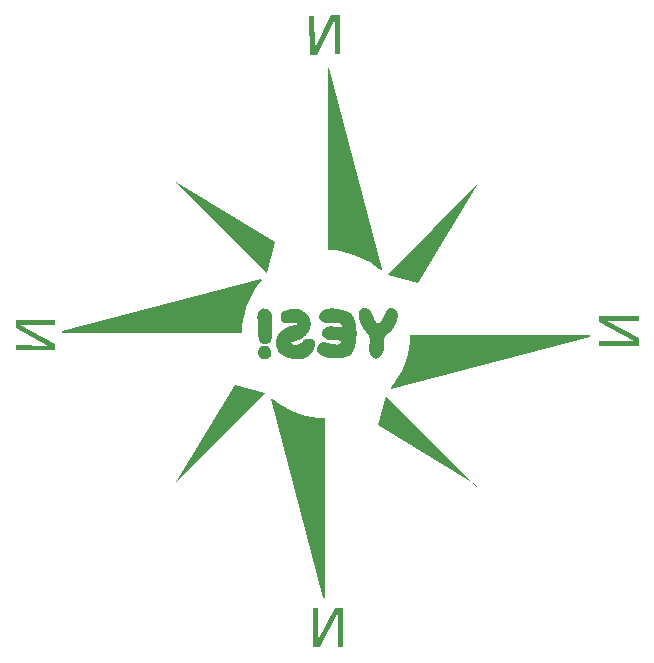
<source format=gbo>
G04*
G04 #@! TF.GenerationSoftware,Altium Limited,Altium Designer,21.8.1 (53)*
G04*
G04 Layer_Color=32896*
%FSLAX25Y25*%
%MOIN*%
G70*
G04*
G04 #@! TF.SameCoordinates,2A3705A3-5D1E-4C85-BF93-37B68EBEE7C7*
G04*
G04*
G04 #@! TF.FilePolarity,Positive*
G04*
G01*
G75*
G36*
X145585Y253694D02*
X143955Y253671D01*
X143787Y265349D01*
X137730Y253581D01*
X135570Y253551D01*
X135383Y266605D01*
X137014Y266629D01*
X137166Y255967D01*
X142691Y266710D01*
X145398Y266749D01*
X145585Y253694D01*
D02*
G37*
G36*
X90881Y211239D02*
X90690Y211355D01*
X90589Y211531D01*
X90881Y211239D01*
D02*
G37*
G36*
X191939Y211009D02*
X192066Y211217D01*
X192243Y211318D01*
X191939Y211009D01*
D02*
G37*
G36*
X159588Y181987D02*
X159169Y181714D01*
X158453Y182289D01*
X157102Y183291D01*
X155392Y184431D01*
X153207Y185592D01*
X150062Y186954D01*
X147835Y187598D01*
X145777Y188041D01*
X143782Y188357D01*
X141945Y188459D01*
X141462Y188501D01*
Y249075D01*
X141958Y249139D01*
X159588Y181987D01*
D02*
G37*
G36*
X123864Y191052D02*
X121073Y180939D01*
X90881Y211239D01*
X123864Y191052D01*
D02*
G37*
G36*
X171389Y177433D02*
X161550Y180070D01*
X191939Y211009D01*
X171389Y177433D01*
D02*
G37*
G36*
X153790Y169096D02*
X153809Y169096D01*
X153827Y169096D01*
X153846Y169095D01*
X153864Y169095D01*
X153883Y169094D01*
X153901Y169093D01*
X153920Y169092D01*
X153939Y169091D01*
X153958Y169090D01*
X153977Y169089D01*
X153997Y169088D01*
X154016Y169087D01*
X154035Y169085D01*
X154055Y169084D01*
X154075Y169082D01*
X154094Y169080D01*
X154114Y169078D01*
X154134Y169076D01*
X154154Y169074D01*
X154174Y169072D01*
X154194Y169070D01*
X154215Y169067D01*
X154235Y169065D01*
X154256Y169062D01*
X154276Y169059D01*
X154297Y169056D01*
X154318Y169053D01*
X154339Y169050D01*
X154360Y169047D01*
X154381Y169044D01*
X154402Y169040D01*
X154423Y169037D01*
X154445Y169033D01*
X154466Y169029D01*
X154488Y169025D01*
X154509Y169021D01*
X154531Y169017D01*
X154553Y169013D01*
X154575Y169009D01*
X154597Y169004D01*
X154620Y169000D01*
X154642Y168995D01*
X154664Y168990D01*
X154687Y168985D01*
X154721Y168977D01*
X154726Y168975D01*
Y168975D01*
X154763Y168960D01*
X154837Y168927D01*
X154908Y168891D01*
X154979Y168853D01*
X155013Y168832D01*
Y168832D01*
X155021Y168827D01*
X155036Y168818D01*
X155052Y168808D01*
X155067Y168799D01*
X155075Y168794D01*
X155075Y168794D01*
X155081Y168790D01*
X155093Y168782D01*
X155104Y168774D01*
X155116Y168767D01*
X155122Y168763D01*
X155122Y168763D01*
X155126Y168760D01*
X155135Y168753D01*
X155144Y168747D01*
X155154Y168740D01*
X155158Y168737D01*
X155162Y168734D01*
X155170Y168728D01*
X155178Y168723D01*
X155186Y168717D01*
X155190Y168714D01*
X155216Y168694D01*
X155243Y168674D01*
X155269Y168653D01*
X155290Y168635D01*
X155311Y168617D01*
X155332Y168599D01*
X155353Y168580D01*
X155369Y168565D01*
X155385Y168551D01*
X155402Y168535D01*
X155418Y168520D01*
X155434Y168504D01*
X155449Y168489D01*
X155465Y168473D01*
X155481Y168457D01*
X155496Y168441D01*
X155511Y168424D01*
X155526Y168408D01*
X155538Y168395D01*
X155549Y168383D01*
X155560Y168370D01*
X155571Y168358D01*
X155582Y168345D01*
X155593Y168332D01*
X155604Y168319D01*
X155615Y168306D01*
X155626Y168293D01*
X155637Y168280D01*
X155647Y168267D01*
X155658Y168254D01*
X155668Y168240D01*
X155679Y168227D01*
X155689Y168214D01*
X155699Y168200D01*
X155710Y168186D01*
X155720Y168173D01*
X155730Y168159D01*
X155740Y168145D01*
X155750Y168131D01*
X155760Y168117D01*
X155770Y168103D01*
X155780Y168089D01*
X155790Y168075D01*
X155799Y168061D01*
X155809Y168046D01*
X155819Y168032D01*
X155828Y168018D01*
X155838Y168003D01*
X155848Y167989D01*
X155857Y167974D01*
X155866Y167959D01*
X155876Y167945D01*
X155885Y167930D01*
X155894Y167915D01*
X155903Y167900D01*
X155912Y167885D01*
X155919Y167875D01*
X155925Y167865D01*
X155931Y167855D01*
X155937Y167845D01*
X155943Y167835D01*
X155949Y167825D01*
X155955Y167815D01*
X155960Y167805D01*
X155966Y167794D01*
X155972Y167784D01*
X155978Y167774D01*
X155984Y167764D01*
X155990Y167753D01*
X155996Y167743D01*
X156001Y167733D01*
X156007Y167722D01*
X156013Y167712D01*
X156018Y167701D01*
X156024Y167691D01*
X156030Y167681D01*
X156036Y167670D01*
X156041Y167660D01*
X156047Y167649D01*
X156052Y167639D01*
X156058Y167628D01*
X156064Y167617D01*
X156069Y167607D01*
X156075Y167596D01*
X156080Y167586D01*
X156086Y167575D01*
X156091Y167564D01*
X156097Y167554D01*
X156102Y167543D01*
X156108Y167532D01*
X156113Y167521D01*
X156119Y167511D01*
X156124Y167500D01*
X156129Y167489D01*
X156135Y167478D01*
X156140Y167467D01*
X156145Y167456D01*
X156151Y167446D01*
X156156Y167435D01*
X156161Y167424D01*
X156167Y167413D01*
X156172Y167402D01*
X156177Y167391D01*
X156182Y167380D01*
X156187Y167369D01*
X156193Y167358D01*
X156198Y167347D01*
X156208Y167325D01*
X156213Y167314D01*
X156219Y167303D01*
X156224Y167291D01*
X156229Y167280D01*
X156234Y167269D01*
X156239Y167258D01*
X156244Y167247D01*
X156249Y167236D01*
X156254Y167225D01*
X156259Y167213D01*
X156264Y167202D01*
X156269Y167191D01*
X156274Y167180D01*
X156279Y167168D01*
X156284Y167157D01*
X156289Y167146D01*
X156294Y167134D01*
X156299Y167123D01*
X156304Y167112D01*
X156309Y167100D01*
X156314Y167089D01*
X156319Y167078D01*
X156324Y167066D01*
X156333Y167043D01*
X156338Y167032D01*
X156343Y167021D01*
X156348Y167009D01*
X156353Y166998D01*
X156358Y166986D01*
X156360Y166981D01*
X156363Y166975D01*
X156370Y166957D01*
X156372Y166952D01*
X156375Y166946D01*
X156377Y166940D01*
X156379Y166935D01*
X156382Y166929D01*
X156387Y166917D01*
X156392Y166906D01*
X156396Y166894D01*
X156399Y166888D01*
X156401Y166883D01*
X156403Y166877D01*
X156411Y166859D01*
X156413Y166854D01*
X156415Y166848D01*
X156418Y166842D01*
X156420Y166836D01*
X156425Y166825D01*
X156427Y166819D01*
X156430Y166813D01*
X156437Y166796D01*
X156441Y166784D01*
X156444Y166778D01*
X156446Y166773D01*
X156451Y166761D01*
X156460Y166738D01*
X156462Y166732D01*
X156465Y166726D01*
X156467Y166720D01*
X156476Y166697D01*
X156479Y166691D01*
X156481Y166685D01*
X156483Y166679D01*
X156486Y166674D01*
X156495Y166650D01*
X156498Y166644D01*
X156500Y166639D01*
X156502Y166633D01*
X156504Y166627D01*
X156507Y166621D01*
X156509Y166615D01*
X156514Y166603D01*
X156516Y166597D01*
X156518Y166592D01*
X156521Y166586D01*
X156523Y166580D01*
X156525Y166574D01*
X156528Y166568D01*
X156530Y166562D01*
X156532Y166557D01*
X156535Y166551D01*
X156537Y166545D01*
X156539Y166539D01*
X156542Y166533D01*
X156544Y166527D01*
X156546Y166521D01*
X156549Y166516D01*
X156551Y166510D01*
X156555Y166498D01*
X156558Y166492D01*
X156567Y166469D01*
X156569Y166463D01*
X156572Y166457D01*
X156574Y166451D01*
X156579Y166439D01*
X156581Y166433D01*
X156585Y166422D01*
X156588Y166416D01*
X156590Y166410D01*
X156592Y166404D01*
X156595Y166398D01*
X156597Y166392D01*
X156599Y166386D01*
X156602Y166380D01*
X156604Y166375D01*
X156606Y166369D01*
X156608Y166363D01*
X156611Y166357D01*
X156613Y166351D01*
X156618Y166339D01*
X156620Y166333D01*
X156622Y166328D01*
X156625Y166322D01*
X156627Y166316D01*
X156629Y166310D01*
X156634Y166298D01*
X156636Y166292D01*
X156639Y166286D01*
X156641Y166280D01*
X156643Y166275D01*
X156645Y166269D01*
X156648Y166263D01*
X156650Y166257D01*
X156652Y166251D01*
X156655Y166245D01*
X156657Y166239D01*
X156659Y166234D01*
X156662Y166228D01*
X156666Y166216D01*
X156668Y166210D01*
X156671Y166204D01*
X156673Y166198D01*
X156678Y166186D01*
X156680Y166181D01*
X156682Y166175D01*
X156687Y166163D01*
X156689Y166157D01*
X156692Y166151D01*
X156696Y166140D01*
X156699Y166134D01*
X156701Y166128D01*
X156706Y166116D01*
X156708Y166110D01*
X156710Y166104D01*
X156712Y166099D01*
X156715Y166093D01*
X156717Y166087D01*
X156720Y166081D01*
X156722Y166075D01*
X156724Y166069D01*
X156727Y166063D01*
X156729Y166058D01*
X156731Y166052D01*
X156736Y166040D01*
X156740Y166028D01*
X156743Y166023D01*
X156745Y166017D01*
X156747Y166011D01*
X156750Y166005D01*
X156752Y165999D01*
X156755Y165993D01*
X156757Y165987D01*
X156759Y165982D01*
X156762Y165976D01*
X156764Y165970D01*
X156766Y165964D01*
X156771Y165952D01*
X156773Y165947D01*
X156776Y165941D01*
X156778Y165935D01*
X156780Y165929D01*
X156783Y165923D01*
X156788Y165912D01*
X156790Y165906D01*
X156792Y165900D01*
X156795Y165894D01*
X156797Y165888D01*
X156799Y165883D01*
X156802Y165877D01*
X156804Y165871D01*
X156809Y165859D01*
X156811Y165854D01*
X156814Y165848D01*
X156818Y165836D01*
X156821Y165830D01*
X156823Y165824D01*
X156825Y165819D01*
X156828Y165813D01*
X156830Y165807D01*
X156833Y165801D01*
X156835Y165796D01*
X156842Y165778D01*
X156845Y165772D01*
X156847Y165767D01*
X156852Y165755D01*
X156854Y165749D01*
X156857Y165744D01*
X156859Y165738D01*
X156862Y165732D01*
X156867Y165721D01*
X156871Y165709D01*
X156876Y165698D01*
X156881Y165686D01*
X156886Y165675D01*
X156891Y165663D01*
X156896Y165652D01*
X156901Y165640D01*
X156905Y165629D01*
X156910Y165617D01*
X156915Y165606D01*
X156920Y165595D01*
X156925Y165583D01*
X156930Y165572D01*
X156935Y165560D01*
X156940Y165549D01*
X156945Y165538D01*
X156950Y165526D01*
X156955Y165515D01*
X156960Y165504D01*
X156965Y165493D01*
X156970Y165481D01*
X156975Y165470D01*
X156981Y165459D01*
X156986Y165447D01*
X156991Y165436D01*
X156996Y165425D01*
X157001Y165414D01*
X157006Y165403D01*
X157011Y165392D01*
X157017Y165380D01*
X157022Y165369D01*
X157027Y165358D01*
X157032Y165347D01*
X157037Y165336D01*
X157043Y165325D01*
X157053Y165303D01*
X157058Y165292D01*
X157064Y165281D01*
X157069Y165270D01*
X157074Y165259D01*
X157080Y165248D01*
X157085Y165237D01*
X157090Y165226D01*
X157096Y165215D01*
X157101Y165204D01*
X157107Y165193D01*
X157112Y165182D01*
X157117Y165172D01*
X157123Y165161D01*
X157128Y165150D01*
X157134Y165139D01*
X157139Y165129D01*
X157145Y165118D01*
X157150Y165107D01*
X157156Y165096D01*
X157162Y165086D01*
X157167Y165075D01*
X157173Y165064D01*
X157178Y165054D01*
X157184Y165043D01*
X157190Y165032D01*
X157196Y165022D01*
X157201Y165011D01*
X157207Y165001D01*
X157213Y164990D01*
X157219Y164980D01*
X157224Y164969D01*
X157230Y164959D01*
X157236Y164949D01*
X157242Y164938D01*
X157248Y164928D01*
X157254Y164918D01*
X157260Y164907D01*
X157265Y164897D01*
X157271Y164887D01*
X157277Y164876D01*
X157283Y164866D01*
X157292Y164851D01*
X157301Y164836D01*
X157310Y164820D01*
X157320Y164805D01*
X157329Y164790D01*
X157338Y164775D01*
X157348Y164760D01*
X157357Y164745D01*
X157366Y164730D01*
X157376Y164716D01*
X157385Y164701D01*
X157395Y164686D01*
X157404Y164672D01*
X157414Y164657D01*
X157424Y164643D01*
X157434Y164628D01*
X157443Y164614D01*
X157453Y164600D01*
X157463Y164585D01*
X157473Y164571D01*
X157483Y164557D01*
X157494Y164543D01*
X157504Y164529D01*
X157514Y164515D01*
X157524Y164501D01*
X157535Y164487D01*
X157545Y164474D01*
X157556Y164460D01*
X157566Y164446D01*
X157577Y164433D01*
X157588Y164420D01*
X157598Y164406D01*
X157609Y164393D01*
X157620Y164380D01*
X157631Y164367D01*
X157642Y164354D01*
X157653Y164341D01*
X157664Y164328D01*
X157675Y164315D01*
X157686Y164302D01*
X157702Y164285D01*
X157717Y164269D01*
X157732Y164252D01*
X157748Y164235D01*
X157763Y164219D01*
X157779Y164203D01*
X157795Y164187D01*
X157811Y164171D01*
X157827Y164155D01*
X157843Y164140D01*
X157860Y164124D01*
X157885Y164102D01*
X157901Y164099D01*
X157917Y164097D01*
X157933Y164095D01*
X157950Y164093D01*
X157966Y164091D01*
X157982Y164090D01*
X157997Y164088D01*
X158013Y164087D01*
X158029Y164086D01*
X158045Y164085D01*
X158060Y164084D01*
X158075Y164084D01*
X158091Y164083D01*
X158106Y164083D01*
X158121Y164083D01*
X158144Y164083D01*
X158167Y164083D01*
X158189Y164084D01*
X158211Y164085D01*
X158233Y164087D01*
X158255Y164089D01*
X158259Y164089D01*
X158266Y164090D01*
X158273Y164091D01*
X158280Y164092D01*
X158284Y164092D01*
X158284Y164092D01*
X158288Y164093D01*
X158295Y164093D01*
X158302Y164094D01*
X158309Y164095D01*
X158312Y164096D01*
X158317Y164097D01*
X158326Y164098D01*
X158335Y164099D01*
X158344Y164101D01*
X158348Y164102D01*
Y164102D01*
X158376Y164107D01*
X158433Y164119D01*
X158488Y164134D01*
X158543Y164151D01*
X158571Y164161D01*
X158575Y164163D01*
X158585Y164167D01*
X158595Y164170D01*
X158604Y164174D01*
X158609Y164176D01*
X158613Y164178D01*
X158621Y164181D01*
X158629Y164184D01*
X158637Y164188D01*
X158641Y164190D01*
X158644Y164191D01*
X158650Y164194D01*
X158657Y164197D01*
X158663Y164199D01*
X158666Y164201D01*
X158666Y164201D01*
X158669Y164202D01*
X158675Y164205D01*
X158681Y164208D01*
X158688Y164211D01*
X158691Y164213D01*
X158709Y164222D01*
X158728Y164232D01*
X158746Y164241D01*
X158764Y164251D01*
X158782Y164262D01*
X158799Y164273D01*
X158817Y164284D01*
X158829Y164291D01*
X158841Y164299D01*
X158852Y164306D01*
X158864Y164314D01*
X158875Y164322D01*
X158887Y164330D01*
X158898Y164338D01*
X158909Y164347D01*
X158921Y164355D01*
X158932Y164364D01*
X158943Y164372D01*
X158954Y164381D01*
X158965Y164390D01*
X158976Y164399D01*
X158987Y164408D01*
X158998Y164417D01*
X159009Y164426D01*
X159019Y164436D01*
X159030Y164445D01*
X159041Y164455D01*
X159052Y164465D01*
X159062Y164475D01*
X159073Y164485D01*
X159083Y164495D01*
X159094Y164505D01*
X159104Y164515D01*
X159114Y164526D01*
X159125Y164536D01*
X159135Y164547D01*
X159145Y164557D01*
X159155Y164568D01*
X159166Y164579D01*
X159176Y164590D01*
X159186Y164601D01*
X159196Y164612D01*
X159206Y164624D01*
X159215Y164635D01*
X159225Y164647D01*
X159235Y164658D01*
X159245Y164670D01*
X159255Y164682D01*
X159264Y164693D01*
X159274Y164705D01*
X159284Y164717D01*
X159293Y164730D01*
X159303Y164742D01*
X159312Y164754D01*
X159322Y164767D01*
X159331Y164779D01*
X159340Y164792D01*
X159350Y164804D01*
X159359Y164817D01*
X159368Y164830D01*
X159378Y164843D01*
X159387Y164856D01*
X159396Y164869D01*
X159405Y164882D01*
X159414Y164895D01*
X159423Y164908D01*
X159432Y164922D01*
X159441Y164935D01*
X159450Y164949D01*
X159459Y164962D01*
X159468Y164976D01*
X159476Y164990D01*
X159485Y165004D01*
X159494Y165018D01*
X159503Y165032D01*
X159511Y165046D01*
X159520Y165060D01*
X159529Y165074D01*
X159537Y165088D01*
X159546Y165103D01*
X159555Y165117D01*
X159563Y165131D01*
X159572Y165146D01*
X159580Y165161D01*
X159588Y165175D01*
X159597Y165190D01*
X159605Y165205D01*
X159614Y165220D01*
X159618Y165227D01*
X159622Y165235D01*
X159626Y165242D01*
X159630Y165250D01*
X159634Y165257D01*
X159638Y165265D01*
X159643Y165272D01*
X159647Y165280D01*
X159651Y165287D01*
X159655Y165295D01*
X159659Y165303D01*
X159663Y165310D01*
X159667Y165318D01*
X159671Y165325D01*
X159675Y165333D01*
X159679Y165341D01*
X159683Y165348D01*
X159691Y165364D01*
X159695Y165372D01*
X159699Y165379D01*
X159704Y165387D01*
X159707Y165395D01*
X159712Y165403D01*
X159716Y165410D01*
X159720Y165418D01*
X159724Y165426D01*
X159728Y165434D01*
X159732Y165442D01*
X159736Y165450D01*
X159739Y165457D01*
X159743Y165465D01*
X159748Y165473D01*
X159751Y165481D01*
X159755Y165489D01*
X159759Y165497D01*
X159763Y165505D01*
X159767Y165513D01*
X159771Y165521D01*
X159775Y165529D01*
X159779Y165537D01*
X159783Y165545D01*
X159787Y165553D01*
X159791Y165561D01*
X159795Y165569D01*
X159799Y165577D01*
X159802Y165585D01*
X159806Y165593D01*
X159810Y165601D01*
X159814Y165609D01*
X159818Y165618D01*
X159822Y165626D01*
X159826Y165634D01*
X159834Y165650D01*
X159837Y165658D01*
X159841Y165666D01*
X159845Y165675D01*
X159849Y165683D01*
X159853Y165691D01*
X159856Y165699D01*
X159864Y165716D01*
X159868Y165724D01*
X159872Y165732D01*
X159876Y165740D01*
X159880Y165749D01*
X159883Y165757D01*
X159887Y165765D01*
X159895Y165782D01*
X159902Y165798D01*
X159906Y165807D01*
X159910Y165815D01*
X159917Y165832D01*
X159925Y165849D01*
X159929Y165857D01*
X159932Y165865D01*
X159940Y165882D01*
X159944Y165891D01*
X159948Y165899D01*
X159951Y165907D01*
X159955Y165916D01*
X159966Y165941D01*
X159970Y165950D01*
X159974Y165958D01*
X159977Y165967D01*
X159981Y165975D01*
X159985Y165984D01*
X159992Y166001D01*
X159996Y166009D01*
X160000Y166018D01*
X160011Y166043D01*
X160015Y166052D01*
X160018Y166060D01*
X160029Y166086D01*
X160033Y166095D01*
X160037Y166103D01*
X160040Y166112D01*
X160052Y166138D01*
X160055Y166146D01*
X160059Y166155D01*
X160063Y166163D01*
X160070Y166181D01*
X160074Y166189D01*
X160077Y166198D01*
X160081Y166207D01*
X160085Y166215D01*
X160092Y166232D01*
X160099Y166250D01*
X160107Y166267D01*
X160110Y166276D01*
X160114Y166284D01*
X160121Y166302D01*
X160125Y166310D01*
X160136Y166336D01*
X160147Y166363D01*
X160154Y166380D01*
X160158Y166389D01*
X160165Y166406D01*
X160169Y166415D01*
X160172Y166423D01*
X160176Y166432D01*
X160180Y166441D01*
X160184Y166449D01*
X160187Y166458D01*
X160191Y166467D01*
X160195Y166476D01*
X160198Y166484D01*
X160202Y166493D01*
X160209Y166510D01*
X160213Y166519D01*
X160220Y166537D01*
X160224Y166545D01*
X160231Y166563D01*
X160235Y166572D01*
X160238Y166580D01*
X160242Y166589D01*
X160246Y166598D01*
X160249Y166606D01*
X160253Y166615D01*
X160257Y166624D01*
X160260Y166633D01*
X160264Y166641D01*
X160271Y166659D01*
X160275Y166668D01*
X160282Y166685D01*
X160286Y166694D01*
X160290Y166702D01*
X160293Y166711D01*
X160297Y166720D01*
X160304Y166737D01*
X160308Y166746D01*
X160316Y166763D01*
X160319Y166772D01*
X160330Y166798D01*
X160334Y166807D01*
X160338Y166816D01*
X160349Y166842D01*
X160352Y166850D01*
X160364Y166876D01*
X160367Y166885D01*
X160371Y166894D01*
X160375Y166902D01*
X160378Y166911D01*
X160382Y166920D01*
X160390Y166937D01*
X160393Y166946D01*
X160397Y166954D01*
X160401Y166963D01*
X160405Y166972D01*
X160412Y166989D01*
X160423Y167015D01*
X160427Y167023D01*
X160438Y167049D01*
X160442Y167058D01*
X160450Y167075D01*
X160453Y167084D01*
X160457Y167092D01*
X160461Y167101D01*
X160465Y167109D01*
X160472Y167126D01*
X160476Y167135D01*
X160480Y167143D01*
X160484Y167152D01*
X160491Y167169D01*
X160495Y167177D01*
X160499Y167186D01*
X160503Y167194D01*
X160507Y167203D01*
X160511Y167211D01*
X160514Y167220D01*
X160518Y167228D01*
X160522Y167237D01*
X160526Y167245D01*
X160530Y167254D01*
X160533Y167262D01*
X160537Y167271D01*
X160541Y167279D01*
X160545Y167287D01*
X160549Y167296D01*
X160553Y167304D01*
X160557Y167313D01*
X160561Y167321D01*
X160564Y167329D01*
X160572Y167346D01*
X160576Y167355D01*
X160580Y167363D01*
X160584Y167371D01*
X160588Y167379D01*
X160596Y167396D01*
X160600Y167404D01*
X160604Y167413D01*
X160612Y167429D01*
X160616Y167438D01*
X160619Y167446D01*
X160624Y167454D01*
X160627Y167462D01*
X160631Y167471D01*
X160635Y167479D01*
X160639Y167487D01*
X160643Y167495D01*
X160647Y167503D01*
X160651Y167512D01*
X160655Y167520D01*
X160659Y167528D01*
X160663Y167536D01*
X160668Y167544D01*
X160671Y167552D01*
X160676Y167560D01*
X160680Y167569D01*
X160684Y167577D01*
X160688Y167585D01*
X160696Y167601D01*
X160700Y167609D01*
X160704Y167617D01*
X160708Y167625D01*
X160712Y167633D01*
X160716Y167641D01*
X160720Y167649D01*
X160729Y167665D01*
X160737Y167681D01*
X160745Y167697D01*
X160754Y167713D01*
X160762Y167728D01*
X160770Y167744D01*
X160779Y167760D01*
X160787Y167775D01*
X160795Y167791D01*
X160804Y167806D01*
X160812Y167822D01*
X160821Y167837D01*
X160830Y167852D01*
X160838Y167868D01*
X160847Y167883D01*
X160855Y167898D01*
X160864Y167913D01*
X160873Y167928D01*
X160882Y167943D01*
X160890Y167958D01*
X160899Y167973D01*
X160908Y167988D01*
X160917Y168002D01*
X160926Y168017D01*
X160935Y168032D01*
X160944Y168046D01*
X160953Y168061D01*
X160962Y168075D01*
X160971Y168089D01*
X160980Y168104D01*
X160989Y168118D01*
X160999Y168132D01*
X161008Y168146D01*
X161017Y168160D01*
X161027Y168174D01*
X161036Y168188D01*
X161045Y168202D01*
X161055Y168215D01*
X161064Y168229D01*
X161074Y168243D01*
X161083Y168256D01*
X161093Y168269D01*
X161103Y168283D01*
X161112Y168296D01*
X161122Y168309D01*
X161132Y168322D01*
X161142Y168335D01*
X161152Y168348D01*
X161161Y168361D01*
X161171Y168373D01*
X161181Y168386D01*
X161191Y168399D01*
X161202Y168411D01*
X161212Y168423D01*
X161222Y168436D01*
X161232Y168448D01*
X161242Y168460D01*
X161253Y168472D01*
X161263Y168484D01*
X161273Y168496D01*
X161284Y168508D01*
X161294Y168519D01*
X161305Y168531D01*
X161315Y168542D01*
X161326Y168554D01*
X161337Y168565D01*
X161347Y168576D01*
X161358Y168587D01*
X161369Y168598D01*
X161380Y168609D01*
X161391Y168620D01*
X161402Y168631D01*
X161413Y168641D01*
X161424Y168652D01*
X161435Y168662D01*
X161447Y168672D01*
X161458Y168683D01*
X161469Y168693D01*
X161480Y168703D01*
X161492Y168712D01*
X161503Y168722D01*
X161515Y168732D01*
X161527Y168741D01*
X161538Y168751D01*
X161550Y168760D01*
X161562Y168769D01*
X161574Y168778D01*
X161585Y168787D01*
X161597Y168796D01*
X161609Y168805D01*
X161621Y168814D01*
X161640Y168826D01*
X161658Y168839D01*
X161676Y168851D01*
X161695Y168863D01*
X161714Y168875D01*
X161733Y168886D01*
X161752Y168897D01*
X161771Y168908D01*
X161790Y168919D01*
X161790Y168919D01*
X161793Y168920D01*
X161800Y168924D01*
X161806Y168927D01*
X161813Y168931D01*
X161816Y168932D01*
X161819Y168934D01*
X161826Y168937D01*
X161832Y168940D01*
X161839Y168944D01*
X161842Y168945D01*
X161842Y168945D01*
X161846Y168947D01*
X161855Y168951D01*
X161863Y168955D01*
X161871Y168959D01*
X161875Y168961D01*
Y168961D01*
X161880Y168963D01*
X161888Y168967D01*
X161896Y168971D01*
X161905Y168974D01*
X161909Y168976D01*
X161909D01*
X161938Y168988D01*
X161997Y169011D01*
X162057Y169030D01*
X162118Y169047D01*
X162149Y169055D01*
X162149Y169055D01*
X162155Y169056D01*
X162168Y169059D01*
X162181Y169062D01*
X162194Y169064D01*
X162200Y169066D01*
X162205Y169067D01*
X162215Y169068D01*
X162224Y169070D01*
X162233Y169072D01*
X162238Y169072D01*
X162242Y169073D01*
X162250Y169074D01*
X162257Y169076D01*
X162265Y169077D01*
X162269Y169077D01*
Y169077D01*
X162272Y169078D01*
X162280Y169079D01*
X162288Y169080D01*
X162295Y169081D01*
X162299Y169081D01*
X162303Y169082D01*
X162311Y169083D01*
X162319Y169084D01*
X162327Y169085D01*
X162330Y169085D01*
X162354Y169087D01*
X162378Y169089D01*
X162401Y169091D01*
X162425Y169092D01*
X162450Y169093D01*
X162474Y169093D01*
X162490Y169094D01*
X162507Y169094D01*
X162523Y169093D01*
X162540Y169093D01*
X162557Y169092D01*
X162574Y169092D01*
X162590Y169091D01*
X162607Y169090D01*
X162624Y169089D01*
X162642Y169087D01*
X162659Y169086D01*
X162676Y169084D01*
X162693Y169082D01*
X162711Y169080D01*
X162728Y169078D01*
X162746Y169076D01*
X162764Y169073D01*
X162782Y169070D01*
X162800Y169068D01*
X162817Y169064D01*
X162836Y169061D01*
X162854Y169058D01*
X162872Y169054D01*
X162890Y169050D01*
X162909Y169046D01*
X162927Y169042D01*
X162946Y169038D01*
X162964Y169033D01*
X162983Y169029D01*
X163002Y169024D01*
X163021Y169019D01*
X163040Y169014D01*
X163059Y169008D01*
X163079Y169002D01*
X163098Y168997D01*
X163117Y168991D01*
X163137Y168985D01*
X163157Y168978D01*
X163176Y168972D01*
X163196Y168965D01*
X163216Y168958D01*
X163236Y168951D01*
X163256Y168944D01*
X163276Y168936D01*
X163297Y168928D01*
X163317Y168921D01*
X163338Y168912D01*
X163358Y168904D01*
X163379Y168896D01*
X163400Y168887D01*
X163421Y168878D01*
X163442Y168869D01*
X163463Y168860D01*
X163484Y168850D01*
X163516Y168836D01*
X163540Y168827D01*
X163564Y168819D01*
X163588Y168810D01*
X163611Y168801D01*
X163634Y168792D01*
X163657Y168783D01*
X163680Y168773D01*
X163702Y168764D01*
X163725Y168754D01*
X163747Y168743D01*
X163768Y168733D01*
X163789Y168722D01*
X163811Y168711D01*
Y168711D01*
X163814Y168709D01*
X163821Y168706D01*
X163828Y168702D01*
X163835Y168698D01*
X163838Y168696D01*
X163839Y168696D01*
X163842Y168694D01*
X163849Y168691D01*
X163856Y168687D01*
X163862Y168683D01*
X163866Y168681D01*
X163869Y168679D01*
X163876Y168675D01*
X163883Y168671D01*
X163889Y168667D01*
X163893Y168665D01*
X163893Y168665D01*
X163896Y168663D01*
X163903Y168659D01*
X163909Y168655D01*
X163916Y168651D01*
X163919Y168649D01*
Y168649D01*
X163923Y168647D01*
X163932Y168641D01*
X163940Y168636D01*
X163948Y168631D01*
X163952Y168629D01*
X163952Y168629D01*
X163956Y168626D01*
X163964Y168621D01*
X163972Y168615D01*
X163980Y168610D01*
X163984Y168607D01*
X163989Y168604D01*
X164000Y168596D01*
X164011Y168588D01*
X164022Y168580D01*
X164027Y168577D01*
X164027Y168577D01*
X164058Y168553D01*
X164119Y168504D01*
X164178Y168452D01*
X164234Y168397D01*
X164260Y168369D01*
X164260Y168369D01*
X164266Y168362D01*
X164277Y168350D01*
X164288Y168338D01*
X164299Y168325D01*
X164304Y168319D01*
X164308Y168314D01*
X164316Y168304D01*
X164325Y168294D01*
X164333Y168284D01*
X164337Y168279D01*
X164340Y168275D01*
X164347Y168266D01*
X164354Y168258D01*
X164361Y168249D01*
X164364Y168245D01*
X164367Y168241D01*
X164372Y168234D01*
X164378Y168226D01*
X164383Y168219D01*
X164386Y168215D01*
X164389Y168211D01*
X164394Y168204D01*
X164399Y168196D01*
X164405Y168189D01*
X164407Y168185D01*
X164424Y168161D01*
X164440Y168136D01*
X164456Y168111D01*
X164471Y168086D01*
X164486Y168060D01*
X164497Y168041D01*
X164508Y168021D01*
X164519Y168001D01*
X164529Y167981D01*
X164539Y167961D01*
X164549Y167941D01*
X164559Y167921D01*
X164569Y167900D01*
X164578Y167879D01*
X164587Y167859D01*
X164596Y167838D01*
X164605Y167816D01*
X164613Y167795D01*
X164621Y167774D01*
X164629Y167752D01*
X164637Y167730D01*
X164645Y167709D01*
X164653Y167686D01*
X164660Y167664D01*
X164667Y167642D01*
X164674Y167619D01*
X164680Y167597D01*
X164687Y167574D01*
X164691Y167559D01*
X164695Y167544D01*
X164699Y167528D01*
X164703Y167513D01*
X164707Y167497D01*
X164711Y167482D01*
X164715Y167466D01*
X164718Y167450D01*
X164722Y167435D01*
X164725Y167419D01*
X164728Y167403D01*
X164732Y167387D01*
X164735Y167371D01*
X164738Y167355D01*
X164741Y167339D01*
X164744Y167323D01*
X164747Y167307D01*
X164749Y167291D01*
X164752Y167275D01*
X164755Y167258D01*
X164757Y167242D01*
X164760Y167226D01*
X164762Y167209D01*
X164764Y167192D01*
X164766Y167176D01*
X164768Y167159D01*
X164770Y167143D01*
X164772Y167126D01*
X164774Y167109D01*
X164776Y167092D01*
X164778Y167076D01*
X164779Y167059D01*
X164781Y167042D01*
X164782Y167025D01*
X164784Y167008D01*
X164785Y166990D01*
X164786Y166973D01*
X164787Y166956D01*
X164788Y166939D01*
X164789Y166921D01*
X164790Y166904D01*
X164791Y166887D01*
X164792Y166869D01*
X164792Y166852D01*
X164793Y166834D01*
X164793Y166817D01*
X164794Y166799D01*
X164794Y166781D01*
X164794Y166764D01*
X164795Y166746D01*
X164795Y166728D01*
Y166728D01*
X164795Y166725D01*
X164795Y166718D01*
X164795Y166712D01*
X164795Y166705D01*
Y166702D01*
X164795Y166675D01*
X164794Y166648D01*
X164794Y166621D01*
X164793Y166594D01*
X164792Y166567D01*
X164791Y166539D01*
X164790Y166512D01*
X164789Y166485D01*
X164787Y166457D01*
X164786Y166430D01*
X164784Y166402D01*
X164782Y166374D01*
X164780Y166347D01*
X164778Y166319D01*
X164775Y166291D01*
X164773Y166263D01*
X164770Y166235D01*
X164767Y166207D01*
X164764Y166178D01*
X164761Y166150D01*
X164757Y166122D01*
X164754Y166093D01*
X164750Y166065D01*
X164746Y166036D01*
X164742Y166008D01*
X164738Y165979D01*
X164734Y165951D01*
X164730Y165922D01*
X164725Y165893D01*
X164720Y165864D01*
X164716Y165835D01*
X164710Y165806D01*
X164705Y165777D01*
X164700Y165748D01*
X164695Y165719D01*
X164689Y165690D01*
X164683Y165661D01*
X164678Y165632D01*
X164672Y165603D01*
X164665Y165573D01*
X164659Y165544D01*
X164653Y165515D01*
X164646Y165485D01*
X164639Y165456D01*
X164630Y165417D01*
X164621Y165377D01*
X164611Y165338D01*
X164602Y165298D01*
X164592Y165259D01*
X164581Y165219D01*
X164571Y165180D01*
X164560Y165140D01*
X164549Y165101D01*
X164538Y165061D01*
X164527Y165022D01*
X164515Y164982D01*
X164503Y164942D01*
X164488Y164893D01*
X164473Y164843D01*
X164457Y164793D01*
X164441Y164744D01*
X164425Y164694D01*
X164408Y164645D01*
X164388Y164585D01*
X164367Y164525D01*
X164346Y164466D01*
X164324Y164407D01*
X164298Y164337D01*
X164271Y164268D01*
X164241Y164189D01*
X164205Y164101D01*
X164160Y163993D01*
X164106Y163866D01*
X164106Y163866D01*
X164079Y163806D01*
X164025Y163685D01*
X163968Y163565D01*
X163911Y163446D01*
X163881Y163387D01*
X163868Y163361D01*
X163842Y163309D01*
X163815Y163258D01*
X163789Y163207D01*
X163775Y163181D01*
X163711Y163061D01*
X163660Y162970D01*
X163614Y162889D01*
X163573Y162817D01*
X163536Y162755D01*
X163499Y162694D01*
X163468Y162641D01*
X163436Y162589D01*
X163409Y162546D01*
X163382Y162503D01*
X163355Y162461D01*
X163327Y162419D01*
X163300Y162377D01*
X163278Y162344D01*
X163256Y162311D01*
X163233Y162278D01*
X163211Y162245D01*
X163189Y162213D01*
X163166Y162181D01*
X163144Y162149D01*
X163121Y162117D01*
X163099Y162086D01*
X163076Y162054D01*
X163059Y162031D01*
X163042Y162008D01*
X163024Y161985D01*
X163007Y161962D01*
X162990Y161939D01*
X162973Y161916D01*
X162955Y161894D01*
X162938Y161872D01*
X162921Y161849D01*
X162903Y161827D01*
X162886Y161805D01*
X162869Y161784D01*
X162851Y161762D01*
X162834Y161741D01*
X162816Y161719D01*
X162799Y161698D01*
X162781Y161677D01*
X162764Y161656D01*
X162746Y161635D01*
X162728Y161615D01*
X162711Y161594D01*
X162693Y161574D01*
X162675Y161554D01*
X162658Y161534D01*
X162640Y161514D01*
X162628Y161501D01*
X162617Y161488D01*
X162605Y161476D01*
X162593Y161463D01*
X162581Y161450D01*
X162569Y161437D01*
X162557Y161425D01*
X162545Y161412D01*
X162534Y161399D01*
X162522Y161387D01*
X162510Y161375D01*
X162498Y161362D01*
X162486Y161350D01*
X162474Y161338D01*
X162462Y161326D01*
X162450Y161314D01*
X162438Y161302D01*
X162427Y161291D01*
X162415Y161279D01*
X162403Y161267D01*
X162391Y161256D01*
X162379Y161244D01*
X162367Y161233D01*
X162355Y161222D01*
X162343Y161210D01*
X162331Y161199D01*
X162320Y161188D01*
X162308Y161177D01*
X162296Y161166D01*
X162284Y161156D01*
X162272Y161145D01*
X162260Y161134D01*
X162248Y161124D01*
X162236Y161113D01*
X162224Y161103D01*
X162212Y161093D01*
X162200Y161082D01*
X162188Y161072D01*
X162177Y161062D01*
X162165Y161052D01*
X162153Y161042D01*
X162141Y161033D01*
X162129Y161023D01*
X162111Y161009D01*
X162108Y161006D01*
X162095Y160995D01*
X162085Y160987D01*
X162078Y160982D01*
X162075Y160979D01*
X162072Y160977D01*
X162068Y160974D01*
X162065Y160971D01*
X162062Y160968D01*
X162058Y160966D01*
X162055Y160963D01*
X162048Y160958D01*
X162045Y160955D01*
X162042Y160952D01*
X162029Y160942D01*
X162025Y160939D01*
X162022Y160936D01*
X162019Y160934D01*
X162016Y160931D01*
X162012Y160929D01*
X162009Y160926D01*
X162006Y160923D01*
X162002Y160921D01*
X161999Y160918D01*
X161993Y160913D01*
X161989Y160910D01*
X161986Y160907D01*
X161979Y160902D01*
X161976Y160899D01*
X161973Y160897D01*
X161970Y160894D01*
X161967Y160892D01*
X161963Y160889D01*
X161960Y160886D01*
X161957Y160884D01*
X161953Y160881D01*
X161944Y160873D01*
X161940Y160871D01*
X161937Y160868D01*
X161931Y160863D01*
X161927Y160860D01*
X161924Y160858D01*
X161918Y160852D01*
X161911Y160847D01*
X161908Y160845D01*
X161901Y160839D01*
X161898Y160837D01*
X161895Y160834D01*
X161892Y160832D01*
X161872Y160816D01*
X161869Y160813D01*
X161866Y160811D01*
X161862Y160808D01*
X161859Y160806D01*
X161849Y160798D01*
X161846Y160795D01*
X161843Y160793D01*
X161840Y160790D01*
X161837Y160788D01*
X161833Y160785D01*
X161830Y160783D01*
X161827Y160780D01*
X161820Y160775D01*
X161817Y160772D01*
X161814Y160770D01*
X161811Y160767D01*
X161801Y160759D01*
X161798Y160757D01*
X161795Y160754D01*
X161792Y160752D01*
X161788Y160749D01*
X161785Y160747D01*
X161782Y160744D01*
X161776Y160739D01*
X161772Y160736D01*
X161769Y160734D01*
X161760Y160726D01*
X161757Y160724D01*
X161753Y160721D01*
X161750Y160719D01*
X161747Y160716D01*
X161744Y160714D01*
X161741Y160711D01*
X161734Y160706D01*
X161731Y160703D01*
X161728Y160701D01*
X161725Y160698D01*
X161722Y160696D01*
X161718Y160693D01*
X161715Y160691D01*
X161712Y160688D01*
X161709Y160686D01*
X161706Y160683D01*
X161703Y160680D01*
X161699Y160678D01*
X161690Y160670D01*
X161687Y160668D01*
X161683Y160665D01*
X161680Y160663D01*
X161677Y160660D01*
X161668Y160653D01*
X161665Y160650D01*
X161662Y160648D01*
X161652Y160640D01*
X161649Y160638D01*
X161646Y160635D01*
X161643Y160633D01*
X161639Y160630D01*
X161633Y160625D01*
X161630Y160623D01*
X161627Y160620D01*
X161624Y160618D01*
X161611Y160608D01*
X161608Y160605D01*
X161605Y160602D01*
X161602Y160600D01*
X161599Y160598D01*
X161596Y160595D01*
X161593Y160592D01*
X161590Y160590D01*
X161586Y160588D01*
X161583Y160585D01*
X161580Y160582D01*
X161577Y160580D01*
X161574Y160577D01*
X161571Y160575D01*
X161562Y160567D01*
X161559Y160565D01*
X161556Y160563D01*
X161553Y160560D01*
X161549Y160557D01*
X161546Y160555D01*
X161543Y160553D01*
X161540Y160550D01*
X161537Y160547D01*
X161534Y160545D01*
X161531Y160543D01*
X161528Y160540D01*
X161525Y160538D01*
X161522Y160535D01*
X161516Y160530D01*
X161513Y160528D01*
X161510Y160525D01*
X161506Y160523D01*
X161503Y160520D01*
X161500Y160518D01*
X161497Y160515D01*
X161494Y160513D01*
X161491Y160510D01*
X161488Y160508D01*
X161479Y160500D01*
X161476Y160498D01*
X161470Y160493D01*
X161467Y160490D01*
X161464Y160488D01*
X161461Y160485D01*
X161458Y160483D01*
X161455Y160480D01*
X161452Y160478D01*
X161449Y160475D01*
X161446Y160473D01*
X161443Y160470D01*
X161431Y160460D01*
X161425Y160455D01*
X161419Y160450D01*
X161413Y160445D01*
X161407Y160441D01*
X161401Y160436D01*
X161395Y160431D01*
X161389Y160426D01*
X161383Y160421D01*
X161377Y160416D01*
X161371Y160411D01*
X161365Y160406D01*
X161359Y160401D01*
X161347Y160391D01*
X161342Y160386D01*
X161336Y160381D01*
X161330Y160376D01*
X161324Y160371D01*
X161318Y160366D01*
X161306Y160356D01*
X161301Y160351D01*
X161295Y160346D01*
X161289Y160341D01*
X161277Y160331D01*
X161266Y160321D01*
X161260Y160316D01*
X161249Y160307D01*
X161243Y160301D01*
X161237Y160296D01*
X161231Y160292D01*
X161226Y160287D01*
X161220Y160282D01*
X161214Y160277D01*
X161209Y160272D01*
X161203Y160267D01*
X161197Y160262D01*
X161192Y160257D01*
X161186Y160252D01*
X161180Y160247D01*
X161175Y160242D01*
X161169Y160237D01*
X161158Y160227D01*
X161147Y160217D01*
X161142Y160212D01*
X161130Y160202D01*
X161125Y160197D01*
X161119Y160192D01*
X161114Y160187D01*
X161108Y160182D01*
X161103Y160177D01*
X161098Y160172D01*
X161092Y160167D01*
X161087Y160161D01*
X161081Y160157D01*
X161076Y160151D01*
X161070Y160146D01*
X161065Y160141D01*
X161060Y160136D01*
X161054Y160131D01*
X161046Y160124D01*
X161038Y160116D01*
X161030Y160108D01*
X161022Y160101D01*
X161014Y160093D01*
X161006Y160086D01*
X160999Y160078D01*
X160991Y160070D01*
X160983Y160063D01*
X160975Y160055D01*
X160967Y160047D01*
X160960Y160040D01*
X160952Y160032D01*
X160944Y160024D01*
X160937Y160017D01*
X160929Y160009D01*
X160921Y160001D01*
X160914Y159993D01*
X160906Y159986D01*
X160899Y159978D01*
X160891Y159970D01*
X160884Y159962D01*
X160876Y159955D01*
X160869Y159947D01*
X160862Y159939D01*
X160854Y159931D01*
X160847Y159923D01*
X160840Y159915D01*
X160833Y159907D01*
X160825Y159900D01*
X160818Y159892D01*
X160811Y159884D01*
X160804Y159876D01*
X160797Y159868D01*
X160790Y159860D01*
X160783Y159852D01*
X160776Y159844D01*
X160769Y159836D01*
X160762Y159828D01*
X160755Y159820D01*
X160746Y159809D01*
X160737Y159798D01*
X160728Y159788D01*
X160719Y159777D01*
X160710Y159766D01*
X160701Y159755D01*
X160692Y159744D01*
X160683Y159733D01*
X160675Y159722D01*
X160666Y159711D01*
X160658Y159700D01*
X160649Y159689D01*
X160641Y159678D01*
X160632Y159667D01*
X160624Y159655D01*
X160616Y159644D01*
X160606Y159630D01*
X160596Y159616D01*
X160585Y159602D01*
X160576Y159588D01*
X160566Y159573D01*
X160556Y159559D01*
X160547Y159544D01*
X160537Y159530D01*
X160526Y159512D01*
X160515Y159495D01*
X160504Y159477D01*
X160493Y159459D01*
X160481Y159439D01*
X160468Y159417D01*
X160455Y159393D01*
X160442Y159369D01*
X160427Y159341D01*
X160411Y159310D01*
X160411Y159310D01*
X160409Y159306D01*
X160404Y159296D01*
X160399Y159287D01*
X160395Y159277D01*
X160393Y159273D01*
X160390Y159267D01*
X160384Y159255D01*
X160379Y159243D01*
X160373Y159231D01*
X160371Y159225D01*
X160371Y159225D01*
X160361Y159204D01*
X160343Y159161D01*
X160326Y159119D01*
X160310Y159075D01*
X160303Y159054D01*
X160299Y159043D01*
X160292Y159020D01*
X160284Y158998D01*
X160277Y158976D01*
X160274Y158964D01*
X160272Y158958D01*
X160268Y158945D01*
X160264Y158932D01*
X160261Y158918D01*
X160259Y158912D01*
X160259D01*
X160258Y158906D01*
X160255Y158896D01*
X160252Y158885D01*
X160249Y158874D01*
X160248Y158869D01*
X160239Y158833D01*
X160232Y158800D01*
X160226Y158770D01*
X160220Y158740D01*
X160215Y158714D01*
X160211Y158687D01*
X160207Y158665D01*
X160204Y158641D01*
X160201Y158618D01*
X160198Y158595D01*
X160195Y158571D01*
X160193Y158551D01*
X160191Y158531D01*
X160189Y158511D01*
X160187Y158491D01*
X160186Y158471D01*
X160185Y158450D01*
X160183Y158430D01*
X160182Y158409D01*
X160181Y158388D01*
X160181Y158372D01*
X160180Y158355D01*
X160180Y158338D01*
X160179Y158321D01*
X160179Y158304D01*
X160179Y158287D01*
X160179Y158270D01*
X160179Y158252D01*
X160179Y158235D01*
X160180Y158217D01*
X160180Y158200D01*
X160181Y158182D01*
X160181Y158164D01*
X160182Y158147D01*
X160183Y158129D01*
X160184Y158111D01*
X160185Y158092D01*
X160186Y158074D01*
X160187Y158056D01*
X160189Y158038D01*
X160190Y158019D01*
X160192Y158001D01*
X160193Y157982D01*
X160195Y157963D01*
X160197Y157940D01*
X160197Y157940D01*
X160205Y157903D01*
X160220Y157830D01*
X160234Y157757D01*
X160247Y157684D01*
X160253Y157647D01*
X160268Y157558D01*
X160292Y157380D01*
X160311Y157202D01*
X160324Y157023D01*
X160328Y156933D01*
X160328Y156933D01*
X160332Y156837D01*
X160334Y156644D01*
X160330Y156451D01*
X160320Y156259D01*
X160312Y156163D01*
X160312D01*
X160307Y156110D01*
X160296Y156004D01*
X160283Y155899D01*
X160268Y155794D01*
X160260Y155741D01*
X160255Y155707D01*
X160243Y155639D01*
X160230Y155570D01*
X160217Y155502D01*
X160210Y155468D01*
X160204Y155442D01*
X160193Y155391D01*
X160181Y155339D01*
X160169Y155288D01*
X160163Y155262D01*
X160163Y155262D01*
X160158Y155241D01*
X160147Y155200D01*
X160136Y155158D01*
X160125Y155116D01*
X160119Y155096D01*
X160119Y155096D01*
X160114Y155078D01*
X160104Y155043D01*
X160094Y155008D01*
X160083Y154973D01*
X160078Y154955D01*
Y154955D01*
X160073Y154940D01*
X160063Y154908D01*
X160053Y154876D01*
X160043Y154845D01*
X160037Y154829D01*
X160037Y154829D01*
X160032Y154815D01*
X160023Y154787D01*
X160013Y154759D01*
X160003Y154730D01*
X159998Y154716D01*
X159994Y154704D01*
X159985Y154679D01*
X159975Y154654D01*
X159966Y154629D01*
X159961Y154616D01*
X159927Y154528D01*
X159927Y154528D01*
X159923Y154517D01*
X159914Y154496D01*
X159905Y154474D01*
X159896Y154453D01*
X159891Y154442D01*
X159859Y154367D01*
X159826Y154294D01*
X159797Y154231D01*
X159767Y154170D01*
X159737Y154109D01*
X159706Y154049D01*
X159679Y153999D01*
X159653Y153950D01*
X159626Y153902D01*
X159598Y153854D01*
X159570Y153807D01*
X159542Y153760D01*
X159519Y153723D01*
X159495Y153687D01*
X159472Y153651D01*
X159448Y153615D01*
X159424Y153579D01*
X159400Y153545D01*
X159376Y153510D01*
X159351Y153476D01*
X159326Y153442D01*
X159301Y153409D01*
X159276Y153376D01*
X159251Y153343D01*
X159225Y153311D01*
X159206Y153287D01*
X159186Y153264D01*
X159167Y153240D01*
X159147Y153217D01*
X159127Y153194D01*
X159107Y153172D01*
X159087Y153149D01*
X159067Y153127D01*
X159047Y153106D01*
X159026Y153084D01*
X159006Y153063D01*
X158985Y153042D01*
X158965Y153021D01*
X158944Y153000D01*
X158923Y152980D01*
X158902Y152960D01*
X158881Y152940D01*
X158860Y152920D01*
X158839Y152901D01*
X158818Y152882D01*
X158797Y152863D01*
X158775Y152845D01*
X158754Y152827D01*
X158732Y152809D01*
X158711Y152791D01*
X158689Y152774D01*
X158667Y152757D01*
X158645Y152740D01*
X158624Y152723D01*
X158602Y152707D01*
X158580Y152691D01*
X158557Y152675D01*
X158535Y152660D01*
X158513Y152645D01*
X158491Y152630D01*
X158468Y152616D01*
X158446Y152601D01*
X158424Y152587D01*
X158401Y152574D01*
X158379Y152560D01*
X158356Y152547D01*
X158333Y152534D01*
X158311Y152522D01*
X158288Y152510D01*
X158265Y152498D01*
X158242Y152487D01*
X158219Y152475D01*
X158196Y152464D01*
X158174Y152454D01*
X158151Y152444D01*
X158128Y152434D01*
X158105Y152424D01*
X158081Y152415D01*
X158058Y152406D01*
X158035Y152397D01*
X158012Y152388D01*
X157989Y152380D01*
X157966Y152373D01*
X157942Y152365D01*
X157919Y152358D01*
X157896Y152351D01*
X157873Y152345D01*
X157849Y152339D01*
X157826Y152333D01*
X157803Y152328D01*
X157779Y152322D01*
X157756Y152318D01*
X157733Y152313D01*
X157709Y152309D01*
X157686Y152305D01*
X157682Y152305D01*
X157674Y152304D01*
X157667Y152303D01*
X157659Y152302D01*
X157655Y152301D01*
X157651Y152301D01*
X157643Y152299D01*
X157635Y152298D01*
X157627Y152298D01*
X157624Y152297D01*
X157620Y152297D01*
X157612Y152296D01*
X157604Y152295D01*
X157596Y152294D01*
X157592Y152294D01*
X157589Y152294D01*
X157581Y152293D01*
X157573Y152292D01*
X157565Y152292D01*
X157561Y152291D01*
X157557Y152291D01*
X157550Y152291D01*
X157542Y152290D01*
X157534Y152290D01*
X157530Y152289D01*
X157525Y152289D01*
X157516Y152289D01*
X157506Y152288D01*
X157496Y152288D01*
X157491Y152288D01*
X157486Y152288D01*
X157477Y152287D01*
X157467Y152287D01*
X157457Y152287D01*
X157452Y152287D01*
X157447Y152287D01*
X157435Y152287D01*
X157423Y152287D01*
X157412Y152288D01*
X157406Y152288D01*
X157398Y152288D01*
X157383Y152289D01*
X157367Y152290D01*
X157352Y152290D01*
X157344Y152291D01*
Y152291D01*
X157317Y152293D01*
X157262Y152299D01*
X157208Y152307D01*
X157155Y152317D01*
X157128Y152323D01*
X157116Y152325D01*
X157093Y152331D01*
X157070Y152337D01*
X157048Y152343D01*
X157036Y152346D01*
X157030Y152348D01*
X157016Y152352D01*
X157003Y152356D01*
X156990Y152361D01*
X156983Y152363D01*
X156977Y152365D01*
X156966Y152369D01*
X156955Y152373D01*
X156943Y152377D01*
X156938Y152379D01*
X156938Y152379D01*
X156933Y152381D01*
X156924Y152384D01*
X156914Y152388D01*
X156905Y152392D01*
X156900Y152393D01*
X156896Y152395D01*
X156889Y152398D01*
X156881Y152401D01*
X156874Y152404D01*
X156870Y152406D01*
Y152406D01*
X156866Y152407D01*
X156859Y152411D01*
X156851Y152414D01*
X156844Y152417D01*
X156840Y152419D01*
X156836Y152420D01*
X156829Y152424D01*
X156821Y152427D01*
X156814Y152431D01*
X156810Y152433D01*
X156810Y152433D01*
X156807Y152434D01*
X156799Y152438D01*
X156792Y152442D01*
X156784Y152445D01*
X156781Y152447D01*
X156758Y152459D01*
X156736Y152470D01*
X156714Y152482D01*
X156692Y152495D01*
X156670Y152508D01*
X156648Y152522D01*
X156626Y152535D01*
X156604Y152550D01*
X156583Y152564D01*
X156561Y152579D01*
X156547Y152590D01*
X156532Y152600D01*
X156518Y152611D01*
X156504Y152621D01*
X156489Y152632D01*
X156475Y152644D01*
X156461Y152655D01*
X156447Y152667D01*
X156433Y152679D01*
X156419Y152691D01*
X156405Y152703D01*
X156391Y152715D01*
X156377Y152728D01*
X156363Y152740D01*
X156349Y152753D01*
X156335Y152767D01*
X156321Y152780D01*
X156308Y152793D01*
X156294Y152807D01*
X156280Y152821D01*
X156267Y152835D01*
X156253Y152849D01*
X156239Y152864D01*
X156226Y152878D01*
X156212Y152893D01*
X156199Y152909D01*
X156186Y152924D01*
X156173Y152939D01*
X156159Y152955D01*
X156146Y152971D01*
X156133Y152987D01*
X156120Y153003D01*
X156107Y153020D01*
X156094Y153036D01*
X156081Y153053D01*
X156068Y153070D01*
X156055Y153088D01*
X156042Y153105D01*
X156029Y153123D01*
X156016Y153141D01*
X156004Y153159D01*
X155991Y153177D01*
X155979Y153196D01*
X155966Y153215D01*
X155954Y153233D01*
X155941Y153252D01*
X155929Y153272D01*
X155916Y153291D01*
X155904Y153311D01*
X155892Y153331D01*
X155880Y153351D01*
X155868Y153372D01*
X155856Y153392D01*
X155844Y153413D01*
X155832Y153434D01*
X155820Y153455D01*
X155808Y153477D01*
X155797Y153498D01*
X155785Y153520D01*
X155773Y153542D01*
X155762Y153565D01*
X155750Y153587D01*
X155739Y153610D01*
X155727Y153633D01*
X155716Y153656D01*
X155705Y153680D01*
X155694Y153703D01*
X155683Y153727D01*
X155672Y153751D01*
X155660Y153775D01*
X155650Y153800D01*
X155639Y153824D01*
X155628Y153849D01*
X155617Y153874D01*
X155607Y153900D01*
X155596Y153925D01*
X155586Y153951D01*
X155575Y153977D01*
X155565Y154003D01*
X155554Y154030D01*
X155544Y154056D01*
X155534Y154083D01*
X155524Y154110D01*
X155514Y154138D01*
X155504Y154165D01*
X155494Y154193D01*
X155484Y154221D01*
X155475Y154249D01*
X155465Y154278D01*
X155455Y154306D01*
X155446Y154335D01*
X155436Y154364D01*
X155427Y154394D01*
X155418Y154423D01*
X155409Y154453D01*
X155400Y154483D01*
X155390Y154514D01*
X155381Y154544D01*
X155373Y154575D01*
X155364Y154606D01*
X155355Y154637D01*
X155346Y154668D01*
X155338Y154700D01*
X155329Y154732D01*
X155321Y154764D01*
X155313Y154797D01*
X155304Y154829D01*
X155296Y154862D01*
X155288Y154895D01*
X155280Y154928D01*
X155272Y154962D01*
X155264Y154996D01*
X155257Y155030D01*
X155249Y155064D01*
X155241Y155099D01*
X155234Y155133D01*
X155227Y155168D01*
X155219Y155203D01*
X155212Y155239D01*
X155205Y155275D01*
X155198Y155311D01*
X155191Y155347D01*
X155181Y155402D01*
X155183Y155418D01*
X155188Y155451D01*
X155192Y155484D01*
X155197Y155517D01*
X155202Y155550D01*
X155206Y155582D01*
X155211Y155615D01*
X155215Y155647D01*
X155220Y155679D01*
X155224Y155711D01*
X155228Y155742D01*
X155233Y155774D01*
X155237Y155805D01*
X155241Y155836D01*
X155245Y155867D01*
X155250Y155898D01*
X155254Y155929D01*
X155258Y155959D01*
X155262Y155989D01*
X155266Y156020D01*
X155270Y156050D01*
X155273Y156079D01*
X155277Y156109D01*
X155281Y156139D01*
X155285Y156168D01*
X155289Y156197D01*
X155292Y156226D01*
X155296Y156255D01*
X155299Y156284D01*
X155303Y156312D01*
X155306Y156341D01*
X155310Y156369D01*
X155313Y156397D01*
X155317Y156425D01*
X155320Y156453D01*
X155323Y156481D01*
X155326Y156508D01*
X155330Y156535D01*
X155333Y156563D01*
X155336Y156590D01*
X155339Y156617D01*
X155342Y156643D01*
X155345Y156670D01*
X155348Y156696D01*
X155350Y156723D01*
X155353Y156749D01*
X155356Y156775D01*
X155359Y156801D01*
X155361Y156827D01*
X155364Y156852D01*
X155367Y156878D01*
X155369Y156903D01*
X155372Y156928D01*
X155374Y156953D01*
X155377Y156978D01*
X155379Y157003D01*
X155382Y157027D01*
X155384Y157052D01*
X155386Y157076D01*
X155388Y157100D01*
X155391Y157125D01*
X155393Y157149D01*
X155395Y157172D01*
X155397Y157196D01*
X155399Y157220D01*
X155401Y157243D01*
X155403Y157266D01*
X155404Y157289D01*
X155406Y157312D01*
X155408Y157335D01*
X155410Y157358D01*
X155412Y157380D01*
X155413Y157403D01*
X155415Y157425D01*
X155417Y157448D01*
X155418Y157470D01*
X155420Y157492D01*
X155421Y157514D01*
X155422Y157535D01*
X155424Y157557D01*
X155425Y157578D01*
X155426Y157600D01*
X155428Y157621D01*
X155429Y157642D01*
X155430Y157663D01*
X155431Y157684D01*
X155432Y157705D01*
X155433Y157725D01*
X155434Y157746D01*
X155435Y157766D01*
X155436Y157787D01*
X155437Y157807D01*
X155438Y157827D01*
X155439Y157847D01*
X155439Y157867D01*
X155440Y157886D01*
X155441Y157906D01*
X155441Y157925D01*
X155442Y157945D01*
X155443Y157964D01*
X155443Y157983D01*
X155443Y158002D01*
X155444Y158021D01*
X155444Y158040D01*
X155445Y158059D01*
X155445Y158077D01*
X155445Y158096D01*
X155445Y158114D01*
X155446Y158132D01*
X155446Y158150D01*
X155446Y158168D01*
X155446Y158186D01*
X155446Y158186D01*
X155446Y158189D01*
X155446Y158193D01*
Y158198D01*
Y158202D01*
Y158204D01*
X155446Y158222D01*
X155446Y158240D01*
X155446Y158257D01*
X155445Y158275D01*
X155445Y158292D01*
X155445Y158309D01*
X155445Y158326D01*
X155444Y158344D01*
X155444Y158361D01*
X155444Y158377D01*
X155443Y158394D01*
X155443Y158411D01*
X155442Y158427D01*
X155441Y158444D01*
X155441Y158460D01*
X155440Y158476D01*
X155439Y158493D01*
X155439Y158509D01*
X155438Y158525D01*
X155437Y158541D01*
X155436Y158557D01*
X155435Y158572D01*
X155435Y158588D01*
X155433Y158604D01*
X155432Y158619D01*
X155431Y158634D01*
X155430Y158650D01*
X155429Y158665D01*
X155428Y158680D01*
X155427Y158695D01*
X155426Y158710D01*
X155424Y158725D01*
X155423Y158740D01*
X155422Y158755D01*
X155420Y158769D01*
X155419Y158784D01*
X155417Y158798D01*
X155416Y158813D01*
X155414Y158827D01*
X155412Y158841D01*
X155411Y158855D01*
X155409Y158870D01*
X155408Y158884D01*
X155406Y158897D01*
X155404Y158911D01*
X155402Y158925D01*
X155400Y158939D01*
X155398Y158952D01*
X155396Y158966D01*
X155394Y158979D01*
X155392Y158993D01*
X155390Y159006D01*
X155388Y159020D01*
X155386Y159033D01*
X155384Y159046D01*
X155381Y159059D01*
X155379Y159072D01*
X155377Y159085D01*
X155374Y159098D01*
X155372Y159111D01*
X155368Y159130D01*
X155365Y159149D01*
X155361Y159168D01*
X155357Y159186D01*
X155353Y159205D01*
X155349Y159223D01*
X155344Y159241D01*
X155340Y159260D01*
X155336Y159278D01*
X155331Y159295D01*
X155327Y159313D01*
X155322Y159331D01*
X155316Y159354D01*
X155309Y159377D01*
X155303Y159400D01*
X155294Y159429D01*
X155286Y159457D01*
X155275Y159490D01*
X155262Y159528D01*
Y159528D01*
X155256Y159544D01*
X155245Y159576D01*
X155232Y159608D01*
X155220Y159640D01*
X155214Y159656D01*
Y159656D01*
X155210Y159664D01*
X155203Y159681D01*
X155196Y159698D01*
X155189Y159714D01*
X155185Y159723D01*
X155169Y159758D01*
X155155Y159788D01*
X155143Y159813D01*
X155134Y159833D01*
X155124Y159853D01*
X155114Y159873D01*
X155106Y159887D01*
X155099Y159902D01*
X155091Y159916D01*
X155083Y159931D01*
X155075Y159945D01*
X155067Y159960D01*
X155059Y159974D01*
X155054Y159984D01*
X155048Y159994D01*
X155043Y160003D01*
X155037Y160013D01*
X155032Y160022D01*
X155026Y160032D01*
X155020Y160041D01*
X155015Y160051D01*
X155009Y160060D01*
X155003Y160070D01*
X154997Y160079D01*
X154991Y160089D01*
X154986Y160098D01*
X154980Y160108D01*
X154974Y160117D01*
X154968Y160127D01*
X154962Y160136D01*
X154956Y160146D01*
X154950Y160155D01*
X154944Y160164D01*
X154937Y160174D01*
X154931Y160183D01*
X154925Y160193D01*
X154919Y160202D01*
X154912Y160212D01*
X154906Y160221D01*
X154900Y160231D01*
X154893Y160240D01*
X154887Y160249D01*
X154884Y160254D01*
X154880Y160259D01*
X154877Y160264D01*
X154874Y160268D01*
X154870Y160273D01*
X154867Y160278D01*
X154864Y160283D01*
X154857Y160292D01*
X154854Y160297D01*
X154851Y160301D01*
X154847Y160306D01*
X154844Y160311D01*
X154841Y160316D01*
X154837Y160320D01*
X154834Y160325D01*
X154827Y160335D01*
X154820Y160344D01*
X154817Y160349D01*
X154814Y160354D01*
X154810Y160358D01*
X154807Y160363D01*
X154800Y160373D01*
X154793Y160382D01*
X154789Y160387D01*
X154786Y160392D01*
X154782Y160397D01*
X154775Y160406D01*
X154772Y160411D01*
X154768Y160416D01*
X154765Y160421D01*
X154761Y160425D01*
X154758Y160430D01*
X154754Y160435D01*
X154751Y160440D01*
X154747Y160445D01*
X154740Y160454D01*
X154736Y160459D01*
X154725Y160474D01*
X154721Y160478D01*
X154714Y160488D01*
X154710Y160493D01*
X154707Y160498D01*
X154703Y160503D01*
X154700Y160508D01*
X154692Y160517D01*
X154688Y160522D01*
X154685Y160527D01*
X154681Y160532D01*
X154677Y160537D01*
X154673Y160542D01*
X154670Y160547D01*
X154666Y160552D01*
X154662Y160557D01*
X154658Y160562D01*
X154654Y160567D01*
X154651Y160572D01*
X154647Y160576D01*
X154643Y160582D01*
X154639Y160586D01*
X154631Y160596D01*
X154628Y160601D01*
X154624Y160606D01*
X154620Y160611D01*
X154616Y160616D01*
X154612Y160621D01*
X154608Y160626D01*
X154604Y160632D01*
X154600Y160636D01*
X154596Y160642D01*
X154592Y160647D01*
X154588Y160652D01*
X154580Y160662D01*
X154577Y160667D01*
X154573Y160672D01*
X154569Y160677D01*
X154565Y160682D01*
X154561Y160687D01*
X154557Y160692D01*
X154552Y160697D01*
X154544Y160708D01*
X154540Y160713D01*
X154536Y160718D01*
X154532Y160723D01*
X154528Y160729D01*
X154524Y160734D01*
X154520Y160739D01*
X154516Y160744D01*
X154512Y160749D01*
X154508Y160755D01*
X154504Y160760D01*
X154495Y160770D01*
X154491Y160775D01*
X154487Y160781D01*
X154483Y160786D01*
X154479Y160791D01*
X154474Y160797D01*
X154470Y160802D01*
X154466Y160807D01*
X154462Y160812D01*
X154458Y160818D01*
X154453Y160823D01*
X154449Y160828D01*
X154445Y160834D01*
X154441Y160839D01*
X154436Y160845D01*
X154428Y160855D01*
X154424Y160861D01*
X154419Y160866D01*
X154415Y160872D01*
X154411Y160877D01*
X154406Y160883D01*
X154402Y160888D01*
X154398Y160894D01*
X154393Y160899D01*
X154389Y160905D01*
X154385Y160910D01*
X154380Y160916D01*
X154376Y160921D01*
X154367Y160932D01*
X154363Y160938D01*
X154358Y160943D01*
X154354Y160949D01*
X154349Y160955D01*
X154345Y160960D01*
X154341Y160966D01*
X154336Y160971D01*
X154332Y160977D01*
X154327Y160983D01*
X154323Y160988D01*
X154318Y160994D01*
X154314Y161000D01*
X154309Y161006D01*
X154305Y161011D01*
X154300Y161017D01*
X154296Y161023D01*
X154291Y161029D01*
X154287Y161034D01*
X154282Y161040D01*
X154277Y161046D01*
X154273Y161052D01*
X154268Y161058D01*
X154264Y161063D01*
X154259Y161069D01*
X154254Y161075D01*
X154250Y161081D01*
X154245Y161087D01*
X154241Y161093D01*
X154236Y161099D01*
X154231Y161105D01*
X154227Y161111D01*
X154222Y161117D01*
X154217Y161123D01*
X154213Y161129D01*
X154208Y161135D01*
X154203Y161141D01*
X154199Y161147D01*
X154194Y161153D01*
X154189Y161159D01*
X154184Y161165D01*
X154180Y161171D01*
X154175Y161177D01*
X154170Y161183D01*
X154165Y161189D01*
X154161Y161196D01*
X154156Y161202D01*
X154151Y161208D01*
X154146Y161214D01*
X154142Y161220D01*
X154137Y161226D01*
X154132Y161233D01*
X154122Y161245D01*
X154113Y161258D01*
X154103Y161271D01*
X154093Y161283D01*
X154083Y161296D01*
X154074Y161309D01*
X154064Y161322D01*
X154054Y161335D01*
X154044Y161348D01*
X154034Y161361D01*
X154024Y161374D01*
X154014Y161388D01*
X154004Y161401D01*
X153994Y161414D01*
X153979Y161434D01*
X153963Y161455D01*
X153948Y161476D01*
X153933Y161496D01*
X153917Y161517D01*
X153897Y161545D01*
X153876Y161574D01*
X153850Y161610D01*
X153823Y161646D01*
X153791Y161691D01*
X153748Y161751D01*
X153627Y161925D01*
X153508Y162101D01*
X153450Y162188D01*
X153404Y162260D01*
X153362Y162325D01*
X153326Y162381D01*
X153290Y162438D01*
X153254Y162496D01*
X153224Y162545D01*
X153193Y162595D01*
X153162Y162646D01*
X153131Y162697D01*
X153100Y162749D01*
X153075Y162792D01*
X153050Y162834D01*
X153024Y162878D01*
X152999Y162922D01*
X152974Y162966D01*
X152948Y163011D01*
X152922Y163056D01*
X152896Y163101D01*
X152870Y163148D01*
X152844Y163195D01*
X152818Y163242D01*
X152792Y163290D01*
X152765Y163338D01*
X152738Y163388D01*
X152712Y163437D01*
X152678Y163500D01*
X152664Y163528D01*
X152649Y163556D01*
X152630Y163591D01*
X152612Y163626D01*
X152594Y163662D01*
X152576Y163698D01*
X152555Y163741D01*
X152534Y163785D01*
X152513Y163829D01*
X152489Y163881D01*
X152465Y163933D01*
X152438Y163993D01*
X152408Y164061D01*
X152372Y164146D01*
X152372Y164146D01*
X152339Y164223D01*
X152277Y164378D01*
X152219Y164534D01*
X152163Y164692D01*
X152137Y164771D01*
X152098Y164893D01*
X152070Y164983D01*
X152046Y165065D01*
X152025Y165139D01*
X152006Y165205D01*
X151991Y165262D01*
X151976Y165320D01*
X151964Y165370D01*
X151952Y165419D01*
X151940Y165469D01*
X151928Y165519D01*
X151919Y165560D01*
X151910Y165601D01*
X151901Y165643D01*
X151893Y165684D01*
X151885Y165725D01*
X151877Y165767D01*
X151869Y165808D01*
X151863Y165841D01*
X151857Y165874D01*
X151852Y165907D01*
X151846Y165940D01*
X151841Y165973D01*
X151836Y166005D01*
X151831Y166038D01*
X151826Y166071D01*
X151822Y166104D01*
X151817Y166136D01*
X151813Y166169D01*
X151809Y166202D01*
X151805Y166234D01*
X151802Y166267D01*
X151798Y166299D01*
X151795Y166332D01*
X151793Y166356D01*
X151790Y166380D01*
X151788Y166404D01*
X151786Y166428D01*
X151785Y166452D01*
X151783Y166476D01*
X151781Y166500D01*
X151779Y166524D01*
X151778Y166548D01*
X151777Y166572D01*
X151776Y166596D01*
X151775Y166620D01*
X151774Y166644D01*
X151773Y166667D01*
X151772Y166691D01*
X151771Y166714D01*
X151771Y166738D01*
X151770Y166761D01*
X151770Y166785D01*
X151770Y166808D01*
X151770Y166832D01*
X151770Y166855D01*
X151770Y166878D01*
X151771Y166901D01*
X151771Y166924D01*
X151772Y166947D01*
X151772Y166970D01*
X151773Y166993D01*
X151774Y167016D01*
X151775Y167039D01*
X151776Y167061D01*
X151778Y167084D01*
X151779Y167106D01*
X151781Y167129D01*
X151782Y167151D01*
X151784Y167174D01*
X151786Y167196D01*
X151788Y167218D01*
X151790Y167240D01*
X151793Y167262D01*
X151795Y167284D01*
X151798Y167306D01*
X151801Y167328D01*
X151804Y167350D01*
X151807Y167371D01*
X151810Y167393D01*
X151813Y167414D01*
X151816Y167436D01*
X151820Y167457D01*
X151824Y167479D01*
X151828Y167500D01*
X151831Y167521D01*
X151836Y167542D01*
X151840Y167562D01*
X151844Y167583D01*
X151849Y167604D01*
X151853Y167624D01*
X151858Y167645D01*
X151863Y167665D01*
X151868Y167686D01*
X151874Y167706D01*
X151879Y167726D01*
X151884Y167746D01*
X151890Y167766D01*
X151896Y167786D01*
X151902Y167805D01*
X151908Y167825D01*
X151914Y167844D01*
X151920Y167864D01*
X151927Y167883D01*
X151934Y167902D01*
X151941Y167921D01*
X151948Y167940D01*
X151955Y167959D01*
X151962Y167978D01*
X151970Y167996D01*
X151977Y168015D01*
X151985Y168033D01*
X151993Y168051D01*
X152001Y168069D01*
X152009Y168087D01*
X152017Y168105D01*
X152026Y168123D01*
X152034Y168141D01*
X152043Y168158D01*
X152052Y168175D01*
X152061Y168193D01*
X152071Y168210D01*
X152080Y168227D01*
X152090Y168244D01*
X152103Y168266D01*
X152116Y168288D01*
X152130Y168310D01*
X152144Y168331D01*
X152158Y168353D01*
X152173Y168374D01*
X152188Y168395D01*
X152203Y168415D01*
X152203Y168415D01*
X152205Y168418D01*
X152210Y168425D01*
X152215Y168431D01*
X152219Y168437D01*
X152222Y168441D01*
X152222Y168441D01*
X152224Y168444D01*
X152229Y168450D01*
X152234Y168456D01*
X152239Y168462D01*
X152242Y168465D01*
X152245Y168469D01*
X152251Y168477D01*
X152257Y168484D01*
X152263Y168491D01*
X152266Y168495D01*
X152269Y168499D01*
X152275Y168506D01*
X152282Y168513D01*
X152288Y168520D01*
X152291Y168524D01*
X152291Y168524D01*
X152295Y168529D01*
X152304Y168538D01*
X152312Y168547D01*
X152321Y168557D01*
X152325Y168561D01*
X152325Y168561D01*
X152352Y168589D01*
X152408Y168643D01*
X152466Y168693D01*
X152527Y168741D01*
X152558Y168763D01*
X152558Y168763D01*
X152564Y168767D01*
X152576Y168775D01*
X152588Y168784D01*
X152601Y168792D01*
X152607Y168796D01*
X152612Y168799D01*
X152621Y168805D01*
X152631Y168811D01*
X152641Y168817D01*
X152646Y168821D01*
X152650Y168823D01*
X152659Y168828D01*
X152667Y168833D01*
X152676Y168838D01*
X152680Y168841D01*
X152684Y168843D01*
X152691Y168847D01*
X152698Y168851D01*
X152706Y168855D01*
X152709Y168857D01*
X152713Y168859D01*
X152720Y168863D01*
X152728Y168867D01*
X152735Y168871D01*
X152739Y168873D01*
X152763Y168886D01*
X152787Y168898D01*
X152812Y168909D01*
X152837Y168921D01*
X152863Y168932D01*
X152882Y168940D01*
X152901Y168948D01*
X152921Y168955D01*
X152941Y168963D01*
X152961Y168970D01*
X152981Y168977D01*
X153002Y168984D01*
X153023Y168991D01*
X153043Y168998D01*
X153065Y169004D01*
X153086Y169010D01*
X153107Y169016D01*
X153129Y169022D01*
X153151Y169027D01*
X153173Y169032D01*
X153195Y169038D01*
X153210Y169041D01*
X153225Y169044D01*
X153240Y169047D01*
X153255Y169050D01*
X153270Y169053D01*
X153286Y169056D01*
X153301Y169059D01*
X153317Y169061D01*
X153333Y169064D01*
X153348Y169066D01*
X153364Y169069D01*
X153380Y169071D01*
X153396Y169073D01*
X153412Y169075D01*
X153428Y169077D01*
X153445Y169079D01*
X153461Y169081D01*
X153478Y169082D01*
X153494Y169084D01*
X153511Y169086D01*
X153528Y169087D01*
X153545Y169088D01*
X153561Y169089D01*
X153578Y169091D01*
X153596Y169092D01*
X153613Y169093D01*
X153630Y169093D01*
X153648Y169094D01*
X153665Y169095D01*
X153683Y169095D01*
X153700Y169096D01*
X153718Y169096D01*
X153736Y169096D01*
X153754Y169096D01*
X153772D01*
X153790Y169096D01*
D02*
G37*
G36*
X245087Y166475D02*
X245082Y164843D01*
X234420Y164877D01*
X245065Y159167D01*
X245056Y156458D01*
X232000Y156500D01*
X232005Y158130D01*
X243685Y158095D01*
X232024Y164356D01*
X232031Y166515D01*
X245087Y166475D01*
D02*
G37*
G36*
X50500Y165000D02*
X50495Y163370D01*
X38815Y163406D01*
X50476Y157144D01*
X50469Y154985D01*
X37413Y155025D01*
X37418Y156657D01*
X48080Y156623D01*
X37435Y162333D01*
X37444Y165042D01*
X50500Y165000D01*
D02*
G37*
G36*
X142843Y168997D02*
X142884Y168997D01*
X142926Y168996D01*
X142967Y168996D01*
X143009Y168995D01*
X143051Y168994D01*
X143093Y168993D01*
X143148Y168992D01*
X143204Y168990D01*
X143260Y168988D01*
X143316Y168985D01*
X143372Y168982D01*
X143429Y168979D01*
X143485Y168976D01*
X143541Y168972D01*
X143598Y168968D01*
X143654Y168964D01*
X143711Y168960D01*
X143767Y168955D01*
X143824Y168950D01*
X143895Y168943D01*
X143966Y168936D01*
X144037Y168929D01*
X144108Y168921D01*
X144179Y168913D01*
X144250Y168904D01*
X144335Y168894D01*
X144420Y168882D01*
X144505Y168870D01*
X144590Y168858D01*
X144689Y168842D01*
X144802Y168824D01*
X144915Y168805D01*
X145056Y168780D01*
X145225Y168748D01*
Y168748D01*
X145329Y168728D01*
X145536Y168684D01*
X145743Y168637D01*
X145949Y168587D01*
X146052Y168561D01*
X146267Y168504D01*
X146413Y168463D01*
X146532Y168429D01*
X146636Y168398D01*
X146727Y168370D01*
X146804Y168346D01*
X146881Y168322D01*
X146944Y168301D01*
X147007Y168281D01*
X147070Y168260D01*
X147132Y168238D01*
X147181Y168221D01*
X147231Y168204D01*
X147280Y168187D01*
X147328Y168169D01*
X147377Y168152D01*
X147425Y168134D01*
X147472Y168116D01*
X147520Y168098D01*
X147555Y168085D01*
X147590Y168071D01*
X147625Y168058D01*
X147660Y168044D01*
X147695Y168030D01*
X147729Y168016D01*
X147764Y168002D01*
X147798Y167988D01*
X147832Y167974D01*
X147865Y167960D01*
X147899Y167946D01*
X147932Y167932D01*
X147965Y167918D01*
X147998Y167904D01*
X148031Y167889D01*
X148063Y167875D01*
X148096Y167861D01*
X148128Y167846D01*
X148149Y167836D01*
X148170Y167827D01*
X148191Y167817D01*
X148212Y167807D01*
X148233Y167798D01*
X148254Y167788D01*
X148275Y167778D01*
X148295Y167768D01*
X148316Y167759D01*
X148336Y167749D01*
X148356Y167739D01*
X148377Y167729D01*
X148397Y167719D01*
X148417Y167709D01*
X148436Y167699D01*
X148456Y167690D01*
X148476Y167680D01*
X148495Y167670D01*
X148515Y167660D01*
X148534Y167650D01*
X148553Y167640D01*
X148573Y167630D01*
X148592Y167620D01*
X148610Y167610D01*
X148629Y167600D01*
X148648Y167589D01*
X148667Y167579D01*
X148685Y167569D01*
X148703Y167559D01*
X148722Y167549D01*
X148740Y167539D01*
X148758Y167529D01*
X148776Y167519D01*
X148793Y167509D01*
X148811Y167498D01*
X148829Y167488D01*
X148846Y167478D01*
X148863Y167468D01*
X148881Y167458D01*
X148898Y167447D01*
X148915Y167437D01*
X148931Y167427D01*
X148948Y167417D01*
X148965Y167406D01*
X148981Y167396D01*
X148997Y167386D01*
X149014Y167376D01*
X149030Y167365D01*
X149046Y167355D01*
X149062Y167345D01*
X149077Y167334D01*
X149093Y167324D01*
X149108Y167314D01*
X149124Y167304D01*
X149139Y167293D01*
X149162Y167278D01*
X149170Y167271D01*
X149194Y167249D01*
X149218Y167227D01*
X149242Y167205D01*
X149258Y167190D01*
X149274Y167174D01*
X149290Y167159D01*
X149305Y167143D01*
X149321Y167128D01*
X149336Y167112D01*
X149352Y167096D01*
X149367Y167080D01*
X149383Y167063D01*
X149398Y167047D01*
X149413Y167030D01*
X149428Y167014D01*
X149443Y166997D01*
X149458Y166980D01*
X149473Y166963D01*
X149488Y166945D01*
X149503Y166928D01*
X149517Y166910D01*
X149532Y166892D01*
X149546Y166875D01*
X149561Y166857D01*
X149575Y166838D01*
X149589Y166820D01*
X149604Y166802D01*
X149618Y166783D01*
X149632Y166764D01*
X149646Y166746D01*
X149660Y166727D01*
X149674Y166708D01*
X149687Y166688D01*
X149701Y166669D01*
X149715Y166649D01*
X149728Y166630D01*
X149742Y166610D01*
X149755Y166590D01*
X149769Y166570D01*
X149782Y166550D01*
X149795Y166530D01*
X149808Y166509D01*
X149821Y166489D01*
X149834Y166468D01*
X149847Y166447D01*
X149860Y166426D01*
X149873Y166405D01*
X149886Y166384D01*
X149898Y166363D01*
X149911Y166341D01*
X149923Y166320D01*
X149936Y166298D01*
X149948Y166276D01*
X149960Y166254D01*
X149972Y166232D01*
X149985Y166210D01*
X149997Y166188D01*
X150009Y166165D01*
X150021Y166143D01*
X150032Y166120D01*
X150044Y166097D01*
X150056Y166074D01*
X150068Y166051D01*
X150079Y166028D01*
X150091Y166005D01*
X150102Y165982D01*
X150113Y165958D01*
X150125Y165935D01*
X150136Y165911D01*
X150147Y165887D01*
X150158Y165863D01*
X150169Y165839D01*
X150180Y165815D01*
X150191Y165791D01*
X150202Y165767D01*
X150213Y165742D01*
X150223Y165718D01*
X150234Y165693D01*
X150244Y165668D01*
X150255Y165643D01*
X150265Y165618D01*
X150276Y165593D01*
X150286Y165568D01*
X150296Y165543D01*
X150306Y165517D01*
X150316Y165492D01*
X150326Y165466D01*
X150336Y165440D01*
X150346Y165415D01*
X150356Y165389D01*
X150365Y165363D01*
X150375Y165337D01*
X150389Y165297D01*
X150403Y165258D01*
X150417Y165218D01*
X150431Y165178D01*
X150445Y165138D01*
X150458Y165098D01*
X150472Y165057D01*
X150485Y165016D01*
X150498Y164975D01*
X150511Y164934D01*
X150523Y164893D01*
X150536Y164851D01*
X150549Y164809D01*
X150561Y164767D01*
X150573Y164725D01*
X150585Y164683D01*
X150597Y164640D01*
X150608Y164597D01*
X150620Y164555D01*
X150631Y164511D01*
X150643Y164468D01*
X150654Y164425D01*
X150665Y164381D01*
X150675Y164337D01*
X150686Y164293D01*
X150696Y164249D01*
X150707Y164205D01*
X150717Y164160D01*
X150727Y164116D01*
X150737Y164071D01*
X150747Y164026D01*
X150756Y163981D01*
X150765Y163936D01*
X150775Y163890D01*
X150784Y163845D01*
X150793Y163799D01*
X150802Y163753D01*
X150810Y163707D01*
X150819Y163661D01*
X150827Y163615D01*
X150835Y163569D01*
X150846Y163506D01*
X150856Y163444D01*
X150867Y163382D01*
X150877Y163319D01*
X150886Y163256D01*
X150896Y163193D01*
X150905Y163129D01*
X150914Y163066D01*
X150923Y163002D01*
X150931Y162938D01*
X150939Y162874D01*
X150947Y162810D01*
X150954Y162745D01*
X150962Y162680D01*
X150971Y162599D01*
X150979Y162518D01*
X150987Y162436D01*
X150995Y162354D01*
X151002Y162272D01*
X151009Y162190D01*
X151015Y162107D01*
X151022Y162008D01*
X151029Y161908D01*
X151035Y161809D01*
X151041Y161692D01*
X151047Y161575D01*
X151052Y161441D01*
X151057Y161306D01*
X151060Y161155D01*
X151063Y160986D01*
X151065Y160784D01*
X151065Y160784D01*
X151065Y160614D01*
X151059Y160276D01*
X151047Y159938D01*
X151029Y159600D01*
X151017Y159432D01*
X150996Y159163D01*
X150978Y158963D01*
X150961Y158797D01*
X150945Y158648D01*
X150929Y158516D01*
X150915Y158401D01*
X150900Y158287D01*
X150886Y158189D01*
X150872Y158092D01*
X150858Y157995D01*
X150843Y157898D01*
X150830Y157818D01*
X150817Y157738D01*
X150803Y157658D01*
X150789Y157579D01*
X150775Y157500D01*
X150760Y157422D01*
X150748Y157359D01*
X150736Y157296D01*
X150724Y157234D01*
X150711Y157172D01*
X150698Y157111D01*
X150685Y157049D01*
X150672Y156988D01*
X150658Y156927D01*
X150645Y156866D01*
X150631Y156806D01*
X150617Y156746D01*
X150602Y156686D01*
X150591Y156641D01*
X150580Y156597D01*
X150569Y156552D01*
X150557Y156508D01*
X150546Y156464D01*
X150535Y156420D01*
X150523Y156376D01*
X150511Y156333D01*
X150499Y156289D01*
X150487Y156246D01*
X150475Y156203D01*
X150463Y156160D01*
X150450Y156117D01*
X150438Y156075D01*
X150425Y156033D01*
X150412Y155991D01*
X150399Y155949D01*
X150386Y155907D01*
X150373Y155865D01*
X150360Y155824D01*
X150347Y155783D01*
X150333Y155742D01*
X150320Y155701D01*
X150306Y155661D01*
X150292Y155620D01*
X150278Y155580D01*
X150264Y155540D01*
X150250Y155501D01*
X150235Y155461D01*
X150221Y155422D01*
X150206Y155383D01*
X150197Y155357D01*
X150187Y155331D01*
X150177Y155306D01*
X150167Y155280D01*
X150157Y155254D01*
X150147Y155229D01*
X150137Y155204D01*
X150127Y155179D01*
X150117Y155154D01*
X150107Y155129D01*
X150096Y155104D01*
X150086Y155079D01*
X150076Y155054D01*
X150065Y155030D01*
X150055Y155005D01*
X150044Y154981D01*
X150033Y154957D01*
X150023Y154933D01*
X150012Y154909D01*
X150001Y154885D01*
X149991Y154861D01*
X149980Y154837D01*
X149969Y154814D01*
X149958Y154790D01*
X149947Y154767D01*
X149936Y154744D01*
X149925Y154721D01*
X149914Y154698D01*
X149902Y154675D01*
X149891Y154652D01*
X149880Y154629D01*
X149869Y154607D01*
X149857Y154584D01*
X149846Y154562D01*
X149834Y154540D01*
X149823Y154518D01*
X149811Y154496D01*
X149799Y154474D01*
X149788Y154452D01*
X149776Y154431D01*
X149764Y154409D01*
X149752Y154388D01*
X149740Y154367D01*
X149728Y154346D01*
X149716Y154325D01*
X149704Y154304D01*
X149692Y154283D01*
X149680Y154263D01*
X149668Y154243D01*
X149655Y154222D01*
X149643Y154202D01*
X149631Y154182D01*
X149618Y154162D01*
X149606Y154142D01*
X149593Y154123D01*
X149581Y154103D01*
X149568Y154084D01*
X149556Y154065D01*
X149543Y154045D01*
X149530Y154026D01*
X149517Y154007D01*
X149505Y153989D01*
X149492Y153970D01*
X149479Y153952D01*
X149466Y153934D01*
X149453Y153915D01*
X149440Y153897D01*
X149426Y153879D01*
X149413Y153862D01*
X149400Y153844D01*
X149387Y153827D01*
X149373Y153809D01*
X149360Y153792D01*
X149347Y153775D01*
X149333Y153758D01*
X149320Y153742D01*
X149306Y153725D01*
X149292Y153709D01*
X149279Y153692D01*
X149265Y153676D01*
X149251Y153660D01*
X149237Y153644D01*
X149224Y153629D01*
X149210Y153613D01*
X149196Y153598D01*
X149182Y153583D01*
X149161Y153560D01*
X149145Y153550D01*
X149130Y153539D01*
X149114Y153529D01*
X149098Y153518D01*
X149082Y153508D01*
X149066Y153498D01*
X149050Y153488D01*
X149034Y153478D01*
X149018Y153468D01*
X149002Y153458D01*
X148986Y153448D01*
X148969Y153438D01*
X148953Y153428D01*
X148936Y153418D01*
X148919Y153408D01*
X148902Y153398D01*
X148886Y153388D01*
X148869Y153379D01*
X148852Y153369D01*
X148834Y153359D01*
X148817Y153350D01*
X148800Y153340D01*
X148782Y153331D01*
X148765Y153321D01*
X148739Y153307D01*
X148712Y153293D01*
X148685Y153279D01*
X148658Y153265D01*
X148631Y153251D01*
X148604Y153238D01*
X148576Y153224D01*
X148549Y153210D01*
X148521Y153197D01*
X148493Y153184D01*
X148465Y153171D01*
X148436Y153157D01*
X148408Y153144D01*
X148379Y153131D01*
X148350Y153119D01*
X148321Y153106D01*
X148292Y153093D01*
X148263Y153081D01*
X148233Y153068D01*
X148203Y153056D01*
X148173Y153044D01*
X148143Y153031D01*
X148113Y153019D01*
X148083Y153007D01*
X148052Y152995D01*
X148022Y152984D01*
X147991Y152972D01*
X147960Y152960D01*
X147929Y152949D01*
X147898Y152937D01*
X147866Y152926D01*
X147835Y152915D01*
X147803Y152904D01*
X147771Y152893D01*
X147739Y152882D01*
X147707Y152871D01*
X147675Y152860D01*
X147642Y152850D01*
X147610Y152839D01*
X147577Y152829D01*
X147544Y152819D01*
X147511Y152808D01*
X147467Y152795D01*
X147423Y152782D01*
X147378Y152769D01*
X147333Y152755D01*
X147288Y152743D01*
X147243Y152730D01*
X147197Y152718D01*
X147152Y152706D01*
X147106Y152694D01*
X147060Y152682D01*
X147013Y152670D01*
X146967Y152658D01*
X146920Y152647D01*
X146873Y152636D01*
X146826Y152625D01*
X146767Y152612D01*
X146708Y152599D01*
X146648Y152586D01*
X146588Y152573D01*
X146528Y152561D01*
X146467Y152549D01*
X146406Y152537D01*
X146333Y152524D01*
X146260Y152510D01*
X146186Y152498D01*
X146112Y152485D01*
X146037Y152473D01*
X145950Y152460D01*
X145862Y152447D01*
X145761Y152434D01*
X145660Y152420D01*
X145545Y152407D01*
X145417Y152392D01*
X145263Y152377D01*
X145082Y152361D01*
Y152361D01*
X144943Y152350D01*
X144665Y152334D01*
X144387Y152323D01*
X144108Y152319D01*
X143936Y152319D01*
X143870Y152320D01*
X143804Y152321D01*
X143738Y152322D01*
X143705Y152323D01*
X143508Y152329D01*
X143350Y152336D01*
X143205Y152344D01*
X143074Y152353D01*
X142956Y152362D01*
X142851Y152371D01*
X142747Y152381D01*
X142656Y152390D01*
X142565Y152400D01*
X142474Y152411D01*
X142397Y152421D01*
X142320Y152431D01*
X142243Y152442D01*
X142166Y152453D01*
X142089Y152465D01*
X142013Y152477D01*
X141949Y152487D01*
X141886Y152498D01*
X141823Y152510D01*
X141760Y152521D01*
X141697Y152533D01*
X141634Y152546D01*
X141572Y152558D01*
X141510Y152571D01*
X141448Y152585D01*
X141386Y152599D01*
X141325Y152613D01*
X141276Y152624D01*
X141227Y152636D01*
X141178Y152648D01*
X141130Y152660D01*
X141081Y152673D01*
X141033Y152686D01*
X140985Y152699D01*
X140937Y152712D01*
X140890Y152725D01*
X140842Y152739D01*
X140795Y152753D01*
X140748Y152767D01*
X140701Y152781D01*
X140654Y152796D01*
X140608Y152811D01*
X140561Y152826D01*
X140515Y152841D01*
X140469Y152857D01*
X140423Y152873D01*
X140378Y152889D01*
X140332Y152905D01*
X140287Y152921D01*
X140243Y152938D01*
X140198Y152955D01*
X140154Y152972D01*
X140109Y152990D01*
X140066Y153008D01*
X140022Y153026D01*
X139978Y153044D01*
X139946Y153058D01*
X139914Y153072D01*
X139882Y153086D01*
X139849Y153100D01*
X139818Y153114D01*
X139786Y153129D01*
X139754Y153144D01*
X139723Y153158D01*
X139692Y153173D01*
X139660Y153188D01*
X139629Y153203D01*
X139599Y153219D01*
X139568Y153234D01*
X139537Y153250D01*
X139507Y153266D01*
X139477Y153282D01*
X139447Y153298D01*
X139417Y153314D01*
X139387Y153330D01*
X139358Y153347D01*
X139328Y153363D01*
X139299Y153380D01*
X139270Y153397D01*
X139241Y153414D01*
X139212Y153431D01*
X139184Y153448D01*
X139155Y153466D01*
X139127Y153483D01*
X139099Y153501D01*
X139071Y153519D01*
X139043Y153537D01*
X139016Y153555D01*
X138989Y153574D01*
X138961Y153592D01*
X138934Y153611D01*
X138908Y153629D01*
X138881Y153648D01*
X138855Y153667D01*
X138828Y153686D01*
X138802Y153706D01*
X138777Y153725D01*
X138751Y153745D01*
X138725Y153764D01*
X138700Y153784D01*
X138667Y153811D01*
X138634Y153838D01*
X138601Y153866D01*
X138569Y153893D01*
X138537Y153921D01*
X138505Y153949D01*
X138474Y153977D01*
X138443Y154006D01*
X138424Y154024D01*
X138090Y154385D01*
X137939Y154822D01*
X137936Y154838D01*
X137931Y154867D01*
X137926Y154895D01*
X137922Y154925D01*
X137918Y154954D01*
X137915Y154983D01*
X137912Y155012D01*
X137909Y155042D01*
X137907Y155071D01*
X137905Y155101D01*
X137903Y155130D01*
X137902Y155165D01*
X137902Y155172D01*
X137922Y155474D01*
X137930Y155566D01*
X137963Y155777D01*
X137997Y155915D01*
X138026Y156025D01*
X138126Y156327D01*
X138127Y156332D01*
X138144Y156371D01*
X138153Y156391D01*
X138171Y156430D01*
X138189Y156469D01*
X138209Y156508D01*
X138224Y156538D01*
X138235Y156560D01*
X138247Y156581D01*
X138258Y156603D01*
X138268Y156622D01*
X138278Y156638D01*
X138287Y156655D01*
X138297Y156671D01*
X138306Y156687D01*
X138314Y156701D01*
X138323Y156715D01*
X138331Y156729D01*
X138340Y156743D01*
X138348Y156755D01*
X138356Y156768D01*
X138364Y156781D01*
X138372Y156793D01*
X138380Y156805D01*
X138387Y156817D01*
X138395Y156828D01*
X138402Y156839D01*
X138409Y156850D01*
X138417Y156860D01*
X138424Y156870D01*
X138427Y156876D01*
X138454Y156913D01*
X138481Y156949D01*
X138505Y156981D01*
X138530Y157012D01*
X138555Y157043D01*
X138581Y157074D01*
X138604Y157100D01*
X138627Y157126D01*
X138650Y157152D01*
X138674Y157177D01*
X138698Y157202D01*
X138723Y157227D01*
X138747Y157251D01*
X138768Y157272D01*
X138790Y157292D01*
X138812Y157312D01*
X138834Y157331D01*
X138856Y157350D01*
X138857Y157351D01*
X139064Y157492D01*
X139138Y157540D01*
X139274Y157615D01*
X139405Y157674D01*
X139478Y157701D01*
X139556Y157728D01*
X139705Y157767D01*
X139712Y157768D01*
X140186Y157813D01*
X140186D01*
X140645Y157731D01*
X140652Y157729D01*
X140657Y157728D01*
X140684Y157722D01*
X140694Y157720D01*
X140699Y157719D01*
X140715Y157715D01*
X140731Y157712D01*
X140747Y157708D01*
X140763Y157704D01*
X140790Y157698D01*
X140796Y157696D01*
X140801Y157695D01*
X140823Y157690D01*
X140834Y157687D01*
X140856Y157682D01*
X140873Y157678D01*
X140906Y157670D01*
X140923Y157666D01*
X140945Y157660D01*
X140979Y157652D01*
X140990Y157649D01*
X141019Y157642D01*
X141042Y157636D01*
X141077Y157627D01*
X141094Y157623D01*
X141118Y157617D01*
X141123Y157615D01*
X141153Y157608D01*
X141171Y157603D01*
X141224Y157589D01*
X141254Y157582D01*
X141284Y157574D01*
X141321Y157564D01*
X141369Y157552D01*
X141425Y157537D01*
X141505Y157516D01*
X141530Y157509D01*
X141543Y157506D01*
X141631Y157483D01*
X141675Y157471D01*
X141682Y157469D01*
X141695Y157466D01*
X141707Y157462D01*
X141714Y157461D01*
X141727Y157457D01*
X141765Y157447D01*
X141830Y157430D01*
X141869Y157420D01*
X141875Y157418D01*
X141914Y157408D01*
X141921Y157406D01*
X141940Y157401D01*
X141947Y157399D01*
X141966Y157394D01*
X141973Y157393D01*
X142019Y157381D01*
X142065Y157369D01*
X142072Y157367D01*
X142085Y157364D01*
X142105Y157359D01*
X142111Y157357D01*
X142118Y157355D01*
X142124Y157354D01*
X142131Y157352D01*
X142144Y157349D01*
X142191Y157337D01*
X142224Y157328D01*
X142251Y157322D01*
X142278Y157315D01*
X142318Y157305D01*
X142358Y157295D01*
X142385Y157288D01*
X142411Y157282D01*
X142438Y157275D01*
X142479Y157265D01*
X142506Y157259D01*
X142533Y157252D01*
X142560Y157246D01*
X142587Y157240D01*
X142614Y157233D01*
X142627Y157230D01*
X142668Y157221D01*
X142695Y157214D01*
X142722Y157208D01*
X142749Y157202D01*
X142776Y157196D01*
X142789Y157193D01*
X142817Y157187D01*
X142844Y157181D01*
X142857Y157178D01*
X142884Y157172D01*
X142898Y157169D01*
X142925Y157163D01*
X142952Y157157D01*
X142965Y157154D01*
X142993Y157149D01*
X143006Y157146D01*
X143033Y157140D01*
X143060Y157135D01*
X143087Y157129D01*
X143101Y157126D01*
X143128Y157121D01*
X143155Y157116D01*
X143168Y157113D01*
X143182Y157110D01*
X143195Y157108D01*
X143222Y157103D01*
X143236Y157100D01*
X143249Y157097D01*
X143263Y157095D01*
X143289Y157090D01*
X143316Y157085D01*
X143330Y157083D01*
X143343Y157080D01*
X143370Y157076D01*
X143383Y157073D01*
X143397Y157071D01*
X143410Y157069D01*
X143437Y157064D01*
X143450Y157062D01*
X143463Y157060D01*
X143477Y157057D01*
X143503Y157053D01*
X143517Y157051D01*
X143530Y157049D01*
X143543Y157046D01*
X143556Y157044D01*
X143570Y157042D01*
X143583Y157040D01*
X143596Y157038D01*
X143609Y157036D01*
X143623Y157034D01*
X143636Y157032D01*
X143649Y157030D01*
X143662Y157029D01*
X143675Y157027D01*
X143689Y157025D01*
X143702Y157023D01*
X143715Y157021D01*
X143728Y157019D01*
X143741Y157018D01*
X143754Y157016D01*
X143767Y157014D01*
X143780Y157013D01*
X143793Y157011D01*
X143806Y157009D01*
X143819Y157008D01*
X143832Y157006D01*
X143845Y157005D01*
X143858Y157003D01*
X143871Y157002D01*
X143884Y157000D01*
X143897Y156999D01*
X143910Y156997D01*
X143923Y156996D01*
X143936Y156995D01*
X143949Y156993D01*
X143962Y156992D01*
X143974Y156991D01*
X143987Y156989D01*
X144000Y156988D01*
X144013Y156987D01*
X144026Y156986D01*
X144038Y156985D01*
X144051Y156984D01*
X144064Y156983D01*
X144076Y156982D01*
X144089Y156981D01*
X144102Y156980D01*
X144114Y156979D01*
X144127Y156978D01*
X144139Y156977D01*
X144152Y156976D01*
X144165Y156975D01*
X144177Y156974D01*
X144190Y156974D01*
X144202Y156973D01*
X144214Y156972D01*
X144227Y156971D01*
X144239Y156971D01*
X144252Y156970D01*
X144264Y156969D01*
X144276Y156969D01*
X144289Y156968D01*
X144301Y156968D01*
X144314Y156967D01*
X144326Y156967D01*
X144338Y156967D01*
X144350Y156966D01*
X144362Y156966D01*
X144375Y156966D01*
X144387Y156966D01*
X144399Y156965D01*
X144411Y156965D01*
X144423Y156965D01*
X144435Y156965D01*
X144447Y156965D01*
X144459Y156965D01*
X144471Y156965D01*
X144483Y156965D01*
X144495Y156965D01*
X144507Y156965D01*
X144519Y156965D01*
X144531Y156965D01*
X144542Y156966D01*
X144554Y156966D01*
X144566Y156966D01*
X144578Y156966D01*
X144589Y156967D01*
X144601Y156967D01*
X144613Y156968D01*
X144624Y156968D01*
X144636Y156969D01*
X144648Y156969D01*
X144659Y156970D01*
X144671Y156970D01*
X144682Y156971D01*
X144694Y156972D01*
X144705Y156973D01*
X144717Y156973D01*
X144728Y156974D01*
X144739Y156975D01*
X144750Y156976D01*
X144762Y156977D01*
X144773Y156978D01*
X144784Y156979D01*
X144796Y156980D01*
X144807Y156981D01*
X144818Y156982D01*
X144829Y156983D01*
X144840Y156985D01*
X144851Y156986D01*
X144862Y156987D01*
X144873Y156989D01*
X144884Y156990D01*
X144895Y156991D01*
X144906Y156993D01*
X144916Y156994D01*
X144927Y156996D01*
X144938Y156998D01*
X144949Y156999D01*
X144959Y157001D01*
X144970Y157003D01*
X144981Y157004D01*
X144991Y157006D01*
X145002Y157008D01*
X145012Y157010D01*
X145023Y157012D01*
X145034Y157014D01*
X145044Y157016D01*
X145054Y157018D01*
X145065Y157020D01*
X145075Y157023D01*
X145085Y157025D01*
X145096Y157027D01*
X145106Y157029D01*
X145116Y157032D01*
X145126Y157034D01*
X145136Y157037D01*
X145146Y157039D01*
X145156Y157042D01*
X145166Y157044D01*
X145176Y157047D01*
X145186Y157050D01*
X145196Y157052D01*
X145206Y157055D01*
X145215Y157058D01*
X145225Y157061D01*
X145235Y157064D01*
X145243Y157066D01*
X145245Y157067D01*
X145245Y157067D01*
X145254Y157070D01*
X145254Y157070D01*
X145264Y157073D01*
X145264Y157073D01*
X145273Y157076D01*
X145273Y157076D01*
X145283Y157079D01*
X145283Y157079D01*
X145292Y157082D01*
X145292Y157082D01*
X145302Y157086D01*
X145302Y157086D01*
X145311Y157089D01*
X145311Y157089D01*
X145321Y157092D01*
X145321Y157092D01*
X145330Y157096D01*
X145330Y157096D01*
X145339Y157099D01*
X145339Y157099D01*
X145348Y157103D01*
X145349Y157103D01*
X145358Y157106D01*
X145358Y157107D01*
X145367Y157110D01*
X145367Y157110D01*
X145380Y157116D01*
X145380Y157116D01*
X145394Y157121D01*
X145394Y157122D01*
X145407Y157127D01*
X145407Y157127D01*
X145421Y157133D01*
X145421Y157133D01*
X145434Y157139D01*
X145434Y157139D01*
X145447Y157145D01*
X145447Y157145D01*
X145460Y157151D01*
X145460Y157152D01*
X145473Y157158D01*
X145473Y157158D01*
X145486Y157164D01*
X145486Y157165D01*
X145499Y157171D01*
X145499Y157171D01*
X145511Y157178D01*
X145511Y157178D01*
X145524Y157185D01*
X145524Y157185D01*
X145536Y157192D01*
X145536Y157192D01*
X145549Y157199D01*
X145549Y157199D01*
X145561Y157206D01*
X145561Y157206D01*
X145573Y157213D01*
X145573Y157213D01*
X145585Y157221D01*
X145585Y157221D01*
X145597Y157228D01*
X145597Y157229D01*
X145613Y157239D01*
X145613Y157239D01*
X145628Y157249D01*
X145629Y157250D01*
X145643Y157260D01*
X145658Y157271D01*
X145665Y157276D01*
X145670Y157280D01*
X145677Y157285D01*
X145679Y157287D01*
X145684Y157290D01*
X145688Y157294D01*
X145693Y157298D01*
X145698Y157302D01*
X145703Y157306D01*
X145709Y157311D01*
X145714Y157315D01*
X145717Y157317D01*
X145717Y157318D01*
X145720Y157320D01*
X145725Y157324D01*
X145730Y157329D01*
X145735Y157334D01*
X145738Y157336D01*
X145741Y157339D01*
X145748Y157345D01*
X145755Y157352D01*
X145762Y157358D01*
X145765Y157361D01*
X145775Y157371D01*
X145784Y157380D01*
X145785Y157381D01*
X145785Y157381D01*
X145794Y157390D01*
X145794Y157390D01*
X145813Y157409D01*
X145813Y157409D01*
X145831Y157429D01*
X145831Y157429D01*
X145839Y157439D01*
X145839Y157440D01*
X145845Y157446D01*
X145845Y157446D01*
X145856Y157460D01*
X145856Y157460D01*
X145868Y157474D01*
X145868Y157474D01*
X145878Y157488D01*
X145878Y157488D01*
X145884Y157495D01*
X145884Y157495D01*
X145886Y157499D01*
X145886Y157499D01*
X145892Y157507D01*
X145892Y157507D01*
X145898Y157514D01*
X145898Y157515D01*
X145903Y157522D01*
X145903Y157522D01*
X145908Y157529D01*
X145908Y157529D01*
X145912Y157535D01*
X145912Y157535D01*
X145916Y157541D01*
X145916Y157541D01*
X145920Y157546D01*
X145920Y157546D01*
X145922Y157550D01*
X145922Y157550D01*
X145924Y157552D01*
X145924Y157552D01*
X145927Y157557D01*
X145927Y157557D01*
X145930Y157562D01*
X145930Y157562D01*
X145933Y157568D01*
X145933Y157568D01*
X145937Y157573D01*
X145937Y157573D01*
X145940Y157578D01*
X145940Y157578D01*
X145943Y157583D01*
X145943Y157583D01*
X145946Y157588D01*
X145946Y157588D01*
X145948Y157591D01*
X145948Y157591D01*
Y157591D01*
X145958Y157608D01*
X145958Y157608D01*
Y157608D01*
X145968Y157626D01*
X145968Y157626D01*
Y157626D01*
X145977Y157643D01*
X145977Y157643D01*
Y157643D01*
X145986Y157661D01*
X145986Y157661D01*
Y157661D01*
X145993Y157674D01*
X145993Y157675D01*
X145993Y157675D01*
X146000Y157688D01*
X146000Y157688D01*
Y157688D01*
X146006Y157702D01*
Y157702D01*
X146006Y157702D01*
Y157702D01*
X146012Y157716D01*
Y157716D01*
X146012Y157716D01*
Y157716D01*
X146019Y157730D01*
Y157730D01*
X146019Y157730D01*
X146025Y157744D01*
X146025Y157744D01*
X146032Y157764D01*
X146032Y157764D01*
X146030Y157771D01*
X146029Y157773D01*
X146029Y157773D01*
X146028Y157776D01*
X146028Y157777D01*
X146027Y157779D01*
X146026Y157781D01*
X146025Y157783D01*
X146025Y157785D01*
X146024Y157786D01*
X146024Y157787D01*
X146024Y157788D01*
X146023Y157789D01*
X146022Y157791D01*
X146022Y157792D01*
X146021Y157795D01*
X146020Y157796D01*
X146019Y157799D01*
X146019Y157800D01*
X146018Y157802D01*
X146018Y157802D01*
X146018Y157802D01*
X146018Y157802D01*
X146017Y157804D01*
X146017Y157804D01*
X146015Y157808D01*
X146015Y157809D01*
X146013Y157813D01*
X146013Y157814D01*
X146011Y157818D01*
X146011Y157818D01*
X146010Y157820D01*
X146010Y157821D01*
X146009Y157823D01*
X146009Y157824D01*
X146006Y157828D01*
X146006Y157829D01*
X146004Y157834D01*
X146004Y157834D01*
X146001Y157840D01*
X146001Y157840D01*
X146000Y157842D01*
X146000Y157843D01*
X145995Y157853D01*
X145995Y157853D01*
X145984Y157874D01*
X145984Y157875D01*
X145972Y157895D01*
X145972Y157895D01*
X145959Y157915D01*
X145959Y157915D01*
X145953Y157925D01*
X145953Y157926D01*
X145953D01*
X145950Y157929D01*
X145950Y157929D01*
X145946Y157937D01*
X145946Y157937D01*
X145940Y157944D01*
X145940Y157944D01*
X145935Y157951D01*
X145935Y157951D01*
X145933Y157955D01*
X145933Y157955D01*
X145931Y157957D01*
X145931Y157957D01*
X145928Y157962D01*
X145928Y157962D01*
X145924Y157966D01*
X145924Y157966D01*
X145920Y157971D01*
X145920Y157971D01*
X145919Y157973D01*
X145919Y157973D01*
X145917Y157975D01*
X145917Y157975D01*
X145914Y157979D01*
X145914Y157979D01*
X145911Y157983D01*
X145911Y157983D01*
X145908Y157987D01*
X145908Y157987D01*
X145906Y157989D01*
X145906Y157989D01*
X145905Y157990D01*
X145905Y157990D01*
X145903Y157993D01*
X145902Y157993D01*
X145900Y157996D01*
X145900Y157996D01*
X145897Y157999D01*
X145897Y157999D01*
X145896Y158001D01*
X145896Y158001D01*
X145895Y158002D01*
X145895Y158002D01*
X145892Y158005D01*
X145892Y158005D01*
X145890Y158008D01*
X145890Y158008D01*
X145887Y158011D01*
X145887Y158011D01*
X145886Y158012D01*
X145886Y158013D01*
X145878Y158021D01*
X145878Y158021D01*
X145870Y158030D01*
X145870Y158030D01*
X145861Y158038D01*
X145861Y158038D01*
X145853Y158047D01*
X145853Y158047D01*
X145844Y158055D01*
X145844Y158055D01*
X145836Y158063D01*
X145836Y158063D01*
X145827Y158071D01*
X145827Y158071D01*
X145818Y158079D01*
X145818Y158079D01*
X145812Y158084D01*
X145812Y158084D01*
X145806Y158090D01*
X145806Y158090D01*
X145800Y158095D01*
X145800Y158095D01*
X145793Y158100D01*
X145793Y158100D01*
X145787Y158105D01*
X145787Y158105D01*
X145781Y158110D01*
X145781Y158110D01*
X145774Y158115D01*
X145774Y158115D01*
X145768Y158120D01*
X145768Y158120D01*
X145761Y158125D01*
X145761Y158125D01*
X145755Y158130D01*
X145755Y158130D01*
X145748Y158134D01*
X145748Y158134D01*
X145741Y158139D01*
X145735Y158144D01*
X145728Y158149D01*
X145721Y158153D01*
X145714Y158158D01*
X145707Y158162D01*
X145700Y158167D01*
X145693Y158171D01*
X145686Y158175D01*
X145678Y158180D01*
X145671Y158184D01*
X145664Y158188D01*
X145656Y158192D01*
X145649Y158197D01*
X145642Y158201D01*
X145634Y158205D01*
X145626Y158209D01*
X145619Y158213D01*
X145611Y158217D01*
X145603Y158221D01*
X145595Y158224D01*
X145588Y158228D01*
X145580Y158232D01*
X145572Y158236D01*
X145563Y158240D01*
X145555Y158243D01*
X145547Y158247D01*
X145539Y158250D01*
X145531Y158254D01*
X145523Y158257D01*
X145514Y158261D01*
X145506Y158264D01*
X145498Y158268D01*
X145489Y158271D01*
X145480Y158274D01*
X145472Y158278D01*
X145463Y158281D01*
X145455Y158284D01*
X145446Y158287D01*
X145437Y158290D01*
X145428Y158293D01*
X145419Y158297D01*
X145410Y158300D01*
X145402Y158302D01*
X145393Y158306D01*
X145383Y158308D01*
X145374Y158311D01*
X145365Y158314D01*
X145356Y158317D01*
X145347Y158320D01*
X145337Y158322D01*
X145328Y158325D01*
X145319Y158328D01*
X145309Y158330D01*
X145300Y158333D01*
X145290Y158335D01*
X145281Y158338D01*
X145271Y158341D01*
X145262Y158343D01*
X145252Y158345D01*
X145242Y158348D01*
X145232Y158350D01*
X145223Y158352D01*
X145213Y158355D01*
X145203Y158357D01*
X145193Y158359D01*
X145183Y158361D01*
X145173Y158363D01*
X145163Y158366D01*
X145153Y158368D01*
X145143Y158370D01*
X145133Y158372D01*
X145123Y158374D01*
X145112Y158376D01*
X145102Y158378D01*
X145092Y158380D01*
X145081Y158382D01*
X145071Y158383D01*
X145061Y158385D01*
X145050Y158387D01*
X145040Y158389D01*
X145029Y158391D01*
X145018Y158392D01*
X145008Y158394D01*
X144997Y158396D01*
X144987Y158397D01*
X144976Y158399D01*
X144965Y158400D01*
X144954Y158402D01*
X144943Y158404D01*
X144933Y158405D01*
X144922Y158406D01*
X144911Y158408D01*
X144900Y158409D01*
X144889Y158411D01*
X144878Y158412D01*
X144867Y158413D01*
X144856Y158415D01*
X144845Y158416D01*
X144834Y158417D01*
X144822Y158419D01*
X144811Y158420D01*
X144800Y158421D01*
X144789Y158422D01*
X144778Y158423D01*
X144766Y158424D01*
X144755Y158425D01*
X144743Y158427D01*
X144732Y158428D01*
X144721Y158429D01*
X144709Y158430D01*
X144698Y158431D01*
X144686Y158432D01*
X144675Y158433D01*
X144663Y158433D01*
X144651Y158434D01*
X144640Y158435D01*
X144628Y158436D01*
X144616Y158437D01*
X144605Y158438D01*
X144593Y158439D01*
X144581Y158439D01*
X144570Y158440D01*
X144558Y158441D01*
X144546Y158441D01*
X144534Y158442D01*
X144522Y158443D01*
X144510Y158444D01*
X144498Y158444D01*
X144486Y158445D01*
X144474Y158445D01*
X144462Y158446D01*
X144450Y158447D01*
X144438Y158447D01*
X144426Y158448D01*
X144414Y158448D01*
X144402Y158449D01*
X144390Y158449D01*
X144378Y158450D01*
X144366Y158450D01*
X144353Y158450D01*
X144341Y158451D01*
X144329Y158451D01*
X144317Y158452D01*
X144305Y158452D01*
X144292Y158452D01*
X144280Y158453D01*
X144268Y158453D01*
X144255Y158453D01*
X144243Y158454D01*
X144231Y158454D01*
X144218Y158454D01*
X144206Y158455D01*
X144193Y158455D01*
X144169Y158455D01*
X144150Y158456D01*
X144131Y158456D01*
X144112Y158456D01*
X144087Y158456D01*
X144062Y158457D01*
X144037Y158457D01*
X144012Y158457D01*
X143999Y158457D01*
X143986Y158457D01*
X143974Y158457D01*
X143961Y158457D01*
X143948Y158457D01*
X143936Y158457D01*
X143910D01*
X143879Y158457D01*
X143853Y158457D01*
X143840Y158457D01*
X143815Y158457D01*
X143808Y158457D01*
X143802Y158457D01*
X143783Y158457D01*
X143776Y158457D01*
X143770Y158457D01*
X143731Y158456D01*
X143719Y158456D01*
X143687Y158456D01*
X143680Y158456D01*
X143674Y158456D01*
X143642Y158455D01*
X143635Y158455D01*
X143609Y158455D01*
X143597Y158455D01*
X143590Y158455D01*
X143564Y158454D01*
X143558Y158454D01*
X143526Y158454D01*
X143513Y158454D01*
X143506Y158454D01*
X143493Y158453D01*
X143487Y158453D01*
X143403Y158452D01*
X143390Y158452D01*
X143300Y158451D01*
X143287Y158451D01*
X143274Y158450D01*
X143242Y158450D01*
X143229Y158450D01*
X143223Y158450D01*
X143184Y158449D01*
X143165Y158449D01*
X143159Y158449D01*
X143146Y158449D01*
X143140Y158449D01*
X143127Y158449D01*
X143095Y158448D01*
X143063Y158448D01*
X143031Y158448D01*
X142999Y158447D01*
X142980Y158447D01*
X142973Y158447D01*
X142967Y158447D01*
X142935Y158447D01*
X142904Y158447D01*
X142872Y158447D01*
X142841D01*
X142809Y158447D01*
X142797Y158447D01*
X142778Y158447D01*
X142759Y158447D01*
X142747Y158447D01*
X142740Y158447D01*
X142734Y158447D01*
X142722Y158448D01*
X142703Y158448D01*
X142684Y158448D01*
X142672Y158448D01*
X142654Y158448D01*
X142635Y158449D01*
X142616Y158449D01*
X142592Y158449D01*
X142580Y158449D01*
X142567Y158450D01*
X142555Y158450D01*
X142543Y158450D01*
X142531Y158451D01*
X142519Y158451D01*
X142507Y158451D01*
X142494Y158452D01*
X142482Y158452D01*
X142470Y158452D01*
X142458Y158453D01*
X142446Y158453D01*
X142434Y158454D01*
X142422Y158454D01*
X142410Y158454D01*
X142398Y158455D01*
X142386Y158455D01*
X142374Y158456D01*
X142362Y158456D01*
X142350Y158457D01*
X142339Y158457D01*
X142327Y158458D01*
X142315Y158459D01*
X142303Y158459D01*
X142292Y158460D01*
X142280Y158460D01*
X142268Y158461D01*
X142257Y158462D01*
X142245Y158463D01*
X142233Y158463D01*
X142222Y158464D01*
X142210Y158465D01*
X142199Y158465D01*
X142187Y158466D01*
X142176Y158467D01*
X142164Y158468D01*
X142153Y158469D01*
X142141Y158470D01*
X142130Y158470D01*
X142119Y158471D01*
X142107Y158472D01*
X142096Y158473D01*
X142085Y158474D01*
X142074Y158475D01*
X142063Y158476D01*
X142051Y158477D01*
X142040Y158478D01*
X142029Y158480D01*
X142018Y158481D01*
X142007Y158482D01*
X141996Y158483D01*
X141985Y158484D01*
X141974Y158485D01*
X141964Y158487D01*
X141953Y158488D01*
X141942Y158489D01*
X141931Y158491D01*
X141920Y158492D01*
X141910Y158493D01*
X141899Y158495D01*
X141888Y158496D01*
X141878Y158498D01*
X141867Y158499D01*
X141857Y158501D01*
X141846Y158502D01*
X141835Y158503D01*
X141825Y158505D01*
X141815Y158507D01*
X141804Y158508D01*
X141794Y158510D01*
X141784Y158512D01*
X141773Y158513D01*
X141763Y158515D01*
X141753Y158517D01*
X141743Y158519D01*
X141733Y158521D01*
X141723Y158522D01*
X141713Y158524D01*
X141703Y158526D01*
X141693Y158528D01*
X141683Y158530D01*
X141673Y158532D01*
X141663Y158534D01*
X141654Y158536D01*
X141644Y158538D01*
X141634Y158540D01*
X141624Y158543D01*
X141615Y158545D01*
X141605Y158547D01*
X141596Y158549D01*
X141586Y158552D01*
X141577Y158554D01*
X141568Y158556D01*
X141558Y158559D01*
X141549Y158561D01*
X141540Y158563D01*
X141531Y158566D01*
X141521Y158569D01*
X141512Y158571D01*
X141503Y158574D01*
X141494Y158576D01*
X141485Y158579D01*
X141476Y158582D01*
X141467Y158584D01*
X141458Y158587D01*
X141450Y158590D01*
X141441Y158593D01*
X141432Y158596D01*
X141424Y158598D01*
X141415Y158601D01*
X141407Y158604D01*
X141398Y158607D01*
X141390Y158610D01*
X141381Y158614D01*
X141373Y158617D01*
X141365Y158620D01*
X141356Y158623D01*
X141348Y158626D01*
X141340Y158630D01*
X141332Y158633D01*
X141324Y158636D01*
X141316Y158640D01*
X141308Y158643D01*
X141300Y158647D01*
X141292Y158650D01*
X141284Y158653D01*
X141277Y158657D01*
X141269Y158661D01*
X141261Y158664D01*
X141254Y158668D01*
X141246Y158672D01*
X141239Y158676D01*
X141231Y158679D01*
X141224Y158683D01*
X141217Y158687D01*
X141209Y158691D01*
X141202Y158695D01*
X141195Y158699D01*
X141188Y158703D01*
X141181Y158707D01*
X141174Y158712D01*
X141167Y158716D01*
X141160Y158720D01*
X141154Y158724D01*
X141147Y158729D01*
X141140Y158733D01*
X141134Y158737D01*
X141127Y158742D01*
X141121Y158746D01*
X141114Y158751D01*
X141108Y158756D01*
X141102Y158760D01*
X141095Y158765D01*
X141089Y158770D01*
X141083Y158774D01*
X141077Y158779D01*
X141071Y158784D01*
X141065Y158789D01*
X141059Y158794D01*
X141050Y158801D01*
X141040Y158807D01*
X141019Y158818D01*
X140998Y158829D01*
X140978Y158841D01*
X140957Y158852D01*
X140937Y158863D01*
X140917Y158875D01*
X140897Y158886D01*
X140877Y158898D01*
X140858Y158909D01*
X140838Y158921D01*
X140819Y158932D01*
X140800Y158944D01*
X140781Y158956D01*
X140762Y158967D01*
X140744Y158979D01*
X140725Y158991D01*
X140707Y159002D01*
X140689Y159014D01*
X140671Y159026D01*
X140653Y159038D01*
X140635Y159050D01*
X140617Y159062D01*
X140600Y159074D01*
X140583Y159086D01*
X140566Y159098D01*
X140549Y159110D01*
X140532Y159122D01*
X140515Y159134D01*
X140499Y159146D01*
X140482Y159158D01*
X140466Y159170D01*
X140450Y159183D01*
X140435Y159195D01*
X140419Y159207D01*
X140403Y159219D01*
X140388Y159232D01*
X140373Y159244D01*
X140357Y159256D01*
X140342Y159269D01*
X140328Y159281D01*
X140313Y159294D01*
X140299Y159306D01*
X140284Y159319D01*
X140270Y159331D01*
X140256Y159344D01*
X140242Y159357D01*
X140228Y159369D01*
X140215Y159382D01*
X140201Y159395D01*
X140188Y159407D01*
X140175Y159420D01*
X140162Y159433D01*
X140149Y159445D01*
X140136Y159458D01*
X140123Y159471D01*
X140111Y159484D01*
X140099Y159497D01*
X140086Y159510D01*
X140074Y159522D01*
X140062Y159535D01*
X140051Y159548D01*
X140039Y159561D01*
X140022Y159581D01*
X140005Y159600D01*
X139989Y159620D01*
X139972Y159639D01*
X139957Y159659D01*
X139941Y159678D01*
X139926Y159698D01*
X139911Y159718D01*
X139896Y159738D01*
X139882Y159757D01*
X139873Y159771D01*
X139651Y160179D01*
X139581Y160471D01*
X139537Y160783D01*
X139575Y161051D01*
X139583Y161094D01*
X139606Y161213D01*
X139672Y161415D01*
X139725Y161530D01*
X139831Y161748D01*
X139844Y161769D01*
X139860Y161793D01*
X139875Y161816D01*
X139892Y161839D01*
X139908Y161863D01*
X139925Y161886D01*
X139942Y161908D01*
X139960Y161931D01*
X139977Y161954D01*
X139995Y161976D01*
X140014Y161998D01*
X140032Y162021D01*
X140056Y162048D01*
X140081Y162075D01*
X140105Y162102D01*
X140131Y162129D01*
X140157Y162155D01*
X140161Y162160D01*
X140489Y162435D01*
X140671Y162554D01*
X140720Y162584D01*
X140833Y162652D01*
X140988Y162730D01*
X141077Y162771D01*
X141131Y162794D01*
X141255Y162846D01*
X141473Y162920D01*
X141750Y162993D01*
X142152Y163057D01*
X142152Y163057D01*
X142475Y163073D01*
X142605Y163070D01*
X142709Y163065D01*
X142729Y163063D01*
X143128Y163007D01*
X143357Y162954D01*
X143583Y162892D01*
X143919Y162768D01*
X143922Y162768D01*
X143922Y162768D01*
X143928Y162766D01*
X143928Y162766D01*
X143933Y162764D01*
X143933Y162764D01*
X143939Y162763D01*
X143939Y162763D01*
X143951Y162760D01*
X143957Y162758D01*
X143963Y162757D01*
X143969Y162755D01*
X143981Y162752D01*
X143987Y162751D01*
X143993Y162749D01*
X144006Y162747D01*
X144012Y162745D01*
X144018Y162744D01*
X144024Y162742D01*
X144031Y162741D01*
X144044Y162738D01*
X144056Y162736D01*
X144063Y162734D01*
X144069Y162733D01*
X144076Y162732D01*
X144089Y162729D01*
X144096Y162728D01*
X144109Y162726D01*
X144115Y162724D01*
X144122Y162723D01*
X144129Y162722D01*
X144136Y162721D01*
X144143Y162720D01*
X144149Y162719D01*
X144156Y162717D01*
X144163Y162716D01*
X144170Y162715D01*
X144177Y162714D01*
X144191Y162712D01*
X144198Y162711D01*
X144212Y162709D01*
X144219Y162708D01*
X144237Y162706D01*
X144248Y162704D01*
X144258Y162703D01*
X144269Y162701D01*
X144280Y162700D01*
X144291Y162699D01*
X144302Y162697D01*
X144313Y162696D01*
X144324Y162695D01*
X144335Y162694D01*
X144346Y162692D01*
X144358Y162691D01*
X144369Y162690D01*
X144380Y162689D01*
X144395Y162688D01*
X144410Y162686D01*
X144426Y162685D01*
X144441Y162684D01*
X144456Y162682D01*
X144472Y162681D01*
X144487Y162680D01*
X144507Y162679D01*
X144526Y162678D01*
X144546Y162677D01*
X144569Y162675D01*
X144597Y162674D01*
X144629Y162673D01*
X144665Y162672D01*
X144689Y162671D01*
X144739Y162671D01*
X144788Y162670D01*
X144837Y162671D01*
X144862Y162671D01*
X144919Y162672D01*
X144959Y162674D01*
X144992Y162675D01*
X145020Y162676D01*
X145045Y162678D01*
X145069Y162679D01*
X145089Y162680D01*
X145109Y162682D01*
X145129Y162683D01*
X145149Y162685D01*
X145165Y162686D01*
X145181Y162688D01*
X145197Y162689D01*
X145212Y162691D01*
X145228Y162692D01*
X145244Y162694D01*
X145260Y162696D01*
X145272Y162697D01*
X145283Y162698D01*
X145295Y162700D01*
X145307Y162701D01*
X145318Y162703D01*
X145330Y162704D01*
X145342Y162706D01*
X145353Y162707D01*
X145364Y162709D01*
X145376Y162711D01*
X145387Y162712D01*
X145399Y162714D01*
X145410Y162716D01*
X145422Y162718D01*
X145433Y162719D01*
X145444Y162721D01*
X145455Y162723D01*
X145466Y162725D01*
X145478Y162727D01*
X145489Y162729D01*
X145496Y162730D01*
X145503Y162732D01*
X145511Y162733D01*
X145518Y162735D01*
X145525Y162736D01*
X145533Y162737D01*
X145540Y162739D01*
X145547Y162740D01*
X145554Y162742D01*
X145561Y162743D01*
X145569Y162745D01*
X145576Y162746D01*
X145583Y162748D01*
X145590Y162750D01*
X145597Y162751D01*
X145604Y162753D01*
X145611Y162754D01*
X145618Y162756D01*
X145625Y162758D01*
X145632Y162759D01*
X145639Y162761D01*
X145646Y162763D01*
X145652Y162764D01*
X145659Y162766D01*
X145666Y162768D01*
X145673Y162770D01*
X145680Y162771D01*
X145686Y162773D01*
X145693Y162775D01*
X145700Y162777D01*
X145706Y162779D01*
X145713Y162780D01*
X145720Y162782D01*
X145726Y162784D01*
X145733Y162786D01*
X145739Y162788D01*
X145746Y162790D01*
X145752Y162792D01*
X145759Y162794D01*
X145765Y162796D01*
X145771Y162798D01*
X145778Y162800D01*
X145784Y162802D01*
X145790Y162804D01*
X145797Y162806D01*
X145803Y162808D01*
X145809Y162810D01*
X145815Y162812D01*
X145821Y162815D01*
X145827Y162817D01*
X145833Y162819D01*
X145839Y162821D01*
X145839Y162821D01*
X145845Y162823D01*
X145845Y162823D01*
X145851Y162826D01*
X145851Y162826D01*
X145857Y162828D01*
X145857Y162828D01*
X145863Y162830D01*
X145863Y162830D01*
X145869Y162832D01*
X145869Y162832D01*
X145875Y162835D01*
X145875Y162835D01*
X145880Y162837D01*
X145880Y162837D01*
X145886Y162839D01*
X145886Y162839D01*
X145892Y162842D01*
X145892Y162842D01*
X145897Y162844D01*
X145897Y162844D01*
X145903Y162847D01*
X145903Y162847D01*
X145909Y162849D01*
X145909Y162849D01*
X145914Y162851D01*
X145914Y162851D01*
X145920Y162854D01*
X145920Y162854D01*
X145925Y162856D01*
X145925Y162856D01*
X145931Y162859D01*
X145931Y162859D01*
X145936Y162861D01*
X145936Y162861D01*
X145941Y162864D01*
X145941Y162864D01*
X145947Y162866D01*
X145947Y162866D01*
X145952Y162869D01*
X145952Y162869D01*
X145957Y162871D01*
X145957Y162871D01*
X145963Y162874D01*
X145963Y162874D01*
X145968Y162876D01*
X145968Y162876D01*
X145973Y162879D01*
X145973Y162879D01*
X145978Y162882D01*
X145978Y162882D01*
X145983Y162884D01*
X145983Y162884D01*
X145988Y162887D01*
X145988Y162887D01*
X145993Y162890D01*
X145993Y162890D01*
X145998Y162892D01*
X145998Y162892D01*
X146003Y162895D01*
X146003Y162895D01*
X146008Y162898D01*
X146008Y162898D01*
X146012Y162901D01*
X146012Y162901D01*
X146017Y162903D01*
X146017Y162903D01*
X146022Y162906D01*
X146022Y162906D01*
X146027Y162909D01*
X146027Y162909D01*
X146031Y162912D01*
X146031Y162912D01*
X146036Y162915D01*
X146036Y162915D01*
X146040Y162917D01*
X146040Y162917D01*
X146045Y162920D01*
X146045Y162920D01*
X146049Y162923D01*
X146049Y162923D01*
X146054Y162926D01*
X146054Y162926D01*
X146058Y162929D01*
X146058Y162929D01*
X146063Y162932D01*
X146063Y162932D01*
X146067Y162935D01*
X146067Y162935D01*
X146071Y162938D01*
X146071Y162938D01*
X146075Y162941D01*
X146075Y162941D01*
X146079Y162944D01*
X146079Y162944D01*
X146083Y162947D01*
X146083Y162947D01*
X146088Y162950D01*
X146088Y162950D01*
X146091Y162953D01*
X146091Y162953D01*
X146096Y162956D01*
X146096Y162956D01*
X146099Y162959D01*
X146099Y162959D01*
X146103Y162962D01*
X146103Y162962D01*
X146107Y162966D01*
X146107Y162966D01*
X146111Y162969D01*
X146111Y162969D01*
X146115Y162972D01*
X146115Y162972D01*
X146118Y162975D01*
X146118Y162975D01*
X146122Y162978D01*
X146122Y162978D01*
X146125Y162982D01*
X146125Y162982D01*
X146129Y162985D01*
X146129Y162985D01*
X146133Y162988D01*
X146133Y162988D01*
X146136Y162991D01*
X146136Y162991D01*
X146139Y162995D01*
X146139Y162995D01*
X146143Y162998D01*
X146143Y162998D01*
X146146Y163001D01*
X146146Y163001D01*
X146149Y163005D01*
X146149Y163005D01*
X146152Y163008D01*
X146152Y163008D01*
X146155Y163012D01*
X146156Y163012D01*
X146159Y163015D01*
X146159Y163015D01*
X146161Y163018D01*
X146162Y163018D01*
X146165Y163022D01*
X146165Y163022D01*
X146167Y163025D01*
X146168Y163025D01*
X146170Y163029D01*
X146170Y163029D01*
X146173Y163032D01*
X146173Y163032D01*
X146176Y163036D01*
X146176Y163036D01*
X146179Y163039D01*
X146179Y163040D01*
X146181Y163043D01*
X146181Y163043D01*
X146184Y163047D01*
X146184Y163047D01*
X146186Y163050D01*
X146186Y163050D01*
X146189Y163054D01*
X146189Y163054D01*
X146191Y163057D01*
X146191Y163057D01*
X146194Y163061D01*
X146194Y163061D01*
X146196Y163065D01*
X146196Y163065D01*
X146198Y163068D01*
X146198Y163069D01*
X146201Y163072D01*
X146201Y163072D01*
X146203Y163076D01*
X146203Y163076D01*
X146205Y163079D01*
X146205Y163080D01*
X146207Y163083D01*
X146207Y163084D01*
X146209Y163087D01*
X146209Y163088D01*
X146211Y163091D01*
X146213Y163094D01*
X146214Y163097D01*
X146215Y163099D01*
X146215Y163101D01*
X146216Y163101D01*
X146217Y163104D01*
X146218Y163105D01*
X146218Y163106D01*
X146219Y163108D01*
X146220Y163111D01*
X146221Y163113D01*
X146222Y163117D01*
X146223Y163120D01*
X146224Y163123D01*
X146225Y163125D01*
X146226Y163128D01*
X146226Y163128D01*
X146228Y163134D01*
X146232Y163147D01*
X146235Y163160D01*
X146237Y163173D01*
X146238Y163179D01*
X146239Y163181D01*
X146239Y163183D01*
X146240Y163189D01*
X146240Y163190D01*
X146240Y163191D01*
X146240Y163191D01*
X146240Y163192D01*
X146240Y163193D01*
X146240Y163195D01*
X146240Y163195D01*
X146240Y163197D01*
X146240Y163198D01*
X146240Y163199D01*
X146240Y163199D01*
X146240Y163199D01*
X146240Y163201D01*
X146241Y163201D01*
X146241Y163202D01*
X146241Y163203D01*
X146241Y163204D01*
X146241Y163204D01*
X146241Y163205D01*
X146241Y163205D01*
X146241Y163206D01*
X146241Y163206D01*
X146241Y163207D01*
X146241Y163208D01*
X146241Y163209D01*
X146241Y163209D01*
X146241Y163211D01*
X146241Y163211D01*
X146241Y163212D01*
X146241Y163212D01*
X146241Y163212D01*
X146241Y163213D01*
X146241Y163214D01*
X146241Y163214D01*
X146241Y163216D01*
X146241Y163216D01*
Y163217D01*
X146241Y163217D01*
X146241Y163218D01*
X146241Y163218D01*
X146241Y163219D01*
X146241Y163219D01*
X146241Y163221D01*
X146241Y163221D01*
X146241Y163222D01*
X146241Y163222D01*
X146241Y163224D01*
X146241Y163224D01*
X146241Y163225D01*
X146241Y163225D01*
X146241Y163229D01*
X146241Y163229D01*
X146241Y163234D01*
X146241Y163234D01*
X146240Y163238D01*
X146240Y163238D01*
X146240Y163243D01*
X146240Y163243D01*
X146240Y163247D01*
X146240Y163247D01*
X146239Y163252D01*
X146239Y163252D01*
X146239Y163256D01*
Y163256D01*
X146238Y163261D01*
Y163261D01*
X146238Y163266D01*
Y163266D01*
X146237Y163270D01*
Y163270D01*
X146236Y163275D01*
Y163275D01*
X146235Y163279D01*
Y163279D01*
X146234Y163284D01*
Y163284D01*
X146233Y163289D01*
Y163289D01*
X146232Y163294D01*
Y163294D01*
X146231Y163298D01*
Y163298D01*
X146230Y163303D01*
Y163303D01*
X146228Y163308D01*
Y163308D01*
X146227Y163313D01*
Y163313D01*
X146226Y163317D01*
Y163317D01*
X146224Y163322D01*
Y163322D01*
X146223Y163325D01*
Y163325D01*
X146222Y163327D01*
Y163327D01*
X146222Y163330D01*
Y163330D01*
X146221Y163332D01*
Y163332D01*
X146220Y163334D01*
Y163334D01*
X146219Y163337D01*
Y163337D01*
X146218Y163339D01*
Y163339D01*
X146217Y163342D01*
Y163342D01*
X146216Y163344D01*
Y163344D01*
X146215Y163347D01*
Y163347D01*
X146215Y163349D01*
Y163349D01*
X146214Y163352D01*
Y163352D01*
X146213Y163354D01*
Y163354D01*
X146212Y163357D01*
Y163357D01*
X146211Y163359D01*
Y163359D01*
X146210Y163362D01*
Y163362D01*
X146209Y163364D01*
Y163364D01*
X146207Y163367D01*
Y163367D01*
X146206Y163369D01*
Y163369D01*
X146205Y163372D01*
Y163372D01*
X146204Y163374D01*
Y163374D01*
X146203Y163377D01*
Y163377D01*
X146202Y163379D01*
Y163379D01*
X146201Y163382D01*
Y163382D01*
X146199Y163384D01*
Y163384D01*
X146198Y163387D01*
Y163387D01*
X146197Y163389D01*
Y163389D01*
X146195Y163392D01*
Y163392D01*
X146194Y163394D01*
Y163394D01*
X146193Y163397D01*
Y163397D01*
X146192Y163400D01*
Y163400D01*
X146190Y163402D01*
Y163402D01*
X146189Y163405D01*
Y163405D01*
X146187Y163407D01*
Y163407D01*
X146186Y163410D01*
Y163410D01*
X146185Y163413D01*
Y163413D01*
X146183Y163415D01*
Y163415D01*
X146182Y163418D01*
Y163418D01*
X146180Y163420D01*
Y163420D01*
X146179Y163423D01*
Y163423D01*
X146177Y163426D01*
Y163426D01*
X146176Y163428D01*
Y163428D01*
X146174Y163431D01*
Y163431D01*
X146173Y163434D01*
Y163434D01*
X146171Y163436D01*
Y163436D01*
X146169Y163439D01*
Y163439D01*
X146168Y163442D01*
Y163442D01*
X146166Y163444D01*
Y163444D01*
X146164Y163447D01*
Y163447D01*
X146163Y163450D01*
Y163450D01*
X146161Y163452D01*
Y163452D01*
X146159Y163455D01*
Y163455D01*
X146158Y163458D01*
Y163458D01*
X146156Y163460D01*
Y163460D01*
X146154Y163463D01*
Y163463D01*
X146152Y163466D01*
Y163466D01*
X146150Y163468D01*
Y163468D01*
X146149Y163471D01*
Y163471D01*
X146147Y163474D01*
Y163474D01*
X146145Y163476D01*
Y163476D01*
X146143Y163479D01*
Y163479D01*
X146141Y163482D01*
Y163482D01*
X146139Y163485D01*
Y163485D01*
X146137Y163487D01*
Y163487D01*
X146135Y163490D01*
Y163490D01*
X146133Y163493D01*
Y163493D01*
X146131Y163496D01*
Y163496D01*
X146129Y163498D01*
Y163498D01*
X146127Y163501D01*
Y163501D01*
X146125Y163504D01*
Y163504D01*
X146123Y163507D01*
Y163507D01*
X146121Y163509D01*
Y163509D01*
X146118Y163512D01*
Y163512D01*
X146116Y163515D01*
Y163515D01*
X146114Y163518D01*
Y163518D01*
X146112Y163521D01*
Y163521D01*
X146109Y163523D01*
Y163523D01*
X146107Y163526D01*
Y163526D01*
X146105Y163529D01*
Y163529D01*
X146103Y163532D01*
Y163532D01*
X146100Y163535D01*
Y163535D01*
X146098Y163538D01*
Y163538D01*
X146096Y163540D01*
Y163540D01*
X146091Y163546D01*
X146089Y163549D01*
X146086Y163552D01*
X146081Y163558D01*
X146076Y163563D01*
X146071Y163569D01*
X146066Y163575D01*
X146061Y163581D01*
X146055Y163586D01*
X146050Y163592D01*
X146044Y163598D01*
X146039Y163604D01*
X146033Y163610D01*
X146030Y163613D01*
X146027Y163616D01*
X146021Y163622D01*
X146015Y163628D01*
X146012Y163631D01*
X146006Y163637D01*
X146003Y163640D01*
X145997Y163646D01*
X145994Y163649D01*
X145988Y163655D01*
X145981Y163661D01*
X145975Y163667D01*
X145968Y163673D01*
X145961Y163680D01*
X145958Y163682D01*
X145951Y163689D01*
X145944Y163695D01*
X145941Y163698D01*
X145934Y163704D01*
X145930Y163707D01*
X145923Y163714D01*
X145916Y163720D01*
X145908Y163726D01*
X145905Y163729D01*
X145897Y163736D01*
X145893Y163739D01*
X145889Y163742D01*
X145882Y163749D01*
X145874Y163755D01*
X145870Y163758D01*
X145866Y163761D01*
X145858Y163768D01*
X145854Y163771D01*
X145850Y163774D01*
X145842Y163781D01*
X145838Y163784D01*
X145834Y163787D01*
X145825Y163794D01*
X145817Y163800D01*
X145813Y163804D01*
X145804Y163810D01*
X145800Y163814D01*
X145791Y163820D01*
X145782Y163827D01*
X145778Y163830D01*
X145769Y163837D01*
X145755Y163847D01*
X145751Y163850D01*
X145746Y163854D01*
X145737Y163860D01*
X145728Y163867D01*
X145713Y163877D01*
X145707Y163880D01*
X145694Y163885D01*
X145681Y163891D01*
X145668Y163896D01*
X145655Y163901D01*
X145642Y163906D01*
X145629Y163911D01*
X145616Y163916D01*
X145603Y163921D01*
X145589Y163926D01*
X145576Y163930D01*
X145563Y163935D01*
X145549Y163940D01*
X145536Y163944D01*
X145522Y163949D01*
X145509Y163953D01*
X145495Y163958D01*
X145481Y163962D01*
X145468Y163966D01*
X145454Y163970D01*
X145440Y163974D01*
X145426Y163979D01*
X145412Y163983D01*
X145398Y163987D01*
X145385Y163991D01*
X145370Y163994D01*
X145356Y163998D01*
X145342Y164002D01*
X145328Y164006D01*
X145314Y164009D01*
X145300Y164013D01*
X145285Y164016D01*
X145271Y164020D01*
X145256Y164023D01*
X145242Y164027D01*
X145228Y164030D01*
X145213Y164033D01*
X145199Y164037D01*
X145184Y164040D01*
X145169Y164043D01*
X145155Y164046D01*
X145140Y164049D01*
X145125Y164052D01*
X145110Y164055D01*
X145096Y164058D01*
X145081Y164060D01*
X145066Y164063D01*
X145051Y164066D01*
X145036Y164068D01*
X145021Y164071D01*
X145006Y164074D01*
X144990Y164076D01*
X144975Y164079D01*
X144960Y164081D01*
X144945Y164084D01*
X144930Y164086D01*
X144914Y164088D01*
X144899Y164090D01*
X144884Y164093D01*
X144868Y164095D01*
X144853Y164097D01*
X144837Y164099D01*
X144822Y164101D01*
X144806Y164103D01*
X144790Y164105D01*
X144775Y164107D01*
X144759Y164109D01*
X144744Y164110D01*
X144728Y164112D01*
X144712Y164114D01*
X144696Y164116D01*
X144680Y164117D01*
X144665Y164119D01*
X144649Y164120D01*
X144633Y164122D01*
X144617Y164124D01*
X144601Y164125D01*
X144585Y164126D01*
X144569Y164128D01*
X144553Y164129D01*
X144536Y164130D01*
X144520Y164132D01*
X144504Y164133D01*
X144488Y164134D01*
X144472Y164135D01*
X144455Y164137D01*
X144439Y164138D01*
X144423Y164139D01*
X144406Y164140D01*
X144390Y164141D01*
X144374Y164142D01*
X144357Y164143D01*
X144341Y164144D01*
X144324Y164145D01*
X144308Y164145D01*
X144291Y164146D01*
X144275Y164147D01*
X144258Y164148D01*
X144241Y164148D01*
X144225Y164149D01*
X144208Y164150D01*
X144192Y164150D01*
X144175Y164151D01*
X144158Y164152D01*
X144141Y164152D01*
X144124Y164153D01*
X144108Y164153D01*
X144091Y164154D01*
X144074Y164154D01*
X144057Y164155D01*
X144040Y164155D01*
X144023Y164155D01*
X144006Y164156D01*
X143990Y164156D01*
X143973Y164156D01*
X143956Y164157D01*
X143939Y164157D01*
X143913Y164157D01*
X143896Y164157D01*
X143887Y164157D01*
X143862Y164158D01*
X143853Y164158D01*
X143827Y164158D01*
X143819Y164158D01*
X143802Y164158D01*
X143776Y164158D01*
X143767Y164158D01*
X143741Y164158D01*
X143724D01*
X143707Y164158D01*
X143681Y164158D01*
X143672Y164158D01*
X143646Y164158D01*
X143620Y164158D01*
X143603Y164158D01*
X143577Y164157D01*
X143551Y164157D01*
X143533Y164157D01*
X143507Y164157D01*
X143472Y164156D01*
X143446Y164156D01*
X143420Y164156D01*
X143394Y164155D01*
X143341Y164154D01*
X143332Y164154D01*
X143315Y164154D01*
X143280Y164153D01*
X143245Y164152D01*
X143218Y164152D01*
X143174Y164151D01*
X143121Y164150D01*
X143086Y164149D01*
X143077Y164149D01*
X143068Y164148D01*
X143059Y164148D01*
X143050Y164148D01*
X142980Y164146D01*
X142971Y164146D01*
X142935Y164145D01*
X142918Y164145D01*
X142891Y164144D01*
X142873Y164144D01*
X142776Y164141D01*
X142758Y164140D01*
X142749Y164140D01*
X142696Y164139D01*
X142661Y164138D01*
X142625Y164137D01*
X142590Y164136D01*
X142537Y164135D01*
X142483Y164134D01*
X142448Y164133D01*
X142404Y164132D01*
X142360Y164132D01*
X142342Y164131D01*
X142307Y164131D01*
X142271Y164130D01*
X142254Y164130D01*
X142218Y164130D01*
X142183Y164129D01*
X142166Y164129D01*
X142148Y164129D01*
X142122Y164129D01*
X142104Y164129D01*
X142078Y164128D01*
X142060Y164128D01*
X142043Y164128D01*
X142016Y164128D01*
X141999Y164128D01*
X141981D01*
X141955Y164128D01*
X141946Y164128D01*
X141920Y164128D01*
X141911Y164128D01*
X141885Y164129D01*
X141850Y164129D01*
X141833Y164129D01*
X141815Y164129D01*
X141798Y164129D01*
X141781Y164130D01*
X141763Y164130D01*
X141746Y164130D01*
X141729Y164130D01*
X141711Y164131D01*
X141694Y164131D01*
X141677Y164131D01*
X141660Y164132D01*
X141642Y164132D01*
X141625Y164133D01*
X141608Y164133D01*
X141591Y164134D01*
X141574Y164134D01*
X141557Y164135D01*
X141539Y164136D01*
X141522Y164136D01*
X141505Y164137D01*
X141488Y164137D01*
X141471Y164138D01*
X141454Y164139D01*
X141437Y164140D01*
X141420Y164140D01*
X141403Y164141D01*
X141386Y164142D01*
X141369Y164143D01*
X141352Y164144D01*
X141335Y164145D01*
X141319Y164146D01*
X141302Y164147D01*
X141285Y164148D01*
X141268Y164149D01*
X141251Y164150D01*
X141235Y164151D01*
X141218Y164152D01*
X141201Y164154D01*
X141184Y164155D01*
X141168Y164156D01*
X141151Y164157D01*
X141135Y164159D01*
X141118Y164160D01*
X141101Y164162D01*
X141085Y164163D01*
X141068Y164164D01*
X141052Y164166D01*
X141035Y164168D01*
X141019Y164169D01*
X141003Y164171D01*
X140986Y164173D01*
X140970Y164174D01*
X140954Y164176D01*
X140937Y164178D01*
X140921Y164180D01*
X140905Y164182D01*
X140889Y164184D01*
X140872Y164186D01*
X140856Y164188D01*
X140840Y164190D01*
X140824Y164192D01*
X140808Y164194D01*
X140792Y164196D01*
X140776Y164199D01*
X140760Y164201D01*
X140744Y164203D01*
X140728Y164206D01*
X140712Y164208D01*
X140697Y164210D01*
X140681Y164213D01*
X140665Y164216D01*
X140649Y164218D01*
X140634Y164221D01*
X140618Y164224D01*
X140602Y164226D01*
X140587Y164229D01*
X140571Y164232D01*
X140556Y164235D01*
X140540Y164238D01*
X140525Y164241D01*
X140509Y164244D01*
X140494Y164247D01*
X140479Y164250D01*
X140463Y164253D01*
X140448Y164257D01*
X140433Y164260D01*
X140418Y164263D01*
X140402Y164267D01*
X140387Y164270D01*
X140372Y164274D01*
X140357Y164277D01*
X140342Y164281D01*
X140327Y164285D01*
X140312Y164288D01*
X140297Y164292D01*
X140283Y164296D01*
X140268Y164300D01*
X140253Y164304D01*
X140238Y164308D01*
X140224Y164312D01*
X140209Y164316D01*
X140194Y164321D01*
X140180Y164325D01*
X140165Y164329D01*
X140151Y164333D01*
X140137Y164338D01*
X140122Y164342D01*
X140108Y164347D01*
X140094Y164352D01*
X140079Y164356D01*
X140065Y164361D01*
X140051Y164366D01*
X140037Y164371D01*
X140023Y164376D01*
X140009Y164381D01*
X139995Y164386D01*
X139981Y164391D01*
X139960Y164399D01*
X139939Y164407D01*
X139919Y164415D01*
X139898Y164423D01*
X139878Y164432D01*
X139857Y164440D01*
X139837Y164449D01*
X139817Y164458D01*
X139797Y164467D01*
X139778Y164476D01*
X139758Y164485D01*
X139738Y164495D01*
X139719Y164504D01*
X139699Y164514D01*
X139680Y164524D01*
X139661Y164534D01*
X139642Y164545D01*
X139623Y164555D01*
X139604Y164566D01*
X139586Y164576D01*
X139561Y164591D01*
X139536Y164606D01*
X139512Y164621D01*
X139488Y164637D01*
X139464Y164653D01*
X139441Y164669D01*
X139412Y164690D01*
X139408Y164692D01*
X139401Y164698D01*
X139394Y164703D01*
X139387Y164708D01*
X139380Y164714D01*
X139372Y164719D01*
X139365Y164725D01*
X139358Y164730D01*
X139350Y164736D01*
X139342Y164743D01*
X139334Y164750D01*
X139325Y164756D01*
X139321Y164760D01*
X139316Y164764D01*
X139307Y164772D01*
X139297Y164780D01*
X139287Y164788D01*
X139283Y164792D01*
X139251Y164819D01*
X139190Y164876D01*
X139132Y164936D01*
X139076Y164998D01*
X139044Y165037D01*
X139034Y165050D01*
X139023Y165063D01*
X139013Y165076D01*
X139004Y165088D01*
X138996Y165098D01*
X138988Y165109D01*
X138981Y165119D01*
X138977Y165124D01*
X138977Y165124D01*
X138973Y165129D01*
X138967Y165138D01*
X138960Y165147D01*
X138954Y165157D01*
X138948Y165165D01*
X138943Y165173D01*
X138937Y165181D01*
X138932Y165189D01*
X138929Y165193D01*
X138929D01*
X138927Y165197D01*
X138921Y165205D01*
X138916Y165213D01*
X138911Y165221D01*
X138909Y165225D01*
X138892Y165251D01*
X138876Y165277D01*
X138860Y165304D01*
X138845Y165332D01*
X138830Y165359D01*
X138819Y165380D01*
X138808Y165402D01*
X138797Y165423D01*
X138786Y165445D01*
X138776Y165467D01*
X138765Y165489D01*
X138755Y165512D01*
X138745Y165534D01*
X138735Y165557D01*
X138726Y165580D01*
X138716Y165604D01*
X138707Y165628D01*
X138698Y165652D01*
X138689Y165676D01*
X138683Y165692D01*
X138678Y165708D01*
X138672Y165725D01*
X138667Y165742D01*
X138661Y165758D01*
X138656Y165775D01*
X138650Y165792D01*
X138645Y165809D01*
X138640Y165826D01*
X138635Y165843D01*
X138630Y165861D01*
X138625Y165878D01*
X138620Y165896D01*
X138616Y165914D01*
X138611Y165932D01*
X138606Y165949D01*
X138602Y165968D01*
X138598Y165986D01*
X138593Y166004D01*
X138589Y166023D01*
X138583Y166051D01*
X138584Y166077D01*
X138585Y166104D01*
X138586Y166131D01*
X138588Y166157D01*
X138590Y166183D01*
X138592Y166210D01*
X138594Y166236D01*
X138596Y166262D01*
X138599Y166287D01*
X138601Y166313D01*
X138604Y166338D01*
X138607Y166364D01*
X138610Y166389D01*
X138614Y166414D01*
X138617Y166439D01*
X138621Y166464D01*
X138627Y166500D01*
X138633Y166537D01*
X138640Y166573D01*
X138647Y166609D01*
X138648Y166613D01*
X138778Y167059D01*
Y167059D01*
X138902Y167309D01*
X139023Y167527D01*
X139168Y167712D01*
X139327Y167902D01*
X139659Y168193D01*
X139681Y168209D01*
X139708Y168228D01*
X139735Y168246D01*
X139762Y168265D01*
X139789Y168283D01*
X139817Y168301D01*
X139845Y168318D01*
X139873Y168336D01*
X139902Y168353D01*
X139930Y168370D01*
X139959Y168386D01*
X139988Y168403D01*
X140018Y168419D01*
X140047Y168435D01*
X140077Y168450D01*
X140107Y168466D01*
X140138Y168481D01*
X140168Y168496D01*
X140199Y168510D01*
X140230Y168525D01*
X140261Y168539D01*
X140293Y168553D01*
X140324Y168567D01*
X140356Y168580D01*
X140378Y168589D01*
X140399Y168598D01*
X140421Y168606D01*
X140442Y168615D01*
X140464Y168623D01*
X140486Y168632D01*
X140508Y168640D01*
X140530Y168648D01*
X140552Y168656D01*
X140574Y168664D01*
X140596Y168672D01*
X140619Y168680D01*
X140641Y168687D01*
X140664Y168695D01*
X140686Y168702D01*
X140709Y168710D01*
X140732Y168717D01*
X140755Y168724D01*
X140778Y168731D01*
X140801Y168738D01*
X140824Y168745D01*
X140847Y168751D01*
X140870Y168758D01*
X140894Y168764D01*
X140917Y168771D01*
X140941Y168777D01*
X140964Y168783D01*
X140988Y168790D01*
X141012Y168796D01*
X141036Y168802D01*
X141060Y168807D01*
X141084Y168813D01*
X141120Y168822D01*
X141156Y168830D01*
X141193Y168838D01*
X141229Y168846D01*
X141266Y168853D01*
X141303Y168861D01*
X141340Y168868D01*
X141377Y168875D01*
X141415Y168882D01*
X141452Y168888D01*
X141490Y168895D01*
X141528Y168901D01*
X141566Y168907D01*
X141604Y168913D01*
X141642Y168918D01*
X141681Y168924D01*
X141719Y168929D01*
X141758Y168934D01*
X141796Y168939D01*
X141835Y168943D01*
X141874Y168948D01*
X141913Y168952D01*
X141953Y168956D01*
X141992Y168960D01*
X142032Y168963D01*
X142071Y168967D01*
X142111Y168970D01*
X142151Y168973D01*
X142191Y168976D01*
X142231Y168979D01*
X142271Y168981D01*
X142311Y168983D01*
X142352Y168985D01*
X142392Y168987D01*
X142433Y168989D01*
X142473Y168991D01*
X142514Y168992D01*
X142555Y168993D01*
X142596Y168994D01*
X142637Y168995D01*
X142678Y168996D01*
X142719Y168996D01*
X142760Y168997D01*
X142801Y168997D01*
X142843Y168997D01*
D02*
G37*
G36*
X119443Y178443D02*
X119045Y177946D01*
X118042Y176595D01*
X116902Y174885D01*
X115741Y172700D01*
X114380Y169555D01*
X113736Y167328D01*
X113293Y165270D01*
X112976Y163275D01*
X112875Y161437D01*
X112833Y160955D01*
X52917D01*
X52853Y161451D01*
X119171Y178862D01*
X119443Y178443D01*
D02*
G37*
G36*
X120170Y168998D02*
X120196Y168994D01*
X120222Y168990D01*
X120248Y168985D01*
X120273Y168981D01*
X120299Y168977D01*
X120324Y168972D01*
X120349Y168968D01*
X120374Y168964D01*
X120398Y168959D01*
X120423Y168954D01*
X120447Y168949D01*
X120471Y168945D01*
X120495Y168940D01*
X120519Y168935D01*
X120543Y168930D01*
X120567Y168925D01*
X120590Y168920D01*
X120614Y168914D01*
X120637Y168909D01*
X120660Y168904D01*
X120682Y168898D01*
X120705Y168893D01*
X120728Y168887D01*
X120750Y168882D01*
X120772Y168876D01*
X120794Y168870D01*
X120816Y168864D01*
X120838Y168859D01*
X120860Y168852D01*
X120881Y168846D01*
X120903Y168840D01*
X120924Y168834D01*
X120945Y168828D01*
X120966Y168822D01*
X120987Y168815D01*
X121007Y168809D01*
X121028Y168802D01*
X121048Y168796D01*
X121068Y168789D01*
X121089Y168782D01*
X121108Y168775D01*
X121128Y168769D01*
X121148Y168762D01*
X121167Y168755D01*
X121187Y168748D01*
X121206Y168741D01*
X121225Y168733D01*
X121244Y168726D01*
X121263Y168719D01*
X121282Y168711D01*
X121300Y168704D01*
X121318Y168696D01*
X121337Y168689D01*
X121355Y168681D01*
X121373Y168674D01*
X121391Y168666D01*
X121408Y168658D01*
X121426Y168650D01*
X121444Y168642D01*
X121461Y168634D01*
X121478Y168626D01*
X121495Y168618D01*
X121512Y168609D01*
X121529Y168601D01*
X121546Y168593D01*
X121562Y168584D01*
X121579Y168576D01*
X121595Y168567D01*
X121611Y168559D01*
X121627Y168550D01*
X121643Y168541D01*
X121659Y168532D01*
X121675Y168523D01*
X121677Y168522D01*
X121935Y168339D01*
X122203Y168115D01*
X122490Y167734D01*
X122493Y167730D01*
X122498Y167722D01*
X122500Y167718D01*
X122515Y167691D01*
X122530Y167664D01*
X122545Y167636D01*
X122559Y167609D01*
X122569Y167588D01*
X122580Y167567D01*
X122590Y167546D01*
X122599Y167525D01*
X122609Y167503D01*
X122618Y167482D01*
X122628Y167460D01*
X122637Y167438D01*
X122646Y167417D01*
X122654Y167394D01*
X122663Y167372D01*
X122671Y167350D01*
X122679Y167328D01*
X122685Y167313D01*
X122690Y167298D01*
X122695Y167283D01*
X122700Y167267D01*
X122705Y167252D01*
X122710Y167237D01*
X122715Y167222D01*
X122720Y167206D01*
X122724Y167191D01*
X122729Y167175D01*
X122733Y167160D01*
X122738Y167144D01*
X122742Y167128D01*
X122747Y167113D01*
X122751Y167097D01*
X122755Y167081D01*
X122759Y167065D01*
X122763Y167049D01*
X122767Y167033D01*
X122771Y167017D01*
X122775Y167001D01*
X122779Y166985D01*
X122782Y166969D01*
X122786Y166952D01*
X122790Y166936D01*
X122793Y166920D01*
X122796Y166903D01*
X122800Y166887D01*
X122803Y166870D01*
X122806Y166853D01*
X122809Y166837D01*
X122812Y166820D01*
X122816Y166803D01*
X122818Y166787D01*
X122821Y166770D01*
X122824Y166753D01*
X122827Y166736D01*
X122830Y166719D01*
X122832Y166702D01*
X122835Y166684D01*
X122837Y166667D01*
X122840Y166650D01*
X122842Y166633D01*
X122845Y166615D01*
X122847Y166598D01*
X122849Y166580D01*
X122851Y166563D01*
X122853Y166545D01*
X122855Y166528D01*
X122857Y166510D01*
X122859Y166492D01*
X122861Y166475D01*
X122863Y166457D01*
X122864Y166439D01*
X122866Y166421D01*
X122868Y166403D01*
X122870Y166385D01*
X122871Y166367D01*
X122872Y166349D01*
X122874Y166331D01*
X122875Y166312D01*
X122877Y166294D01*
X122878Y166276D01*
X122879Y166257D01*
X122880Y166239D01*
X122881Y166220D01*
X122882Y166202D01*
X122883Y166183D01*
X122885Y166164D01*
X122885Y166146D01*
X122886Y166127D01*
X122887Y166108D01*
X122888Y166089D01*
X122889Y166070D01*
X122889Y166051D01*
X122890Y166032D01*
X122891Y166013D01*
X122891Y165994D01*
X122892Y165975D01*
X122892Y165956D01*
X122893Y165937D01*
X122893Y165917D01*
X122893Y165898D01*
X122894Y165878D01*
X122894Y165859D01*
X122894Y165839D01*
X122894Y165820D01*
X122895Y165800D01*
X122895Y165780D01*
X122895Y165761D01*
X122895Y165741D01*
X122895Y165741D01*
X122895Y165734D01*
X122895Y165729D01*
X122895Y165711D01*
X122895Y165701D01*
X122895Y165681D01*
X122895Y165662D01*
X122894Y165641D01*
X122894Y165621D01*
X122894Y165601D01*
X122894Y165581D01*
X122893Y165551D01*
X122893Y165531D01*
X122892Y165510D01*
X122892Y165490D01*
X122892Y165469D01*
X122891Y165449D01*
X122891Y165428D01*
X122890Y165398D01*
X122889Y165366D01*
X122888Y165346D01*
X122888Y165335D01*
X122888Y165325D01*
X122887Y165294D01*
X122886Y165273D01*
X122885Y165252D01*
X122884Y165220D01*
X122883Y165189D01*
X122882Y165168D01*
X122881Y165147D01*
X122880Y165126D01*
X122879Y165104D01*
X122879Y165094D01*
X122878Y165083D01*
X122877Y165061D01*
X122875Y165019D01*
X122874Y164986D01*
X122872Y164954D01*
X122871Y164932D01*
X122870Y164911D01*
X122868Y164867D01*
X122866Y164834D01*
X122865Y164813D01*
X122863Y164791D01*
X122862Y164758D01*
X122860Y164736D01*
X122858Y164702D01*
X122856Y164669D01*
X122854Y164625D01*
X122852Y164591D01*
X122850Y164569D01*
X122847Y164513D01*
X122845Y164479D01*
X122843Y164456D01*
X122843Y164445D01*
X122842Y164434D01*
X122839Y164388D01*
X122834Y164308D01*
X122833Y164285D01*
X122831Y164262D01*
X122824Y164147D01*
X122815Y164018D01*
X122814Y163995D01*
X122813Y163983D01*
X122807Y163889D01*
X122804Y163841D01*
X122803Y163829D01*
X122802Y163818D01*
X122800Y163782D01*
X122798Y163746D01*
X122794Y163686D01*
X122792Y163650D01*
X122789Y163601D01*
X122787Y163577D01*
X122786Y163553D01*
X122784Y163516D01*
X122781Y163468D01*
X122779Y163443D01*
X122777Y163406D01*
X122774Y163357D01*
X122773Y163333D01*
X122771Y163296D01*
X122770Y163271D01*
X122767Y163221D01*
X122766Y163197D01*
X122764Y163159D01*
X122762Y163122D01*
X122761Y163097D01*
X122759Y163072D01*
X122758Y163047D01*
X122757Y163021D01*
X122756Y162996D01*
X122755Y162971D01*
X122754Y162946D01*
X122752Y162920D01*
X122751Y162895D01*
X122750Y162870D01*
X122749Y162844D01*
X122748Y162819D01*
X122747Y162793D01*
X122746Y162768D01*
X122745Y162742D01*
X122744Y162717D01*
X122743Y162691D01*
X122742Y162665D01*
X122742Y162640D01*
X122741Y162614D01*
X122740Y162588D01*
X122739Y162562D01*
X122738Y162536D01*
X122738Y162511D01*
X122737Y162485D01*
X122736Y162459D01*
X122736Y162433D01*
X122735Y162407D01*
X122734Y162380D01*
X122734Y162354D01*
X122733Y162328D01*
X122733Y162302D01*
X122732Y162276D01*
X122732Y162236D01*
X122731Y162197D01*
X122731Y162157D01*
X122730Y162117D01*
X122730Y162078D01*
X122729Y162038D01*
X122729Y161998D01*
X122729Y161958D01*
X122729Y161918D01*
X122729Y161878D01*
X122729Y161837D01*
X122730Y161797D01*
X122730Y161756D01*
X122730Y161716D01*
X122731Y161675D01*
X122731Y161635D01*
X122732Y161594D01*
X122733Y161553D01*
X122734Y161498D01*
X122735Y161444D01*
X122737Y161389D01*
X122739Y161334D01*
X122741Y161279D01*
X122743Y161224D01*
X122745Y161168D01*
X122748Y161113D01*
X122750Y161057D01*
X122753Y161001D01*
X122756Y160945D01*
X122761Y160875D01*
X122765Y160805D01*
X122770Y160734D01*
X122776Y160664D01*
X122781Y160593D01*
X122787Y160522D01*
X122794Y160450D01*
X122802Y160364D01*
X122811Y160278D01*
X122820Y160192D01*
X122830Y160105D01*
X122843Y160004D01*
X122847Y159971D01*
X122852Y159473D01*
X122852Y159473D01*
X122787Y159000D01*
X122784Y158989D01*
X122782Y158979D01*
X122778Y158959D01*
X122773Y158938D01*
X122769Y158918D01*
X122765Y158900D01*
X122761Y158884D01*
X122757Y158867D01*
X122753Y158851D01*
X122750Y158843D01*
X122736Y158786D01*
X122721Y158734D01*
X122707Y158686D01*
X122693Y158642D01*
X122680Y158603D01*
X122667Y158563D01*
X122654Y158528D01*
X122641Y158493D01*
X122628Y158458D01*
X122616Y158427D01*
X122603Y158396D01*
X122590Y158365D01*
X122577Y158335D01*
X122564Y158305D01*
X122552Y158278D01*
X122540Y158252D01*
X122527Y158226D01*
X122514Y158200D01*
X122502Y158175D01*
X122488Y158149D01*
X122475Y158124D01*
X122461Y158098D01*
X122447Y158073D01*
X122433Y158048D01*
X122419Y158024D01*
X122406Y158003D01*
X122394Y157982D01*
X122381Y157961D01*
X122368Y157941D01*
X122354Y157920D01*
X122341Y157900D01*
X122327Y157880D01*
X122313Y157860D01*
X122300Y157840D01*
X122285Y157820D01*
X122271Y157801D01*
X122257Y157782D01*
X122242Y157763D01*
X122227Y157744D01*
X122212Y157725D01*
X122197Y157706D01*
X122181Y157688D01*
X121868Y157415D01*
X121786Y157347D01*
X121769Y157334D01*
X121353Y157122D01*
X121340Y157116D01*
X121245Y157077D01*
X121209Y157063D01*
X121204Y157062D01*
X121204Y157062D01*
X121075Y157034D01*
X120591Y157009D01*
X120575Y157011D01*
X120559Y157012D01*
X120544Y157014D01*
X120528Y157015D01*
X120512Y157017D01*
X120496Y157018D01*
X120481Y157020D01*
X120465Y157021D01*
X120449Y157023D01*
X120434Y157025D01*
X120419Y157027D01*
X120404Y157029D01*
X120388Y157031D01*
X120373Y157033D01*
X120358Y157035D01*
X120343Y157037D01*
X120328Y157039D01*
X120314Y157041D01*
X120299Y157043D01*
X120284Y157046D01*
X120270Y157048D01*
X120255Y157051D01*
X120241Y157053D01*
X120227Y157055D01*
X120212Y157058D01*
X120198Y157061D01*
X120184Y157063D01*
X120170Y157066D01*
X120156Y157069D01*
X120142Y157072D01*
X120128Y157074D01*
X120114Y157078D01*
X120101Y157080D01*
X120087Y157083D01*
X120073Y157087D01*
X120060Y157090D01*
X120047Y157093D01*
X120027Y157098D01*
X120007Y157103D01*
X119987Y157108D01*
X119968Y157113D01*
X119948Y157118D01*
X119929Y157124D01*
X119910Y157129D01*
X119891Y157135D01*
X119872Y157141D01*
X119854Y157146D01*
X119835Y157152D01*
X119817Y157158D01*
X119799Y157165D01*
X119781Y157171D01*
X119763Y157177D01*
X119761Y157178D01*
X119346Y157383D01*
X119157Y157546D01*
X118958Y157724D01*
X118951Y157732D01*
X118946Y157739D01*
X118940Y157747D01*
X118934Y157754D01*
X118931Y157757D01*
X118912Y157782D01*
X118893Y157807D01*
X118877Y157828D01*
X118862Y157849D01*
X118848Y157871D01*
X118833Y157892D01*
X118821Y157910D01*
X118810Y157928D01*
X118799Y157945D01*
X118788Y157963D01*
X118777Y157981D01*
X118767Y158000D01*
X118756Y158018D01*
X118746Y158036D01*
X118739Y158050D01*
X118731Y158064D01*
X118724Y158079D01*
X118717Y158093D01*
X118709Y158107D01*
X118702Y158121D01*
X118695Y158136D01*
X118688Y158150D01*
X118682Y158165D01*
X118675Y158179D01*
X118668Y158194D01*
X118662Y158209D01*
X118655Y158223D01*
X118649Y158238D01*
X118642Y158253D01*
X118636Y158268D01*
X118630Y158283D01*
X118624Y158298D01*
X118618Y158314D01*
X118612Y158329D01*
X118606Y158344D01*
X118601Y158360D01*
X118595Y158375D01*
X118590Y158391D01*
X118584Y158406D01*
X118579Y158422D01*
X118574Y158438D01*
X118568Y158454D01*
X118563Y158469D01*
X118558Y158485D01*
X118553Y158501D01*
X118548Y158517D01*
X118545Y158528D01*
X118542Y158539D01*
X118539Y158550D01*
X118535Y158561D01*
X118532Y158571D01*
X118529Y158582D01*
X118526Y158593D01*
X118523Y158604D01*
X118520Y158615D01*
X118517Y158626D01*
X118514Y158637D01*
X118512Y158648D01*
X118509Y158659D01*
X118506Y158670D01*
X118503Y158681D01*
X118500Y158693D01*
X118498Y158704D01*
X118495Y158715D01*
X118492Y158726D01*
X118490Y158737D01*
X118487Y158749D01*
X118484Y158760D01*
X118482Y158771D01*
X118479Y158782D01*
X118477Y158794D01*
X118474Y158805D01*
X118472Y158817D01*
X118470Y158828D01*
X118467Y158840D01*
X118465Y158851D01*
X118463Y158863D01*
X118460Y158874D01*
X118458Y158886D01*
X118456Y158897D01*
X118453Y158909D01*
X118451Y158921D01*
X118449Y158932D01*
X118447Y158944D01*
X118445Y158956D01*
X118443Y158967D01*
X118441Y158979D01*
X118439Y158991D01*
X118437Y159003D01*
X118435Y159014D01*
X118433Y159026D01*
X118431Y159038D01*
X118429Y159050D01*
X118427Y159062D01*
X118425Y159074D01*
X118423Y159086D01*
X118421Y159098D01*
X118420Y159110D01*
X118418Y159122D01*
X118416Y159134D01*
X118414Y159146D01*
X118413Y159158D01*
X118411Y159170D01*
X118409Y159182D01*
X118408Y159194D01*
X118406Y159206D01*
X118404Y159219D01*
X118403Y159231D01*
X118401Y159243D01*
X118400Y159255D01*
X118398Y159268D01*
X118397Y159280D01*
X118395Y159292D01*
X118394Y159305D01*
X118393Y159317D01*
X118391Y159329D01*
X118390Y159342D01*
X118388Y159354D01*
X118387Y159367D01*
X118386Y159379D01*
X118384Y159391D01*
X118383Y159404D01*
X118382Y159416D01*
X118381Y159429D01*
X118379Y159441D01*
X118378Y159454D01*
X118377Y159467D01*
X118376Y159479D01*
X118375Y159492D01*
X118374Y159504D01*
X118372Y159517D01*
X118371Y159530D01*
X118370Y159542D01*
X118368Y159568D01*
X118367Y159581D01*
X118366Y159593D01*
X118365Y159606D01*
X118363Y159632D01*
X118362Y159644D01*
X118361Y159657D01*
X118360Y159670D01*
X118359Y159683D01*
X118358Y159696D01*
X118356Y159722D01*
X118355Y159748D01*
X118354Y159761D01*
X118352Y159787D01*
X118351Y159800D01*
X118351Y159813D01*
X118350Y159826D01*
X118349Y159839D01*
X118348Y159852D01*
X118348Y159865D01*
X118347Y159878D01*
X118346Y159891D01*
X118345Y159917D01*
X118344Y159937D01*
X118343Y159950D01*
X118342Y159970D01*
X118341Y159990D01*
X118340Y160023D01*
X118338Y160050D01*
X118338Y160070D01*
X118336Y160096D01*
X118336Y160103D01*
X118336Y160116D01*
X118334Y160143D01*
X118333Y160183D01*
X118331Y160223D01*
X118330Y160264D01*
X118329Y160291D01*
X118328Y160325D01*
X118327Y160365D01*
X118326Y160379D01*
X118325Y160426D01*
X118324Y160447D01*
X118324Y160467D01*
X118322Y160508D01*
X118322Y160536D01*
X118321Y160543D01*
X118321Y160563D01*
X118319Y160611D01*
X118318Y160645D01*
X118318Y160659D01*
X118316Y160735D01*
X118316Y160742D01*
X118315Y160756D01*
X118314Y160818D01*
X118313Y160832D01*
X118313Y160839D01*
X118312Y160860D01*
X118312Y160866D01*
X118312Y160880D01*
X118311Y160908D01*
X118311Y160915D01*
X118311Y160922D01*
X118310Y160936D01*
X118310Y160943D01*
X118308Y160992D01*
X118308Y161005D01*
X118308Y161012D01*
X118306Y161061D01*
X118305Y161103D01*
X118304Y161145D01*
X118303Y161159D01*
X118303Y161166D01*
X118303Y161173D01*
X118302Y161187D01*
X118300Y161229D01*
X118299Y161257D01*
X118299Y161271D01*
X118298Y161278D01*
X118298Y161285D01*
X118298Y161299D01*
X118297Y161320D01*
X118297Y161327D01*
X118296Y161334D01*
X118295Y161355D01*
X118294Y161376D01*
X118293Y161404D01*
X118292Y161432D01*
X118290Y161460D01*
X118290Y161474D01*
X118289Y161488D01*
X118288Y161516D01*
X118287Y161530D01*
X118285Y161558D01*
X118284Y161586D01*
X118282Y161615D01*
X118281Y161643D01*
X118280Y161657D01*
X118278Y161685D01*
X118277Y161699D01*
X118275Y161727D01*
X118274Y161741D01*
X118273Y161755D01*
X118272Y161769D01*
X118272Y161783D01*
X118271Y161797D01*
X118270Y161811D01*
X118268Y161825D01*
X118266Y161853D01*
X118265Y161867D01*
X118264Y161881D01*
X118263Y161895D01*
X118262Y161909D01*
X118261Y161923D01*
X118265Y162221D01*
X118266Y162231D01*
X118266Y162232D01*
X118266Y162246D01*
X118266Y162247D01*
X118266Y162261D01*
X118266Y162262D01*
X118267Y162277D01*
X118267Y162278D01*
X118267Y162292D01*
X118267Y162293D01*
X118267Y162307D01*
X118267Y162309D01*
X118268Y162323D01*
X118268Y162324D01*
X118268Y162338D01*
X118268Y162340D01*
X118268Y162354D01*
X118268Y162356D01*
X118268Y162369D01*
X118268Y162372D01*
X118268Y162384D01*
X118268Y162390D01*
X118268Y162400D01*
X118268Y162416D01*
X118268Y162426D01*
Y162431D01*
X118268Y162442D01*
Y162447D01*
X118268Y162459D01*
X118268Y162463D01*
X118268Y162476D01*
X118268Y162478D01*
X118268Y162492D01*
X118268Y162494D01*
X118268Y162508D01*
X118268Y162510D01*
X118268Y162524D01*
X118268Y162526D01*
X118267Y162540D01*
X118267Y162541D01*
X118267Y162556D01*
X118267Y162557D01*
X118267Y162572D01*
X118267Y162573D01*
X118266Y162588D01*
X118266Y162589D01*
X118266Y162604D01*
X118266Y162605D01*
X118266Y162620D01*
X118266Y162621D01*
X118265Y162636D01*
X118265Y162637D01*
X118265Y162653D01*
X118265Y162653D01*
X118264Y162669D01*
X118264Y162669D01*
X118264Y162685D01*
X118264Y162686D01*
X118263Y162701D01*
X118263Y162702D01*
X118263Y162717D01*
X118263Y162718D01*
X118262Y162733D01*
X118262Y162734D01*
X118262Y162750D01*
X118262Y162750D01*
X118261Y162766D01*
X118261Y162767D01*
X118261Y162782D01*
X118261Y162783D01*
X118260Y162799D01*
X118260Y162799D01*
X118259Y162815D01*
X118259Y162815D01*
X118258Y162831D01*
X118258Y162832D01*
X118258Y162848D01*
X118258Y162848D01*
X118257Y162864D01*
X118257Y162865D01*
X118256Y162881D01*
X118256Y162881D01*
X118255Y162897D01*
X118255Y162898D01*
X118254Y162931D01*
X118253Y162947D01*
X118252Y162964D01*
X118251Y162980D01*
X118250Y162997D01*
X118249Y163014D01*
X118248Y163030D01*
X118246Y163056D01*
X118245Y163081D01*
X118244Y163097D01*
X118243Y163106D01*
X118241Y163131D01*
X118240Y163148D01*
X118239Y163165D01*
X118238Y163182D01*
X118237Y163199D01*
X118235Y163224D01*
X118234Y163241D01*
X118232Y163258D01*
X118230Y163284D01*
X118229Y163301D01*
X118227Y163326D01*
X118225Y163352D01*
X118223Y163377D01*
X118220Y163412D01*
X118218Y163446D01*
X118215Y163472D01*
X118212Y163506D01*
X118211Y163524D01*
X118209Y163550D01*
X118208Y163558D01*
X118207Y163567D01*
X118205Y163593D01*
X118203Y163619D01*
X118200Y163654D01*
X118199Y163663D01*
X118198Y163671D01*
X118195Y163697D01*
X118191Y163750D01*
X118187Y163785D01*
X118184Y163820D01*
X118183Y163829D01*
X118183Y163837D01*
X118177Y163890D01*
X118177Y163899D01*
X118176Y163908D01*
X118170Y163969D01*
X118169Y163978D01*
X118168Y163987D01*
X118161Y164057D01*
X118161Y164066D01*
X118158Y164093D01*
X118157Y164102D01*
X118152Y164155D01*
X118144Y164243D01*
X118139Y164288D01*
X118132Y164359D01*
X118132Y164368D01*
X118130Y164385D01*
X118127Y164412D01*
X118125Y164439D01*
X118121Y164483D01*
X118116Y164537D01*
X118113Y164572D01*
X118112Y164581D01*
X118111Y164590D01*
X118106Y164644D01*
X118104Y164661D01*
X118104Y164670D01*
X118103Y164679D01*
X118099Y164724D01*
X118096Y164750D01*
X118094Y164786D01*
X118091Y164813D01*
X118088Y164848D01*
X118086Y164875D01*
X118084Y164902D01*
X118081Y164937D01*
X118079Y164955D01*
X118077Y164982D01*
X118075Y165008D01*
X118073Y165044D01*
X118071Y165070D01*
X118068Y165106D01*
X118066Y165141D01*
X118063Y165177D01*
X118061Y165212D01*
X118059Y165230D01*
X118058Y165247D01*
X118056Y165283D01*
X118054Y165318D01*
X118053Y165336D01*
X118052Y165353D01*
X118051Y165371D01*
X118050Y165388D01*
X118049Y165406D01*
X118048Y165424D01*
X118047Y165441D01*
X118046Y165459D01*
X118045Y165476D01*
X118044Y165494D01*
X118043Y165511D01*
X118043Y165529D01*
X118042Y165546D01*
X118041Y165563D01*
X118040Y165581D01*
X118040Y165598D01*
X118039Y165616D01*
X118038Y165633D01*
X118038Y165651D01*
X118037Y165668D01*
X118036Y165685D01*
X118036Y165703D01*
X118035Y165720D01*
X118035Y165737D01*
X118034Y165755D01*
X118034Y165772D01*
X118034Y165789D01*
X118033Y165806D01*
X118033Y165824D01*
X118033Y165841D01*
X118032Y165858D01*
X118032Y165875D01*
X118032Y165893D01*
X118032Y165910D01*
X118031Y165927D01*
X118031Y165944D01*
X118031Y165961D01*
X118031Y165978D01*
X118031Y165995D01*
X118031Y166012D01*
X118031Y166029D01*
X118031Y166046D01*
X118031Y166063D01*
X118031Y166080D01*
X118031Y166097D01*
X118032Y166114D01*
X118032Y166131D01*
X118032Y166148D01*
X118032Y166164D01*
X118033Y166181D01*
X118033Y166198D01*
X118033Y166215D01*
X118034Y166232D01*
X118034Y166248D01*
X118035Y166265D01*
X118035Y166282D01*
X118036Y166298D01*
X118036Y166315D01*
X118037Y166332D01*
X118038Y166348D01*
X118039Y166365D01*
X118039Y166381D01*
X118040Y166398D01*
X118041Y166414D01*
X118042Y166430D01*
X118043Y166447D01*
X118044Y166463D01*
X118045Y166480D01*
X118046Y166496D01*
X118047Y166512D01*
X118048Y166529D01*
X118049Y166545D01*
X118051Y166561D01*
X118052Y166577D01*
X118053Y166593D01*
X118054Y166610D01*
X118056Y166626D01*
X118057Y166642D01*
X118059Y166658D01*
X118060Y166674D01*
X118062Y166690D01*
X118064Y166706D01*
X118065Y166722D01*
X118067Y166738D01*
X118069Y166753D01*
X118071Y166769D01*
X118072Y166785D01*
X118075Y166801D01*
X118076Y166816D01*
X118078Y166832D01*
X118080Y166848D01*
X118083Y166864D01*
X118085Y166879D01*
X118087Y166895D01*
X118089Y166910D01*
X118091Y166926D01*
X118094Y166941D01*
X118096Y166957D01*
X118099Y166972D01*
X118101Y166987D01*
X118104Y167003D01*
X118106Y167018D01*
X118109Y167033D01*
X118112Y167048D01*
X118115Y167063D01*
X118117Y167079D01*
X118120Y167094D01*
X118123Y167109D01*
X118126Y167124D01*
X118129Y167139D01*
X118132Y167154D01*
X118136Y167169D01*
X118139Y167183D01*
X118142Y167198D01*
X118145Y167213D01*
X118149Y167228D01*
X118152Y167243D01*
X118156Y167257D01*
X118159Y167272D01*
X118163Y167287D01*
X118166Y167301D01*
X118170Y167315D01*
X118174Y167330D01*
X118178Y167344D01*
X118182Y167359D01*
X118186Y167373D01*
X118190Y167387D01*
X118194Y167402D01*
X118198Y167416D01*
X118202Y167430D01*
X118206Y167444D01*
X118211Y167458D01*
X118217Y167479D01*
X118224Y167500D01*
X118231Y167521D01*
X118238Y167542D01*
X118245Y167562D01*
X118253Y167583D01*
X118260Y167603D01*
X118268Y167624D01*
X118275Y167644D01*
X118283Y167664D01*
X118291Y167684D01*
X118299Y167704D01*
X118305Y167716D01*
X118419Y167924D01*
X118458Y167993D01*
X118554Y168140D01*
X118672Y168282D01*
X118759Y168375D01*
X118891Y168497D01*
X119175Y168702D01*
X119202Y168716D01*
X119222Y168727D01*
X119243Y168738D01*
X119264Y168748D01*
X119285Y168759D01*
X119306Y168769D01*
X119328Y168779D01*
X119350Y168788D01*
X119372Y168798D01*
X119394Y168807D01*
X119416Y168817D01*
X119439Y168826D01*
X119462Y168835D01*
X119485Y168843D01*
X119509Y168852D01*
X119532Y168860D01*
X119548Y168866D01*
X119564Y168871D01*
X119580Y168877D01*
X119597Y168882D01*
X119613Y168887D01*
X119629Y168892D01*
X119646Y168897D01*
X119663Y168902D01*
X119679Y168907D01*
X119696Y168912D01*
X119713Y168916D01*
X119730Y168921D01*
X119748Y168925D01*
X119765Y168930D01*
X119782Y168934D01*
X119800Y168938D01*
X119817Y168943D01*
X119835Y168947D01*
X119853Y168951D01*
X119871Y168955D01*
X119889Y168958D01*
X119907Y168962D01*
X119926Y168966D01*
X119944Y168969D01*
X119963Y168973D01*
X119981Y168976D01*
X120000Y168980D01*
X120019Y168983D01*
X120038Y168986D01*
X120057Y168989D01*
X120076Y168992D01*
X120096Y168995D01*
X120115Y168998D01*
X120144Y169002D01*
X120170Y168998D01*
D02*
G37*
G36*
X130518Y168852D02*
X130588Y168851D01*
X130658Y168850D01*
X130727Y168847D01*
X130796Y168844D01*
X130865Y168840D01*
X130943Y168835D01*
X131186Y168808D01*
X131255Y168799D01*
X131353Y168785D01*
X131474Y168766D01*
X131619Y168742D01*
X131632Y168740D01*
X131998Y168660D01*
X132351Y168556D01*
X132035Y168652D01*
X132035Y168652D01*
X132457Y168524D01*
X132562Y168486D01*
X132777Y168403D01*
X132988Y168305D01*
X133253Y168175D01*
X133651Y167930D01*
X133662Y167923D01*
X133716Y167885D01*
X133770Y167847D01*
X133796Y167827D01*
X133987Y167687D01*
X134339Y167369D01*
X134659Y167018D01*
X134942Y166638D01*
X135099Y166375D01*
X135167Y166254D01*
X135231Y166131D01*
X135292Y166007D01*
X135321Y165944D01*
X135346Y165889D01*
X135393Y165778D01*
X135437Y165665D01*
X135479Y165552D01*
X135518Y165438D01*
X135554Y165322D01*
X135587Y165206D01*
X135617Y165089D01*
X135631Y165030D01*
X135644Y164971D01*
X135669Y164852D01*
X135691Y164733D01*
X135710Y164613D01*
X135726Y164490D01*
X135739Y164364D01*
X135749Y164237D01*
X135757Y164111D01*
X135758Y164048D01*
X135760Y163986D01*
X135761Y163863D01*
X135759Y163739D01*
X135754Y163616D01*
X135746Y163499D01*
X135736Y163389D01*
X135724Y163279D01*
X135710Y163169D01*
X135701Y163114D01*
X135701D01*
X135694Y163068D01*
X135678Y162976D01*
X135661Y162884D01*
X135642Y162793D01*
X135622Y162708D01*
X135603Y162630D01*
X135583Y162553D01*
X135561Y162475D01*
X135540Y162403D01*
X135519Y162334D01*
X135497Y162266D01*
X135474Y162198D01*
X135452Y162135D01*
X135430Y162076D01*
X135408Y162018D01*
X135385Y161959D01*
X135363Y161906D01*
X135342Y161856D01*
X135321Y161807D01*
X135299Y161758D01*
X135278Y161711D01*
X135257Y161667D01*
X135236Y161623D01*
X135215Y161578D01*
X135204Y161556D01*
X135194Y161537D01*
X135174Y161497D01*
X135153Y161457D01*
X135132Y161418D01*
X135122Y161398D01*
X135122D01*
X135111Y161378D01*
X135089Y161339D01*
X135067Y161300D01*
X135045Y161261D01*
X135024Y161224D01*
X135003Y161189D01*
X134982Y161155D01*
X134961Y161120D01*
X134951Y161103D01*
X134940Y161086D01*
X134918Y161051D01*
X134897Y161017D01*
X134874Y160983D01*
X134853Y160951D01*
X134833Y160922D01*
X134813Y160892D01*
X134793Y160862D01*
X134783Y160848D01*
X134783D01*
X134772Y160833D01*
X134751Y160803D01*
X134730Y160774D01*
X134709Y160745D01*
X134689Y160717D01*
X134670Y160692D01*
X134652Y160667D01*
X134633Y160643D01*
X134614Y160618D01*
X134595Y160593D01*
X134575Y160568D01*
X134555Y160543D01*
X134546Y160531D01*
X134536Y160519D01*
X134516Y160494D01*
X134496Y160470D01*
X134476Y160445D01*
X134455Y160421D01*
X134434Y160397D01*
X134414Y160372D01*
X134393Y160348D01*
X134382Y160336D01*
X134311Y160256D01*
X134238Y160177D01*
X134163Y160098D01*
X134086Y160020D01*
X134007Y159943D01*
X133927Y159867D01*
X133844Y159791D01*
X133776Y159731D01*
X133708Y159672D01*
X133638Y159614D01*
X133567Y159555D01*
X133494Y159498D01*
X133421Y159441D01*
X133346Y159385D01*
X133270Y159329D01*
X133193Y159274D01*
X133114Y159220D01*
X133034Y159166D01*
X132953Y159113D01*
X132871Y159060D01*
X132787Y159009D01*
X132702Y158958D01*
X132638Y158920D01*
X132573Y158882D01*
X132507Y158845D01*
X132440Y158809D01*
X132373Y158773D01*
X132305Y158737D01*
X132236Y158702D01*
X132166Y158667D01*
X132096Y158632D01*
X132025Y158598D01*
X131954Y158565D01*
X131881Y158532D01*
X131808Y158499D01*
X131734Y158467D01*
X131660Y158435D01*
X131584Y158404D01*
X131508Y158373D01*
X131431Y158343D01*
X131354Y158313D01*
X131276Y158283D01*
X131197Y158254D01*
X131117Y158226D01*
X131036Y158198D01*
X130955Y158171D01*
X130873Y158144D01*
X130791Y158118D01*
X130707Y158092D01*
X130623Y158066D01*
X130538Y158042D01*
X130452Y158018D01*
X130366Y157994D01*
X130279Y157971D01*
X130191Y157948D01*
X130102Y157926D01*
X130013Y157904D01*
X129922Y157883D01*
X129831Y157863D01*
X129740Y157843D01*
X129647Y157824D01*
X129554Y157805D01*
X129460Y157787D01*
X129044Y157716D01*
X129063Y157692D01*
X129082Y157669D01*
X129100Y157647D01*
X129120Y157624D01*
X129143Y157597D01*
X129167Y157571D01*
X129191Y157546D01*
X129214Y157521D01*
X129239Y157496D01*
X129263Y157472D01*
X129292Y157444D01*
X129321Y157418D01*
X129350Y157391D01*
X129354Y157388D01*
X129362Y157380D01*
X129370Y157373D01*
X129379Y157366D01*
X129387Y157358D01*
X129396Y157351D01*
X129404Y157344D01*
X129413Y157337D01*
X129417Y157334D01*
X129421Y157330D01*
X129430Y157323D01*
X129438Y157316D01*
X129438Y157316D01*
X129447Y157309D01*
X129447Y157309D01*
X129451Y157306D01*
X129451Y157306D01*
X129456Y157302D01*
X129456Y157302D01*
X129466Y157295D01*
X129466Y157295D01*
X129476Y157287D01*
Y157287D01*
X129485Y157280D01*
X129485Y157280D01*
X129490Y157276D01*
X129490Y157276D01*
X129496Y157272D01*
X129496Y157272D01*
X129507Y157264D01*
X129507Y157264D01*
X129517Y157256D01*
X129518Y157256D01*
X129528Y157248D01*
X129529Y157248D01*
X129534Y157244D01*
X129534Y157244D01*
X129540Y157240D01*
X129540Y157239D01*
X129552Y157231D01*
X129552Y157231D01*
X129564Y157223D01*
X129564Y157222D01*
X129576Y157214D01*
X129577Y157214D01*
X129582Y157210D01*
X129583Y157210D01*
X129589Y157205D01*
X129590Y157205D01*
X129604Y157196D01*
X129605Y157195D01*
X129618Y157186D01*
X129621Y157184D01*
X129633Y157177D01*
X129640Y157172D01*
X129640Y157172D01*
X129649Y157166D01*
X129664Y157157D01*
X129667Y157155D01*
X129684Y157145D01*
X129685Y157144D01*
X129703Y157134D01*
X129703Y157133D01*
X129712Y157128D01*
X129712Y157128D01*
X129766Y157098D01*
X129767Y157097D01*
X129878Y157041D01*
X129878Y157041D01*
X129992Y156991D01*
X129992Y156991D01*
X130110Y156948D01*
X130169Y156929D01*
X130183Y156924D01*
X130213Y156916D01*
X130242Y156908D01*
X130271Y156900D01*
X130286Y156897D01*
X130297Y156894D01*
X130319Y156889D01*
X130341Y156884D01*
X130363Y156879D01*
X130375Y156877D01*
X130384Y156875D01*
X130402Y156871D01*
X130421Y156868D01*
X130439Y156865D01*
X130439Y156865D01*
X130449Y156863D01*
X130449Y156863D01*
X130457Y156862D01*
X130457Y156862D01*
X130475Y156859D01*
X130475Y156859D01*
X130492Y156856D01*
X130492Y156856D01*
X130509Y156854D01*
X130510Y156854D01*
X130518Y156853D01*
X130518Y156853D01*
X130526Y156852D01*
X130526Y156852D01*
X130543Y156850D01*
X130543Y156850D01*
X130559Y156848D01*
X130559Y156848D01*
X130575Y156846D01*
X130575Y156846D01*
X130583Y156845D01*
X130583D01*
X130591Y156844D01*
X130591Y156844D01*
X130606Y156843D01*
X130606D01*
X130621Y156841D01*
X130621D01*
X130636Y156840D01*
X130636D01*
X130643Y156840D01*
X130643D01*
X130650Y156839D01*
X130650D01*
X130664Y156838D01*
X130664D01*
X130678Y156837D01*
X130678D01*
X130691Y156836D01*
X130692D01*
X130698Y156836D01*
X130699D01*
X130705Y156835D01*
X130705D01*
X130719Y156835D01*
X130719D01*
X130733Y156834D01*
X130733D01*
X130747Y156834D01*
X130747D01*
X130754Y156834D01*
X130754D01*
X130760Y156833D01*
X130760D01*
X130772Y156833D01*
X130773D01*
X130785Y156833D01*
X130786D01*
X130798Y156833D01*
X130798D01*
X130804Y156833D01*
X130804Y156833D01*
X130810Y156832D01*
X130811Y156832D01*
X130823Y156832D01*
X130823Y156832D01*
X130835D01*
X130839Y156832D01*
X130848Y156833D01*
X130854Y156833D01*
Y156833D01*
X130854Y156833D01*
X130861Y156833D01*
X130873Y156833D01*
X130886Y156833D01*
X130898Y156833D01*
X130905Y156834D01*
X130905Y156834D01*
X130911Y156834D01*
X130924Y156834D01*
X130936Y156835D01*
X130949Y156835D01*
X130955Y156836D01*
X130962Y156836D01*
X130974Y156837D01*
X130986Y156838D01*
X130999Y156839D01*
X131005Y156839D01*
X131012Y156840D01*
X131024Y156841D01*
X131037Y156842D01*
X131049Y156843D01*
X131056Y156843D01*
X131062Y156844D01*
X131075Y156845D01*
X131087Y156846D01*
X131100Y156848D01*
X131106Y156849D01*
X131112Y156849D01*
X131123Y156851D01*
X131134Y156852D01*
X131134Y156852D01*
X131146Y156853D01*
X131146Y156853D01*
X131157Y156855D01*
X131157Y156855D01*
X131168Y156856D01*
X131169Y156856D01*
X131180Y156858D01*
X131180Y156858D01*
X131191Y156860D01*
X131191Y156860D01*
X131203Y156861D01*
X131203Y156861D01*
X131214Y156863D01*
X131214Y156863D01*
X131225Y156865D01*
X131225Y156865D01*
X131237Y156867D01*
X131237Y156867D01*
X131242Y156868D01*
X131242Y156868D01*
X131249Y156869D01*
X131249Y156869D01*
X131261Y156871D01*
X131261Y156871D01*
X131274Y156873D01*
X131274Y156873D01*
X131286Y156876D01*
X131286Y156876D01*
X131293Y156877D01*
X131293Y156877D01*
X131299Y156878D01*
X131299Y156878D01*
X131311Y156880D01*
X131311Y156880D01*
X131324Y156883D01*
X131324Y156883D01*
X131337Y156886D01*
X131343Y156887D01*
X131349Y156888D01*
X131362Y156891D01*
X131374Y156894D01*
X131387Y156896D01*
X131393Y156898D01*
X131399Y156899D01*
X131412Y156902D01*
X131424Y156905D01*
X131437Y156908D01*
X131443Y156910D01*
X131443Y156910D01*
X131449Y156911D01*
X131462Y156915D01*
X131474Y156918D01*
X131487Y156921D01*
X131499Y156924D01*
X131512Y156928D01*
X131524Y156931D01*
X131536Y156935D01*
X131549Y156939D01*
X131561Y156942D01*
X131574Y156946D01*
X131586Y156950D01*
X131592Y156951D01*
X131598Y156954D01*
X131611Y156957D01*
X131623Y156961D01*
X131635Y156965D01*
X131641Y156967D01*
X131648Y156970D01*
X131662Y156974D01*
X131675Y156979D01*
X131689Y156983D01*
X131702Y156988D01*
X131716Y156993D01*
X131729Y156998D01*
X131743Y157003D01*
X131749Y157005D01*
X131756Y157008D01*
X131770Y157013D01*
X131783Y157018D01*
X131796Y157023D01*
X131810Y157029D01*
X131825Y157035D01*
X131839Y157041D01*
X131854Y157047D01*
X131861Y157050D01*
X131868Y157053D01*
X131883Y157059D01*
X131897Y157065D01*
X131912Y157072D01*
X131919Y157075D01*
X131927Y157079D01*
X131942Y157086D01*
X131958Y157093D01*
X131973Y157100D01*
X131981Y157104D01*
X131981Y157104D01*
X131990Y157108D01*
X132002Y157114D01*
X132006Y157116D01*
X132021Y157123D01*
X132023Y157124D01*
X132038Y157132D01*
X132039Y157132D01*
X132047Y157136D01*
X132047Y157136D01*
X132056Y157140D01*
X132056Y157141D01*
X132073Y157150D01*
X132074Y157150D01*
X132091Y157159D01*
X132092Y157159D01*
X132109Y157168D01*
X132109Y157168D01*
X132118Y157173D01*
X132118Y157173D01*
X132127Y157178D01*
X132127Y157178D01*
X132146Y157188D01*
X132146Y157188D01*
X132164Y157199D01*
X132165Y157199D01*
X132183Y157209D01*
X132183Y157209D01*
X132192Y157214D01*
X132192Y157214D01*
X132202Y157220D01*
X132203Y157220D01*
X132223Y157232D01*
X132223Y157232D01*
X132244Y157245D01*
X132244Y157245D01*
X132264Y157257D01*
X132265Y157257D01*
X132275Y157263D01*
X132275Y157264D01*
X132286Y157270D01*
X132286Y157271D01*
X132309Y157285D01*
X132309Y157285D01*
X132332Y157299D01*
X132332Y157299D01*
X132354Y157314D01*
X132354Y157314D01*
X132365Y157321D01*
X132365Y157321D01*
X132379Y157330D01*
X132379Y157330D01*
X132385Y157335D01*
X132405Y157348D01*
X132432Y157367D01*
X132458Y157385D01*
X132472Y157395D01*
X132489Y157407D01*
X132522Y157432D01*
X132555Y157458D01*
X132589Y157483D01*
X132605Y157497D01*
X132665Y157546D01*
X132782Y157650D01*
X132894Y157760D01*
X133001Y157874D01*
X133052Y157933D01*
X133085Y157973D01*
X133150Y158054D01*
X133211Y158137D01*
X133270Y158222D01*
X133299Y158265D01*
X133319Y158297D01*
X133357Y158359D01*
X133395Y158423D01*
X133430Y158487D01*
X133448Y158520D01*
X133468Y158528D01*
X133507Y158543D01*
X133546Y158558D01*
X133586Y158573D01*
X133624Y158588D01*
X133663Y158603D01*
X133701Y158617D01*
X133739Y158631D01*
X133777Y158644D01*
X133815Y158657D01*
X133853Y158670D01*
X133890Y158683D01*
X133927Y158695D01*
X133964Y158707D01*
X134000Y158719D01*
X134036Y158731D01*
X134072Y158742D01*
X134108Y158753D01*
X134144Y158764D01*
X134179Y158774D01*
X134215Y158784D01*
X134250Y158794D01*
X134284Y158803D01*
X134319Y158813D01*
X134353Y158822D01*
X134387Y158830D01*
X134421Y158839D01*
X134455Y158847D01*
X134488Y158855D01*
X134522Y158862D01*
X134555Y158870D01*
X134587Y158877D01*
X134620Y158884D01*
X134652Y158890D01*
X134684Y158896D01*
X134716Y158902D01*
X134748Y158908D01*
X134779Y158914D01*
X134811Y158919D01*
X134842Y158924D01*
X134872Y158928D01*
X134903Y158933D01*
X134933Y158937D01*
X134964Y158941D01*
X134994Y158944D01*
X135023Y158948D01*
X135053Y158951D01*
X135082Y158954D01*
X135111Y158957D01*
X135140Y158959D01*
X135169Y158961D01*
X135197Y158963D01*
X135225Y158965D01*
X135253Y158966D01*
X135281Y158967D01*
X135309Y158968D01*
X135336Y158969D01*
X135363Y158969D01*
X135390Y158970D01*
X135417Y158970D01*
X135443Y158969D01*
X135470Y158969D01*
X135496Y158968D01*
X135522Y158967D01*
X135547Y158966D01*
X135573Y158965D01*
X135598Y158963D01*
X135623Y158961D01*
X135648Y158959D01*
X135672Y158957D01*
X135697Y158954D01*
X135721Y158951D01*
X135745Y158948D01*
X135769Y158945D01*
X135793Y158942D01*
X135816Y158938D01*
X135839Y158934D01*
X135862Y158930D01*
X135885Y158926D01*
X135907Y158921D01*
X135930Y158916D01*
X135952Y158911D01*
X135974Y158906D01*
X135996Y158901D01*
X136003Y158899D01*
X136432Y158727D01*
X136639Y158556D01*
X136705Y158500D01*
X136868Y158323D01*
X137064Y157995D01*
X137070Y157980D01*
X137077Y157962D01*
X137084Y157944D01*
X137091Y157926D01*
X137098Y157907D01*
X137104Y157889D01*
X137111Y157870D01*
X137117Y157851D01*
X137123Y157832D01*
X137129Y157813D01*
X137134Y157794D01*
X137140Y157775D01*
X137145Y157755D01*
X137150Y157736D01*
X137155Y157717D01*
X137160Y157697D01*
X137164Y157677D01*
X137169Y157657D01*
X137173Y157637D01*
X137177Y157617D01*
X137181Y157597D01*
X137185Y157576D01*
X137188Y157556D01*
X137191Y157536D01*
X137195Y157515D01*
X137198Y157494D01*
X137200Y157473D01*
X137203Y157452D01*
X137206Y157431D01*
X137208Y157410D01*
X137210Y157389D01*
X137212Y157368D01*
X137214Y157346D01*
X137216Y157325D01*
X137217Y157304D01*
X137218Y157282D01*
X137220Y157260D01*
X137221Y157238D01*
X137221Y157217D01*
X137222Y157194D01*
X137222Y157173D01*
X137223Y157150D01*
X137223Y157128D01*
X137223Y157128D01*
X137223Y157120D01*
X137223Y157109D01*
X137223Y157083D01*
X137222Y157061D01*
X137222Y157039D01*
X137221Y157016D01*
X137220Y156993D01*
X137219Y156971D01*
X137218Y156948D01*
X137217Y156925D01*
X137215Y156902D01*
X137214Y156879D01*
X137212Y156856D01*
X137210Y156833D01*
X137207Y156810D01*
X137205Y156787D01*
X137203Y156763D01*
X137200Y156740D01*
X137197Y156717D01*
X137194Y156693D01*
X137191Y156669D01*
X137188Y156646D01*
X137185Y156622D01*
X137181Y156599D01*
X137177Y156575D01*
X137173Y156551D01*
X137169Y156527D01*
X137163Y156491D01*
X137156Y156455D01*
X137149Y156419D01*
X137142Y156383D01*
X137134Y156347D01*
X137126Y156311D01*
X137117Y156274D01*
X137108Y156238D01*
X137099Y156201D01*
X137090Y156165D01*
X137080Y156128D01*
X137069Y156091D01*
X137059Y156054D01*
X137048Y156017D01*
X137037Y155980D01*
X137025Y155943D01*
X137013Y155906D01*
X137001Y155869D01*
X136988Y155832D01*
X136971Y155783D01*
X136953Y155733D01*
X136935Y155683D01*
X136916Y155634D01*
X136896Y155584D01*
X136876Y155534D01*
X136855Y155484D01*
X136834Y155435D01*
X136806Y155373D01*
X136777Y155310D01*
X136748Y155248D01*
X136712Y155174D01*
X136674Y155100D01*
X136629Y155013D01*
X136622Y155001D01*
X136609Y154976D01*
X136595Y154952D01*
X136582Y154927D01*
X136567Y154901D01*
X136551Y154874D01*
X136536Y154846D01*
X136520Y154818D01*
X136512Y154805D01*
X136502Y154788D01*
X136481Y154754D01*
X136461Y154721D01*
X136441Y154688D01*
X136430Y154671D01*
X136377Y154585D01*
X136263Y154416D01*
X136145Y154251D01*
X136021Y154090D01*
X135934Y153984D01*
X135888Y153930D01*
X135843Y153877D01*
X135796Y153824D01*
X135756Y153780D01*
X135724Y153745D01*
X135691Y153709D01*
X135657Y153674D01*
X135626Y153642D01*
X135598Y153613D01*
X135569Y153584D01*
X135540Y153554D01*
X135512Y153527D01*
X135485Y153501D01*
X135458Y153475D01*
X135431Y153449D01*
X135405Y153425D01*
X135380Y153402D01*
X135355Y153379D01*
X135330Y153356D01*
X135306Y153335D01*
X135284Y153315D01*
X135261Y153295D01*
X135238Y153276D01*
X135215Y153256D01*
X135192Y153236D01*
X135169Y153217D01*
X135146Y153198D01*
X135134Y153188D01*
X135123Y153179D01*
X135099Y153159D01*
X135076Y153140D01*
X135052Y153122D01*
X135030Y153104D01*
X135009Y153088D01*
X134988Y153072D01*
X134967Y153056D01*
X134956Y153048D01*
X134946Y153040D01*
X134924Y153024D01*
X134903Y153008D01*
X134882Y152992D01*
X134871Y152984D01*
X134860Y152976D01*
X134839Y152961D01*
X134817Y152945D01*
X134795Y152930D01*
X134774Y152915D01*
X134752Y152900D01*
X134730Y152885D01*
X134708Y152870D01*
X134697Y152862D01*
X134697D01*
X134686Y152855D01*
X134663Y152840D01*
X134641Y152825D01*
X134619Y152811D01*
X134608Y152804D01*
X134596Y152797D01*
X134574Y152782D01*
X134551Y152768D01*
X134529Y152754D01*
X134506Y152740D01*
X134483Y152726D01*
X134460Y152712D01*
X134437Y152699D01*
X134414Y152685D01*
X134391Y152672D01*
X134368Y152658D01*
X134344Y152645D01*
X134321Y152632D01*
X134297Y152619D01*
X134274Y152606D01*
X134250Y152593D01*
X134226Y152581D01*
X134203Y152568D01*
X134179Y152556D01*
X134155Y152544D01*
X134143Y152538D01*
Y152538D01*
X134131Y152531D01*
X134107Y152519D01*
X134082Y152507D01*
X134058Y152496D01*
X134032Y152483D01*
X134004Y152470D01*
X133976Y152457D01*
X133948Y152444D01*
X133920Y152431D01*
X133892Y152419D01*
X133863Y152407D01*
X133835Y152394D01*
X133821Y152388D01*
X133805Y152382D01*
X133772Y152368D01*
X133740Y152355D01*
X133708Y152342D01*
X133675Y152330D01*
X133642Y152317D01*
X133609Y152305D01*
X133576Y152293D01*
X133540Y152280D01*
X133499Y152266D01*
X133458Y152252D01*
X133417Y152239D01*
X133397Y152233D01*
X133397Y152233D01*
X133372Y152225D01*
X133324Y152210D01*
X133274Y152196D01*
X133225Y152182D01*
X133200Y152175D01*
X133106Y152150D01*
X132914Y152107D01*
X132720Y152072D01*
X132525Y152045D01*
X132427Y152036D01*
X132427Y152036D01*
X132390Y152032D01*
X132316Y152027D01*
X132242Y152022D01*
X132168Y152018D01*
X132108Y152017D01*
X132062Y152016D01*
X132016Y152015D01*
X131970Y152015D01*
X131874Y152019D01*
X131493Y152041D01*
X131360Y152058D01*
X131240Y152072D01*
X131212Y152073D01*
X131212Y152073D01*
X131129Y152075D01*
X131128Y152075D01*
X131045Y152078D01*
X130963Y152082D01*
X130880Y152086D01*
X130799Y152091D01*
X130718Y152096D01*
X130637Y152102D01*
X130557Y152108D01*
X130477Y152115D01*
X130398Y152122D01*
X130320Y152130D01*
X130242Y152139D01*
X130164Y152147D01*
X130087Y152157D01*
X130010Y152166D01*
X129934Y152177D01*
X129859Y152187D01*
X129783Y152199D01*
X129709Y152210D01*
X129635Y152223D01*
X129561Y152235D01*
X129488Y152248D01*
X129415Y152262D01*
X129343Y152276D01*
X129272Y152290D01*
X129201Y152305D01*
X129130Y152321D01*
X129060Y152337D01*
X128990Y152353D01*
X128921Y152370D01*
X128853Y152387D01*
X128785Y152405D01*
X128717Y152423D01*
X128650Y152441D01*
X128583Y152460D01*
X128517Y152480D01*
X128452Y152499D01*
X128387Y152520D01*
X128322Y152540D01*
X128258Y152561D01*
X128173Y152590D01*
X128089Y152620D01*
X128007Y152650D01*
X127925Y152681D01*
X127844Y152712D01*
X127763Y152744D01*
X127684Y152777D01*
X127606Y152811D01*
X127528Y152845D01*
X127451Y152880D01*
X127376Y152916D01*
X127301Y152952D01*
X127227Y152989D01*
X127154Y153026D01*
X127082Y153065D01*
X127010Y153103D01*
X126940Y153143D01*
X126870Y153183D01*
X126802Y153223D01*
X126734Y153265D01*
X126667Y153306D01*
X126601Y153349D01*
X126536Y153392D01*
X126472Y153435D01*
X126393Y153490D01*
X126315Y153546D01*
X126239Y153603D01*
X126164Y153661D01*
X126091Y153719D01*
X126019Y153779D01*
X125948Y153839D01*
X125937Y153848D01*
X125578Y154189D01*
X125274Y154534D01*
X125007Y154894D01*
X124764Y155294D01*
X124749Y155321D01*
X124725Y155367D01*
X124700Y155415D01*
X124676Y155464D01*
X124652Y155513D01*
X124626Y155569D01*
X124596Y155633D01*
X124568Y155697D01*
X124541Y155762D01*
X124528Y155795D01*
X124452Y155983D01*
X124332Y156372D01*
X124247Y156770D01*
X124197Y157174D01*
X124189Y157377D01*
X124187Y157430D01*
X124185Y157535D01*
X124186Y157640D01*
X124189Y157746D01*
X124194Y157837D01*
X124199Y157914D01*
X124205Y157991D01*
X124213Y158068D01*
X124217Y158106D01*
X124221Y158139D01*
X124229Y158204D01*
X124239Y158268D01*
X124249Y158333D01*
X124259Y158394D01*
X124269Y158450D01*
X124281Y158507D01*
X124292Y158563D01*
X124304Y158617D01*
X124316Y158670D01*
X124329Y158722D01*
X124342Y158774D01*
X124355Y158824D01*
X124369Y158872D01*
X124382Y158920D01*
X124397Y158968D01*
X124404Y158991D01*
X124411Y159013D01*
X124425Y159057D01*
X124439Y159101D01*
X124454Y159144D01*
X124469Y159186D01*
X124471Y159193D01*
X124645Y159621D01*
X124857Y160033D01*
X124866Y160049D01*
X124884Y160080D01*
X124902Y160110D01*
X124920Y160140D01*
X124938Y160170D01*
X124956Y160200D01*
X124975Y160229D01*
X124984Y160244D01*
X124992Y160257D01*
X125009Y160283D01*
X125026Y160309D01*
X125043Y160335D01*
X125051Y160348D01*
X125060Y160361D01*
X125077Y160387D01*
X125094Y160413D01*
X125112Y160438D01*
X125130Y160464D01*
X125148Y160489D01*
X125166Y160515D01*
X125184Y160540D01*
X125203Y160566D01*
X125222Y160591D01*
X125240Y160616D01*
X125259Y160641D01*
X125278Y160666D01*
X125298Y160691D01*
X125317Y160716D01*
X125337Y160741D01*
X125355Y160764D01*
X125373Y160786D01*
X125390Y160807D01*
X125407Y160828D01*
X125416Y160839D01*
X125425Y160849D01*
X125442Y160870D01*
X125460Y160891D01*
X125478Y160912D01*
X125496Y160933D01*
X125514Y160954D01*
X125529Y160972D01*
X125872Y161330D01*
X126236Y161657D01*
X126245Y161664D01*
X126321Y161726D01*
X126399Y161787D01*
X126478Y161848D01*
X126558Y161908D01*
X126640Y161967D01*
X126723Y162025D01*
X126807Y162082D01*
X126893Y162139D01*
X126980Y162195D01*
X127068Y162250D01*
X127140Y162293D01*
X127213Y162335D01*
X127287Y162378D01*
X127361Y162419D01*
X127436Y162460D01*
X127513Y162500D01*
X127590Y162540D01*
X127668Y162579D01*
X127747Y162618D01*
X127826Y162656D01*
X127907Y162693D01*
X127989Y162730D01*
X128071Y162766D01*
X128154Y162801D01*
X128239Y162835D01*
X128324Y162869D01*
X128410Y162903D01*
X128497Y162935D01*
X128584Y162967D01*
X128673Y162999D01*
X128762Y163029D01*
X128853Y163059D01*
X128944Y163088D01*
X129036Y163117D01*
X129129Y163144D01*
X129223Y163171D01*
X129318Y163197D01*
X129413Y163223D01*
X129510Y163247D01*
X129607Y163271D01*
X129706Y163294D01*
X129805Y163317D01*
X129905Y163338D01*
X130006Y163359D01*
X130107Y163379D01*
X130210Y163398D01*
X130314Y163416D01*
X130392Y163429D01*
X130471Y163442D01*
X130550Y163454D01*
X130630Y163466D01*
X130710Y163477D01*
X130791Y163488D01*
X130872Y163498D01*
X130981Y163511D01*
X130981Y163511D01*
X130985Y163516D01*
X130988Y163521D01*
X130992Y163526D01*
X130995Y163531D01*
X131002Y163541D01*
X131006Y163546D01*
X131012Y163556D01*
X131019Y163566D01*
X131019Y163566D01*
X131022Y163571D01*
X131022Y163571D01*
X131025Y163576D01*
X131025Y163576D01*
X131028Y163581D01*
X131028Y163581D01*
X131032Y163585D01*
X131032Y163585D01*
X131035Y163590D01*
X131035Y163590D01*
X131038Y163595D01*
X131038Y163595D01*
X131041Y163600D01*
X131041Y163600D01*
X131044Y163604D01*
X131044Y163604D01*
X131047Y163609D01*
X131047Y163609D01*
X131050Y163614D01*
X131050Y163614D01*
X131053Y163619D01*
X131053Y163619D01*
X131056Y163623D01*
X131056Y163623D01*
X131059Y163628D01*
X131059Y163628D01*
X131061Y163632D01*
X131061Y163632D01*
X131064Y163637D01*
X131064Y163637D01*
X131067Y163642D01*
X131067Y163642D01*
X131070Y163646D01*
X131070Y163646D01*
X131072Y163651D01*
X131072Y163651D01*
X131075Y163655D01*
X131075Y163655D01*
X131078Y163660D01*
X131078Y163660D01*
X131080Y163664D01*
X131080Y163664D01*
X131083Y163669D01*
X131083Y163669D01*
X131085Y163673D01*
X131085Y163673D01*
X131088Y163677D01*
X131088Y163677D01*
X131090Y163682D01*
X131090Y163682D01*
X131093Y163686D01*
X131093Y163686D01*
X131095Y163690D01*
X131095Y163690D01*
X131098Y163695D01*
X131098Y163695D01*
X131100Y163699D01*
X131100Y163699D01*
X131102Y163703D01*
X131102Y163703D01*
X131105Y163708D01*
X131105Y163708D01*
X131107Y163712D01*
X131107Y163712D01*
X131109Y163716D01*
X131109Y163716D01*
X131111Y163720D01*
X131111Y163721D01*
X131114Y163725D01*
X131114Y163725D01*
X131116Y163729D01*
X131116Y163729D01*
X131118Y163733D01*
X131118Y163733D01*
X131120Y163737D01*
X131120Y163737D01*
X131122Y163741D01*
X131122Y163741D01*
X131124Y163745D01*
X131124Y163745D01*
X131126Y163749D01*
X131126Y163750D01*
X131128Y163753D01*
X131128Y163753D01*
X131130Y163758D01*
X131130Y163758D01*
X131132Y163761D01*
X131132Y163762D01*
X131133Y163766D01*
X131133Y163766D01*
X131135Y163770D01*
X131135Y163770D01*
X131137Y163774D01*
X131137Y163774D01*
X131139Y163777D01*
X131139Y163777D01*
X131141Y163781D01*
X131141Y163781D01*
X131142Y163785D01*
X131142Y163785D01*
X131144Y163789D01*
X131144Y163789D01*
X131146Y163793D01*
X131146Y163793D01*
X131147Y163797D01*
X131147Y163797D01*
X131149Y163801D01*
X131149Y163801D01*
X131150Y163805D01*
X131150Y163805D01*
X131152Y163809D01*
X131152Y163809D01*
X131154Y163812D01*
X131154Y163812D01*
X131155Y163816D01*
X131155Y163816D01*
X131157Y163820D01*
X131157Y163820D01*
X131158Y163824D01*
X131158Y163824D01*
X131159Y163827D01*
X131159Y163827D01*
X131161Y163831D01*
X131161Y163831D01*
X131162Y163835D01*
X131162Y163835D01*
X131163Y163838D01*
X131163Y163838D01*
X131165Y163842D01*
X131165Y163842D01*
X131166Y163846D01*
Y163846D01*
X131167Y163849D01*
Y163849D01*
X131168Y163853D01*
Y163853D01*
X131169Y163856D01*
Y163856D01*
X131171Y163860D01*
Y163860D01*
X131171Y163861D01*
X131173Y163867D01*
Y163867D01*
X131173Y163869D01*
X131175Y163874D01*
Y163874D01*
X131176Y163877D01*
X131177Y163881D01*
X131178Y163884D01*
X131179Y163891D01*
X131181Y163896D01*
X131181Y163899D01*
X131183Y163905D01*
X131184Y163911D01*
X131185Y163917D01*
X131186Y163921D01*
X131187Y163924D01*
Y163925D01*
X131187Y163928D01*
X131187Y163928D01*
X131187Y163928D01*
X131188Y163931D01*
X131188Y163931D01*
X131188Y163931D01*
X131188Y163931D01*
X131188Y163934D01*
X131188Y163934D01*
X131188Y163934D01*
X131188Y163934D01*
X131189Y163937D01*
X131189Y163937D01*
X131189Y163937D01*
X131189Y163937D01*
X131189Y163940D01*
X131189Y163940D01*
X131189Y163941D01*
X131189Y163941D01*
X131190Y163944D01*
X131190Y163944D01*
X131190Y163944D01*
X131190Y163944D01*
X131190Y163946D01*
X131190Y163946D01*
X131190Y163947D01*
X131190Y163947D01*
X131190Y163950D01*
X131190Y163950D01*
X131190Y163950D01*
X131190Y163950D01*
X131191Y163953D01*
X131191Y163953D01*
X131191Y163953D01*
X131191Y163953D01*
X131191Y163956D01*
X131191Y163956D01*
X131191Y163956D01*
X131191Y163956D01*
X131191Y163959D01*
X131191Y163959D01*
X131191Y163959D01*
X131191Y163959D01*
X131192Y163962D01*
X131192Y163962D01*
X131192Y163962D01*
X131192Y163962D01*
X131192Y163965D01*
X131192Y163965D01*
X131192Y163965D01*
X131192Y163965D01*
X131192Y163968D01*
X131192Y163968D01*
X131192Y163968D01*
X131192Y163968D01*
X131192Y163971D01*
X131192Y163971D01*
X131192Y163974D01*
X131192Y163974D01*
X131193Y163977D01*
X131193Y163977D01*
X131193Y163980D01*
X131193Y163980D01*
X131193Y163982D01*
X131193Y163982D01*
X131193Y163985D01*
X131193Y163985D01*
X131193Y163988D01*
X131193Y163988D01*
X131193Y163990D01*
X131193Y163990D01*
Y163990D01*
X131193Y163990D01*
X131193Y163994D01*
X131193Y163994D01*
X131193Y163997D01*
X131193Y163997D01*
X131193Y164000D01*
X131193Y164000D01*
X131193Y164003D01*
X131193Y164003D01*
X131192Y164005D01*
X131192Y164005D01*
X131192Y164008D01*
X131192Y164011D01*
X131192Y164014D01*
X131192Y164016D01*
X131191Y164019D01*
X131191Y164022D01*
X131191Y164024D01*
X131190Y164027D01*
X131190Y164030D01*
X131190Y164032D01*
X131189Y164035D01*
X131189Y164038D01*
X131189Y164038D01*
X131188Y164040D01*
X131188Y164040D01*
X131188Y164043D01*
X131187Y164044D01*
X131187Y164045D01*
X131187Y164046D01*
X131187Y164046D01*
X131186Y164049D01*
X131186Y164050D01*
X131186Y164050D01*
X131186Y164051D01*
X131186Y164052D01*
X131185Y164055D01*
X131185Y164056D01*
X131185Y164056D01*
X131184Y164057D01*
X131183Y164061D01*
X131183Y164062D01*
X131182Y164065D01*
X131182Y164065D01*
X131182Y164065D01*
X131182Y164066D01*
X131182Y164067D01*
X131181Y164070D01*
X131180Y164073D01*
X131179Y164075D01*
X131178Y164076D01*
X131177Y164080D01*
X131176Y164082D01*
X131176Y164083D01*
X131175Y164084D01*
X131174Y164087D01*
X131172Y164092D01*
X131170Y164097D01*
X131167Y164102D01*
X131166Y164104D01*
X131165Y164106D01*
X131163Y164109D01*
X131161Y164112D01*
X131159Y164116D01*
X131158Y164117D01*
X131158Y164119D01*
X131157Y164120D01*
X131156Y164121D01*
X131156Y164121D01*
X131155Y164122D01*
X131155Y164123D01*
X131155Y164123D01*
X131155Y164123D01*
X131154Y164124D01*
X131154Y164124D01*
X131153Y164125D01*
X131153Y164126D01*
X131152Y164127D01*
X131152Y164127D01*
X131151Y164128D01*
X131151Y164129D01*
X131150Y164129D01*
X131150Y164129D01*
X131150Y164130D01*
X131150Y164130D01*
X131149Y164131D01*
X131149Y164131D01*
X131149Y164132D01*
X131148Y164132D01*
X131148Y164133D01*
X131148Y164133D01*
X131147Y164133D01*
X131147Y164133D01*
X131147Y164134D01*
X131147Y164134D01*
X131146Y164135D01*
X131146Y164135D01*
X131146Y164136D01*
X131145Y164136D01*
X131145Y164137D01*
X131145Y164137D01*
X131144Y164137D01*
X131144Y164137D01*
X131144Y164138D01*
X131144Y164138D01*
X131143Y164139D01*
X131143Y164139D01*
X131142Y164140D01*
X131142Y164140D01*
X131142Y164141D01*
X131142Y164141D01*
X131141Y164141D01*
X131141Y164141D01*
X131141Y164142D01*
X131141Y164142D01*
X131140Y164143D01*
X131140Y164143D01*
X131139Y164144D01*
X131139Y164144D01*
X131138Y164145D01*
X131138Y164145D01*
X131138Y164145D01*
X131138Y164145D01*
X131138D01*
X131138Y164145D01*
X131138Y164146D01*
X131137Y164146D01*
X131137Y164146D01*
X131136Y164147D01*
X131136Y164147D01*
X131135Y164148D01*
X131135Y164148D01*
X131135Y164149D01*
X131135Y164149D01*
X131134Y164149D01*
X131134Y164149D01*
X131133Y164150D01*
X131133Y164150D01*
X131132Y164151D01*
X131132Y164151D01*
X131132Y164152D01*
X131132Y164152D01*
X131131Y164152D01*
X131131Y164152D01*
X131131Y164153D01*
X131131Y164153D01*
X131130Y164154D01*
X131130Y164154D01*
X131129Y164155D01*
X131129Y164155D01*
X131128Y164156D01*
X131128Y164156D01*
X131128Y164156D01*
X131128Y164156D01*
X131126Y164158D01*
X131124Y164160D01*
X131122Y164161D01*
X131120Y164163D01*
X131119Y164165D01*
X131117Y164167D01*
X131115Y164168D01*
X131113Y164170D01*
X131111Y164172D01*
X131109Y164173D01*
X131107Y164175D01*
X131105Y164177D01*
X131103Y164178D01*
X131101Y164180D01*
X131099Y164182D01*
X131096Y164183D01*
X131094Y164185D01*
X131092Y164186D01*
X131090Y164188D01*
X131088Y164190D01*
X131086Y164191D01*
X131083Y164193D01*
X131081Y164194D01*
X131079Y164196D01*
X131076Y164197D01*
X131074Y164199D01*
X131072Y164200D01*
X131069Y164201D01*
X131067Y164203D01*
X131064Y164204D01*
X131062Y164206D01*
X131060Y164207D01*
X131057Y164208D01*
X131055Y164210D01*
X131052Y164211D01*
X131050Y164213D01*
X131047Y164214D01*
X131044Y164215D01*
X131042Y164217D01*
X131039Y164218D01*
Y164218D01*
X131036Y164219D01*
X131036Y164219D01*
X131034Y164220D01*
X131028Y164223D01*
X131023Y164225D01*
X131020Y164227D01*
X131017Y164228D01*
X131015Y164229D01*
X131012Y164230D01*
X131006Y164233D01*
X131003Y164234D01*
X131000Y164235D01*
X130994Y164237D01*
X130991Y164238D01*
X130988Y164239D01*
X130985Y164240D01*
X130982Y164241D01*
X130979Y164242D01*
X130976Y164243D01*
X130970Y164245D01*
X130964Y164247D01*
X130964Y164247D01*
X130960Y164248D01*
X130957Y164249D01*
X130957Y164249D01*
X130954Y164250D01*
X130954Y164250D01*
X130951Y164251D01*
X130951Y164251D01*
X130948Y164252D01*
X130947Y164252D01*
X130944Y164253D01*
X130944Y164253D01*
X130941Y164254D01*
X130941Y164254D01*
X130938Y164255D01*
X130938Y164255D01*
X130934Y164256D01*
X130934Y164256D01*
X130931Y164257D01*
X130931Y164257D01*
X130928Y164258D01*
X130928Y164258D01*
X130924Y164258D01*
X130924Y164259D01*
X130921Y164259D01*
X130921Y164259D01*
X130917Y164260D01*
X130917Y164260D01*
X130914Y164261D01*
X130914Y164261D01*
X130911Y164262D01*
X130911Y164262D01*
X130907Y164263D01*
X130907Y164263D01*
X130904Y164263D01*
X130904Y164263D01*
X130900Y164264D01*
X130900Y164264D01*
X130896Y164265D01*
X130896Y164265D01*
X130893Y164266D01*
X130893Y164266D01*
X130889Y164267D01*
X130889Y164267D01*
X130886Y164267D01*
X130886Y164267D01*
X130882Y164268D01*
X130882Y164268D01*
X130879Y164269D01*
X130879Y164269D01*
X130875Y164269D01*
X130875Y164269D01*
X130871Y164270D01*
X130871Y164270D01*
X130868Y164271D01*
X130868Y164271D01*
X130864Y164271D01*
X130864Y164271D01*
X130860Y164272D01*
X130860Y164272D01*
X130859Y164272D01*
X130857Y164273D01*
X130853Y164273D01*
X130849Y164274D01*
X130841Y164275D01*
X130838Y164276D01*
X130834Y164277D01*
X130830Y164277D01*
X130826Y164278D01*
X130822Y164278D01*
X130814Y164279D01*
X130810Y164280D01*
X130806Y164280D01*
X130802Y164281D01*
X130798Y164281D01*
X130794Y164282D01*
X130790Y164282D01*
X130786Y164283D01*
X130778Y164284D01*
X130774Y164284D01*
X130766Y164285D01*
X130758Y164286D01*
X130749Y164287D01*
X130745Y164287D01*
X130741Y164288D01*
X130728Y164289D01*
X130724Y164289D01*
X130719Y164289D01*
X130711Y164290D01*
X130707Y164290D01*
X130698Y164291D01*
X130693Y164291D01*
X130689Y164291D01*
X130680Y164292D01*
X130671Y164292D01*
X130667Y164293D01*
X130658Y164293D01*
X130653Y164293D01*
X130644Y164294D01*
X130635Y164294D01*
X130626Y164294D01*
X130616Y164295D01*
X130607Y164295D01*
X130597Y164295D01*
X130588Y164295D01*
X130583Y164295D01*
X130574Y164295D01*
X130564Y164296D01*
X130559Y164296D01*
X130550Y164296D01*
X130535Y164296D01*
X130525Y164296D01*
X130515Y164296D01*
X130505Y164295D01*
X130495Y164295D01*
X130485Y164295D01*
X130475Y164295D01*
X130465Y164295D01*
X130455Y164295D01*
X130445Y164295D01*
X130434Y164294D01*
X130424Y164294D01*
X130419Y164294D01*
X130413Y164294D01*
X130403Y164293D01*
X130398Y164293D01*
X130387Y164293D01*
X130377Y164292D01*
X130371Y164292D01*
X130366Y164292D01*
X130355Y164291D01*
X130339Y164290D01*
X130328Y164290D01*
X130317Y164289D01*
X130307Y164289D01*
X130296Y164288D01*
X130285Y164288D01*
X130274Y164287D01*
X130263Y164286D01*
X130252Y164286D01*
X130246Y164285D01*
X130235Y164284D01*
X130224Y164284D01*
X130212Y164283D01*
X130201Y164282D01*
X130190Y164281D01*
X130184Y164281D01*
X130167Y164279D01*
X130161Y164279D01*
X130149Y164278D01*
X130126Y164276D01*
X130109Y164275D01*
X130097Y164274D01*
X130080Y164272D01*
X130062Y164271D01*
X130038Y164269D01*
X130008Y164266D01*
X129991Y164264D01*
X129973Y164262D01*
X129960Y164261D01*
X129942Y164260D01*
X129918Y164257D01*
X129912Y164257D01*
X129906Y164256D01*
X129893Y164255D01*
X129875Y164253D01*
X129856Y164251D01*
X129838Y164249D01*
X129813Y164246D01*
X129788Y164243D01*
X129769Y164241D01*
X129750Y164239D01*
X129725Y164236D01*
X129700Y164233D01*
X129655Y164228D01*
X129636Y164226D01*
X129616Y164224D01*
X129610Y164223D01*
X129604Y164222D01*
X129571Y164218D01*
X129533Y164214D01*
X129526Y164213D01*
X129519Y164212D01*
X129500Y164210D01*
X129474Y164207D01*
X129467Y164206D01*
X129421Y164201D01*
X129323Y164189D01*
X129316Y164188D01*
X129276Y164183D01*
X129270Y164182D01*
X129203Y164174D01*
X129150Y164168D01*
X129116Y164164D01*
X129110Y164163D01*
X129103Y164162D01*
X129070Y164158D01*
X129050Y164156D01*
X129043Y164155D01*
X129036Y164154D01*
X128996Y164150D01*
X128956Y164145D01*
X128942Y164144D01*
X128936Y164143D01*
X128916Y164140D01*
X128882Y164137D01*
X128849Y164133D01*
X128822Y164130D01*
X128795Y164127D01*
X128768Y164124D01*
X128742Y164121D01*
X128722Y164120D01*
X128695Y164117D01*
X128675Y164115D01*
X128662Y164113D01*
X128655Y164113D01*
X128648Y164112D01*
X128635Y164111D01*
X128615Y164109D01*
X128595Y164107D01*
X128582Y164106D01*
X128556Y164103D01*
X128529Y164101D01*
X128516Y164100D01*
X128489Y164097D01*
X128476Y164096D01*
X128450Y164094D01*
X128424Y164092D01*
X128398Y164090D01*
X128372Y164088D01*
X128346Y164086D01*
X128320Y164084D01*
X128307Y164084D01*
X128294Y164083D01*
X128268Y164081D01*
X128255Y164080D01*
X128243Y164079D01*
X128230Y164079D01*
X128217Y164078D01*
X128204Y164077D01*
X128192Y164076D01*
X128179Y164076D01*
X128166Y164075D01*
X128154Y164075D01*
X128141Y164074D01*
X128128Y164074D01*
X128116Y164073D01*
X128103Y164072D01*
X128091Y164072D01*
X128078Y164072D01*
X128066Y164071D01*
X128053Y164071D01*
X128041Y164070D01*
X128029Y164070D01*
X128016Y164069D01*
X128004Y164069D01*
X127992Y164069D01*
X127979Y164069D01*
X127967Y164068D01*
X127955Y164068D01*
X127943Y164068D01*
X127931Y164068D01*
X127919Y164068D01*
X127907Y164068D01*
X127895Y164068D01*
X127883Y164068D01*
X127871Y164068D01*
X127859Y164068D01*
X127847Y164068D01*
X127835Y164068D01*
X127823Y164068D01*
X127811Y164068D01*
X127800Y164068D01*
X127788Y164069D01*
X127776Y164069D01*
X127765Y164069D01*
X127753Y164069D01*
X127742Y164070D01*
X127730Y164070D01*
X127719Y164071D01*
X127707Y164071D01*
X127696Y164072D01*
X127684Y164072D01*
X127673Y164073D01*
X127662Y164073D01*
X127651Y164074D01*
X127639Y164075D01*
X127628Y164075D01*
X127617Y164076D01*
X127606Y164077D01*
X127595Y164078D01*
X127584Y164079D01*
X127573Y164079D01*
X127562Y164080D01*
X127552Y164081D01*
X127541Y164082D01*
X127530Y164083D01*
X127520Y164084D01*
X127509Y164086D01*
X127498Y164087D01*
X127488Y164088D01*
X127477Y164089D01*
X127467Y164091D01*
X127457Y164092D01*
X127451Y164093D01*
X127441Y164094D01*
X127431Y164095D01*
X127426Y164096D01*
X127421Y164097D01*
X127416Y164098D01*
X127411Y164098D01*
X127406Y164099D01*
X127395Y164101D01*
X127391Y164102D01*
X127381Y164103D01*
X127371Y164105D01*
X127366Y164106D01*
X127361Y164107D01*
X127356Y164107D01*
X127351Y164108D01*
X127346Y164109D01*
X127341Y164110D01*
X127336Y164111D01*
X127334Y164112D01*
X126940Y164269D01*
X126888Y164295D01*
X126867Y164307D01*
X126655Y164442D01*
X126546Y164524D01*
X126459Y164598D01*
X126240Y164813D01*
X126238Y164816D01*
X125991Y165214D01*
D01*
X125832Y165648D01*
X125812Y165728D01*
X125792Y165822D01*
X125776Y165916D01*
X125767Y165980D01*
X125763Y166013D01*
X125760Y166047D01*
X125757Y166080D01*
X125755Y166108D01*
X125753Y166130D01*
X125752Y166152D01*
X125772Y166612D01*
X125826Y166839D01*
X125881Y167050D01*
X125972Y167235D01*
X126049Y167387D01*
X126297Y167711D01*
X126319Y167732D01*
X126366Y167775D01*
X126390Y167796D01*
X126401Y167805D01*
X126424Y167824D01*
X126447Y167841D01*
X126470Y167859D01*
X126482Y167868D01*
X126489Y167873D01*
X126503Y167883D01*
X126517Y167892D01*
X126531Y167902D01*
X126545Y167911D01*
X126557Y167919D01*
X126570Y167927D01*
X126582Y167935D01*
X126589Y167939D01*
X126678Y167978D01*
X126767Y168017D01*
X126855Y168054D01*
X126943Y168090D01*
X127031Y168126D01*
X127118Y168161D01*
X127205Y168194D01*
X127292Y168227D01*
X127378Y168259D01*
X127464Y168290D01*
X127550Y168321D01*
X127635Y168350D01*
X127720Y168378D01*
X127804Y168406D01*
X127888Y168432D01*
X127972Y168458D01*
X128055Y168483D01*
X128138Y168507D01*
X128221Y168530D01*
X128303Y168553D01*
X128385Y168574D01*
X128466Y168595D01*
X128547Y168615D01*
X128628Y168634D01*
X128708Y168652D01*
X128788Y168669D01*
X128868Y168686D01*
X128947Y168702D01*
X129026Y168716D01*
X129104Y168730D01*
X129182Y168744D01*
X129260Y168756D01*
X129337Y168768D01*
X129414Y168779D01*
X129490Y168789D01*
X129566Y168799D01*
X129642Y168807D01*
X129717Y168815D01*
X129792Y168822D01*
X129866Y168828D01*
X129940Y168834D01*
X130014Y168839D01*
X130087Y168843D01*
X130160Y168846D01*
X130232Y168849D01*
X130304Y168851D01*
X130376Y168852D01*
X130447Y168852D01*
X130518Y168852D01*
D02*
G37*
G36*
X120628Y156642D02*
X120886Y156623D01*
X121266Y156536D01*
X121292Y156528D01*
X121376Y156494D01*
X121459Y156456D01*
X121540Y156415D01*
X121551Y156408D01*
X121936Y156131D01*
X121936D01*
X122254Y155764D01*
X122260Y155756D01*
X122265Y155748D01*
X122271Y155739D01*
X122274Y155735D01*
X122296Y155701D01*
X122318Y155666D01*
X122318Y155666D01*
X122321Y155661D01*
X122327Y155651D01*
X122334Y155641D01*
X122340Y155631D01*
X122346Y155620D01*
X122352Y155610D01*
X122358Y155600D01*
X122364Y155589D01*
X122370Y155579D01*
X122376Y155569D01*
X122382Y155558D01*
X122567Y155134D01*
X122567Y155134D01*
X122677Y154680D01*
X122686Y154623D01*
X122702Y154482D01*
X122701Y154376D01*
X122685Y153886D01*
Y153886D01*
X122567Y153437D01*
X122518Y153278D01*
X122516Y153276D01*
X122345Y152974D01*
X122199Y152762D01*
X122090Y152664D01*
X121705Y152357D01*
X121656Y152330D01*
Y152330D01*
X121650Y152327D01*
X121639Y152322D01*
X121628Y152316D01*
X121617Y152311D01*
X121607Y152306D01*
X121597Y152301D01*
X121588Y152296D01*
X121578Y152292D01*
X121568Y152287D01*
X121558Y152283D01*
X121548Y152278D01*
X121538Y152274D01*
X121529Y152270D01*
X121521Y152267D01*
X121513Y152263D01*
X121504Y152260D01*
X121496Y152256D01*
X121487Y152253D01*
X121479Y152249D01*
X121471Y152246D01*
X121462Y152243D01*
X121453Y152239D01*
X121445Y152236D01*
X121436Y152233D01*
X121428Y152230D01*
X121419Y152227D01*
X121410Y152224D01*
X121402Y152220D01*
X121397Y152219D01*
X121369Y152209D01*
X121341Y152200D01*
X121312Y152191D01*
X121282Y152183D01*
X121253Y152175D01*
X121223Y152167D01*
X121193Y152160D01*
X121163Y152153D01*
X121140Y152148D01*
X121117Y152143D01*
X121093Y152138D01*
X121070Y152134D01*
X121046Y152130D01*
X121022Y152126D01*
X120998Y152122D01*
X120974Y152119D01*
X120949Y152116D01*
X120925Y152113D01*
X120900Y152110D01*
X120875Y152108D01*
X120850Y152105D01*
X120825Y152103D01*
X120799Y152102D01*
X120773Y152100D01*
X120748Y152099D01*
X120721Y152098D01*
X120687Y152096D01*
X120658Y152093D01*
X120630Y152091D01*
X120601Y152088D01*
X120573Y152085D01*
X120546Y152084D01*
X120518Y152082D01*
X120490Y152080D01*
X120463Y152079D01*
X120436Y152078D01*
X120409Y152077D01*
X120382Y152077D01*
X120355Y152077D01*
X120329Y152077D01*
X120302Y152077D01*
X120276Y152078D01*
X120250Y152079D01*
X120224Y152080D01*
X120199Y152081D01*
X120173Y152083D01*
X120148Y152085D01*
X120123Y152087D01*
X120098Y152089D01*
X120073Y152092D01*
X120048Y152095D01*
X120024Y152098D01*
X119999Y152101D01*
X119967Y152106D01*
X119935Y152111D01*
X119904Y152117D01*
X119452Y152261D01*
X119420Y152272D01*
X119416Y152273D01*
X119413Y152274D01*
X119016Y152525D01*
X119005Y152534D01*
X118983Y152553D01*
X118961Y152572D01*
X118942Y152589D01*
X118927Y152603D01*
X118912Y152617D01*
X118897Y152632D01*
X118889Y152639D01*
X118883Y152645D01*
X118871Y152657D01*
X118859Y152670D01*
X118847Y152682D01*
X118836Y152694D01*
X118826Y152705D01*
X118815Y152717D01*
X118805Y152728D01*
X118795Y152739D01*
X118786Y152749D01*
X118777Y152760D01*
X118769Y152770D01*
X118764Y152776D01*
X118760Y152781D01*
X118751Y152791D01*
X118742Y152802D01*
X118734Y152813D01*
X118726Y152823D01*
X118718Y152832D01*
X118711Y152842D01*
X118704Y152851D01*
X118697Y152861D01*
X118690Y152870D01*
X118682Y152880D01*
X118675Y152890D01*
X118671Y152895D01*
X118488Y153223D01*
X118401Y153436D01*
X118332Y153655D01*
X118277Y153932D01*
X118260Y154142D01*
X118265Y154628D01*
Y154628D01*
X118324Y154900D01*
X118382Y155134D01*
X118471Y155343D01*
X118540Y155495D01*
X118639Y155659D01*
X118676Y155713D01*
X118779Y155861D01*
X118947Y156036D01*
X119087Y156166D01*
X119373Y156373D01*
D01*
X119634Y156483D01*
X119894Y156579D01*
X119894Y156579D01*
X120340Y156645D01*
X120628Y156642D01*
D02*
G37*
G36*
X228977Y159532D02*
X162698Y142062D01*
X162406Y142468D01*
X162778Y143038D01*
X163780Y144389D01*
X164920Y146098D01*
X166081Y148283D01*
X167443Y151428D01*
X168087Y153655D01*
X168530Y155713D01*
X168846Y157708D01*
X168948Y159546D01*
X168990Y160028D01*
X228913D01*
X228977Y159532D01*
D02*
G37*
G36*
X120492Y140814D02*
X90811Y111238D01*
X90392Y110555D01*
X89763Y110194D01*
X90811Y111238D01*
X110585Y143548D01*
X120492Y140814D01*
D02*
G37*
G36*
X189786Y110944D02*
X190822Y110310D01*
X191362Y109368D01*
X189786Y110944D01*
X158210Y130270D01*
X160790Y139940D01*
X189786Y110944D01*
D02*
G37*
G36*
X123488Y138531D02*
X124839Y137529D01*
X126549Y136389D01*
X128734Y135228D01*
X131879Y133866D01*
X134106Y133222D01*
X136164Y132779D01*
X138159Y132462D01*
X139996Y132361D01*
X140479Y132319D01*
Y72403D01*
X139983Y72339D01*
X122572Y138657D01*
X122991Y138930D01*
X123488Y138531D01*
D02*
G37*
G36*
X138253Y69163D02*
X138219Y58500D01*
X143930Y69145D01*
X146638Y69137D01*
X146596Y56080D01*
X144966Y56085D01*
X145002Y67765D01*
X138740Y56105D01*
X136581Y56112D01*
X136621Y69167D01*
X138253Y69163D01*
D02*
G37*
M02*

</source>
